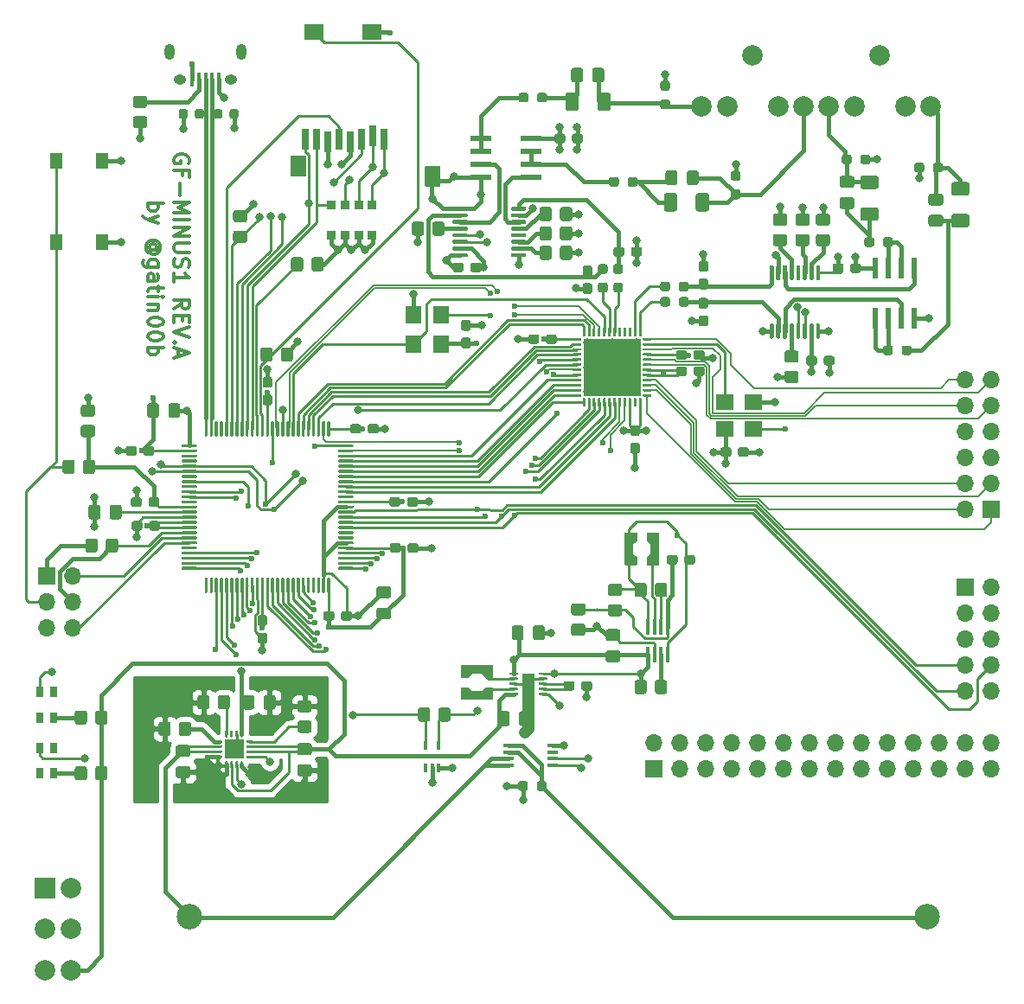
<source format=gtl>
%TF.GenerationSoftware,KiCad,Pcbnew,(5.1.10)-1*%
%TF.CreationDate,2021-10-14T15:05:33-04:00*%
%TF.ProjectId,gf-minus1,67662d6d-696e-4757-9331-2e6b69636164,rev?*%
%TF.SameCoordinates,Original*%
%TF.FileFunction,Copper,L1,Top*%
%TF.FilePolarity,Positive*%
%FSLAX46Y46*%
G04 Gerber Fmt 4.6, Leading zero omitted, Abs format (unit mm)*
G04 Created by KiCad (PCBNEW (5.1.10)-1) date 2021-10-14 15:05:33*
%MOMM*%
%LPD*%
G01*
G04 APERTURE LIST*
%TA.AperFunction,NonConductor*%
%ADD10C,0.300000*%
%TD*%
%TA.AperFunction,ComponentPad*%
%ADD11R,1.700000X1.700000*%
%TD*%
%TA.AperFunction,ComponentPad*%
%ADD12O,1.700000X1.700000*%
%TD*%
%TA.AperFunction,SMDPad,CuDef*%
%ADD13R,1.200000X2.000000*%
%TD*%
%TA.AperFunction,ComponentPad*%
%ADD14C,0.600000*%
%TD*%
%TA.AperFunction,SMDPad,CuDef*%
%ADD15R,0.400000X1.560000*%
%TD*%
%TA.AperFunction,SMDPad,CuDef*%
%ADD16R,1.900000X1.900000*%
%TD*%
%TA.AperFunction,ComponentPad*%
%ADD17C,0.700000*%
%TD*%
%TA.AperFunction,SMDPad,CuDef*%
%ADD18R,0.400000X0.900000*%
%TD*%
%TA.AperFunction,SMDPad,CuDef*%
%ADD19R,1.540000X1.800000*%
%TD*%
%TA.AperFunction,SMDPad,CuDef*%
%ADD20R,1.100000X0.400000*%
%TD*%
%TA.AperFunction,SMDPad,CuDef*%
%ADD21R,2.000000X0.600000*%
%TD*%
%TA.AperFunction,SMDPad,CuDef*%
%ADD22R,0.600000X2.000000*%
%TD*%
%TA.AperFunction,SMDPad,CuDef*%
%ADD23R,1.800000X1.540000*%
%TD*%
%TA.AperFunction,SMDPad,CuDef*%
%ADD24R,5.600000X5.600000*%
%TD*%
%TA.AperFunction,ComponentPad*%
%ADD25R,2.000000X2.000000*%
%TD*%
%TA.AperFunction,ComponentPad*%
%ADD26C,2.000000*%
%TD*%
%TA.AperFunction,SMDPad,CuDef*%
%ADD27R,1.300000X1.550000*%
%TD*%
%TA.AperFunction,SMDPad,CuDef*%
%ADD28R,0.900000X0.900000*%
%TD*%
%TA.AperFunction,SMDPad,CuDef*%
%ADD29C,0.100000*%
%TD*%
%TA.AperFunction,ComponentPad*%
%ADD30O,1.000000X1.550000*%
%TD*%
%TA.AperFunction,ComponentPad*%
%ADD31O,1.250000X0.950000*%
%TD*%
%TA.AperFunction,SMDPad,CuDef*%
%ADD32R,0.400000X1.350000*%
%TD*%
%TA.AperFunction,SMDPad,CuDef*%
%ADD33R,0.800000X2.000000*%
%TD*%
%TA.AperFunction,SMDPad,CuDef*%
%ADD34R,0.800000X1.000000*%
%TD*%
%TA.AperFunction,ComponentPad*%
%ADD35C,2.500000*%
%TD*%
%TA.AperFunction,ViaPad*%
%ADD36C,0.800000*%
%TD*%
%TA.AperFunction,ViaPad*%
%ADD37C,0.600000*%
%TD*%
%TA.AperFunction,Conductor*%
%ADD38C,0.400000*%
%TD*%
%TA.AperFunction,Conductor*%
%ADD39C,0.250000*%
%TD*%
%TA.AperFunction,Conductor*%
%ADD40C,1.200000*%
%TD*%
%TA.AperFunction,Conductor*%
%ADD41C,0.127000*%
%TD*%
%TA.AperFunction,Conductor*%
%ADD42C,0.254000*%
%TD*%
%TA.AperFunction,Conductor*%
%ADD43C,0.100000*%
%TD*%
G04 APERTURE END LIST*
D10*
X68554000Y-64010285D02*
X68625428Y-63867428D01*
X68625428Y-63653142D01*
X68554000Y-63438857D01*
X68411142Y-63295999D01*
X68268285Y-63224571D01*
X67982571Y-63153142D01*
X67768285Y-63153142D01*
X67482571Y-63224571D01*
X67339714Y-63295999D01*
X67196857Y-63438857D01*
X67125428Y-63653142D01*
X67125428Y-63795999D01*
X67196857Y-64010285D01*
X67268285Y-64081714D01*
X67768285Y-64081714D01*
X67768285Y-63795999D01*
X67911142Y-65224571D02*
X67911142Y-64724571D01*
X67125428Y-64724571D02*
X68625428Y-64724571D01*
X68625428Y-65438857D01*
X67696857Y-66010285D02*
X67696857Y-67153142D01*
X67125428Y-67867428D02*
X68625428Y-67867428D01*
X67554000Y-68367428D01*
X68625428Y-68867428D01*
X67125428Y-68867428D01*
X67125428Y-69581714D02*
X68625428Y-69581714D01*
X67125428Y-70296000D02*
X68625428Y-70296000D01*
X67125428Y-71153142D01*
X68625428Y-71153142D01*
X68625428Y-71867428D02*
X67411142Y-71867428D01*
X67268285Y-71938857D01*
X67196857Y-72010285D01*
X67125428Y-72153142D01*
X67125428Y-72438857D01*
X67196857Y-72581714D01*
X67268285Y-72653142D01*
X67411142Y-72724571D01*
X68625428Y-72724571D01*
X67196857Y-73367428D02*
X67125428Y-73581714D01*
X67125428Y-73938857D01*
X67196857Y-74081714D01*
X67268285Y-74153142D01*
X67411142Y-74224571D01*
X67554000Y-74224571D01*
X67696857Y-74153142D01*
X67768285Y-74081714D01*
X67839714Y-73938857D01*
X67911142Y-73653142D01*
X67982571Y-73510285D01*
X68054000Y-73438857D01*
X68196857Y-73367428D01*
X68339714Y-73367428D01*
X68482571Y-73438857D01*
X68554000Y-73510285D01*
X68625428Y-73653142D01*
X68625428Y-74010285D01*
X68554000Y-74224571D01*
X67125428Y-75653142D02*
X67125428Y-74796000D01*
X67125428Y-75224571D02*
X68625428Y-75224571D01*
X68411142Y-75081714D01*
X68268285Y-74938857D01*
X68196857Y-74796000D01*
X67125428Y-78296000D02*
X67839714Y-77796000D01*
X67125428Y-77438857D02*
X68625428Y-77438857D01*
X68625428Y-78010285D01*
X68554000Y-78153142D01*
X68482571Y-78224571D01*
X68339714Y-78296000D01*
X68125428Y-78296000D01*
X67982571Y-78224571D01*
X67911142Y-78153142D01*
X67839714Y-78010285D01*
X67839714Y-77438857D01*
X67911142Y-78938857D02*
X67911142Y-79438857D01*
X67125428Y-79653142D02*
X67125428Y-78938857D01*
X68625428Y-78938857D01*
X68625428Y-79653142D01*
X68625428Y-80081714D02*
X67125428Y-80581714D01*
X68625428Y-81081714D01*
X67268285Y-81581714D02*
X67196857Y-81653142D01*
X67125428Y-81581714D01*
X67196857Y-81510285D01*
X67268285Y-81581714D01*
X67125428Y-81581714D01*
X67554000Y-82224571D02*
X67554000Y-82938857D01*
X67125428Y-82081714D02*
X68625428Y-82581714D01*
X67125428Y-83081714D01*
X64575428Y-67974571D02*
X66075428Y-67974571D01*
X65504000Y-67974571D02*
X65575428Y-68117428D01*
X65575428Y-68403142D01*
X65504000Y-68546000D01*
X65432571Y-68617428D01*
X65289714Y-68688857D01*
X64861142Y-68688857D01*
X64718285Y-68617428D01*
X64646857Y-68546000D01*
X64575428Y-68403142D01*
X64575428Y-68117428D01*
X64646857Y-67974571D01*
X65575428Y-69188857D02*
X64575428Y-69546000D01*
X65575428Y-69903142D02*
X64575428Y-69546000D01*
X64218285Y-69403142D01*
X64146857Y-69331714D01*
X64075428Y-69188857D01*
X65289714Y-72546000D02*
X65361142Y-72474571D01*
X65432571Y-72331714D01*
X65432571Y-72188857D01*
X65361142Y-72046000D01*
X65289714Y-71974571D01*
X65146857Y-71903142D01*
X65004000Y-71903142D01*
X64861142Y-71974571D01*
X64789714Y-72046000D01*
X64718285Y-72188857D01*
X64718285Y-72331714D01*
X64789714Y-72474571D01*
X64861142Y-72546000D01*
X65432571Y-72546000D02*
X64861142Y-72546000D01*
X64789714Y-72617428D01*
X64789714Y-72688857D01*
X64861142Y-72831714D01*
X65004000Y-72903142D01*
X65361142Y-72903142D01*
X65575428Y-72760285D01*
X65718285Y-72546000D01*
X65789714Y-72260285D01*
X65718285Y-71974571D01*
X65575428Y-71760285D01*
X65361142Y-71617428D01*
X65075428Y-71546000D01*
X64789714Y-71617428D01*
X64575428Y-71760285D01*
X64432571Y-71974571D01*
X64361142Y-72260285D01*
X64432571Y-72546000D01*
X64575428Y-72760285D01*
X65575428Y-74188857D02*
X64361142Y-74188857D01*
X64218285Y-74117428D01*
X64146857Y-74046000D01*
X64075428Y-73903142D01*
X64075428Y-73688857D01*
X64146857Y-73546000D01*
X64646857Y-74188857D02*
X64575428Y-74046000D01*
X64575428Y-73760285D01*
X64646857Y-73617428D01*
X64718285Y-73546000D01*
X64861142Y-73474571D01*
X65289714Y-73474571D01*
X65432571Y-73546000D01*
X65504000Y-73617428D01*
X65575428Y-73760285D01*
X65575428Y-74046000D01*
X65504000Y-74188857D01*
X64575428Y-75546000D02*
X65361142Y-75546000D01*
X65504000Y-75474571D01*
X65575428Y-75331714D01*
X65575428Y-75046000D01*
X65504000Y-74903142D01*
X64646857Y-75546000D02*
X64575428Y-75403142D01*
X64575428Y-75046000D01*
X64646857Y-74903142D01*
X64789714Y-74831714D01*
X64932571Y-74831714D01*
X65075428Y-74903142D01*
X65146857Y-75046000D01*
X65146857Y-75403142D01*
X65218285Y-75546000D01*
X65575428Y-76046000D02*
X65575428Y-76617428D01*
X66075428Y-76260285D02*
X64789714Y-76260285D01*
X64646857Y-76331714D01*
X64575428Y-76474571D01*
X64575428Y-76617428D01*
X64575428Y-77117428D02*
X65575428Y-77117428D01*
X66075428Y-77117428D02*
X66004000Y-77046000D01*
X65932571Y-77117428D01*
X66004000Y-77188857D01*
X66075428Y-77117428D01*
X65932571Y-77117428D01*
X65575428Y-77831714D02*
X64575428Y-77831714D01*
X65432571Y-77831714D02*
X65504000Y-77903142D01*
X65575428Y-78046000D01*
X65575428Y-78260285D01*
X65504000Y-78403142D01*
X65361142Y-78474571D01*
X64575428Y-78474571D01*
X66075428Y-79474571D02*
X66075428Y-79617428D01*
X66004000Y-79760285D01*
X65932571Y-79831714D01*
X65789714Y-79903142D01*
X65504000Y-79974571D01*
X65146857Y-79974571D01*
X64861142Y-79903142D01*
X64718285Y-79831714D01*
X64646857Y-79760285D01*
X64575428Y-79617428D01*
X64575428Y-79474571D01*
X64646857Y-79331714D01*
X64718285Y-79260285D01*
X64861142Y-79188857D01*
X65146857Y-79117428D01*
X65504000Y-79117428D01*
X65789714Y-79188857D01*
X65932571Y-79260285D01*
X66004000Y-79331714D01*
X66075428Y-79474571D01*
X66075428Y-80903142D02*
X66075428Y-81046000D01*
X66004000Y-81188857D01*
X65932571Y-81260285D01*
X65789714Y-81331714D01*
X65504000Y-81403142D01*
X65146857Y-81403142D01*
X64861142Y-81331714D01*
X64718285Y-81260285D01*
X64646857Y-81188857D01*
X64575428Y-81046000D01*
X64575428Y-80903142D01*
X64646857Y-80760285D01*
X64718285Y-80688857D01*
X64861142Y-80617428D01*
X65146857Y-80546000D01*
X65504000Y-80546000D01*
X65789714Y-80617428D01*
X65932571Y-80688857D01*
X66004000Y-80760285D01*
X66075428Y-80903142D01*
X64575428Y-82046000D02*
X66075428Y-82046000D01*
X65504000Y-82046000D02*
X65575428Y-82188857D01*
X65575428Y-82474571D01*
X65504000Y-82617428D01*
X65432571Y-82688857D01*
X65289714Y-82760285D01*
X64861142Y-82760285D01*
X64718285Y-82688857D01*
X64646857Y-82617428D01*
X64575428Y-82474571D01*
X64575428Y-82188857D01*
X64646857Y-82046000D01*
%TA.AperFunction,SMDPad,CuDef*%
G36*
G01*
X104350000Y-61832500D02*
X104350000Y-61357500D01*
G75*
G02*
X104587500Y-61120000I237500J0D01*
G01*
X105187500Y-61120000D01*
G75*
G02*
X105425000Y-61357500I0J-237500D01*
G01*
X105425000Y-61832500D01*
G75*
G02*
X105187500Y-62070000I-237500J0D01*
G01*
X104587500Y-62070000D01*
G75*
G02*
X104350000Y-61832500I0J237500D01*
G01*
G37*
%TD.AperFunction*%
%TA.AperFunction,SMDPad,CuDef*%
G36*
G01*
X106075000Y-61832500D02*
X106075000Y-61357500D01*
G75*
G02*
X106312500Y-61120000I237500J0D01*
G01*
X106912500Y-61120000D01*
G75*
G02*
X107150000Y-61357500I0J-237500D01*
G01*
X107150000Y-61832500D01*
G75*
G02*
X106912500Y-62070000I-237500J0D01*
G01*
X106312500Y-62070000D01*
G75*
G02*
X106075000Y-61832500I0J237500D01*
G01*
G37*
%TD.AperFunction*%
D11*
X114060000Y-123350000D03*
D12*
X114060000Y-120810000D03*
X116600000Y-123350000D03*
X116600000Y-120810000D03*
X119140000Y-123350000D03*
X119140000Y-120810000D03*
X121680000Y-123350000D03*
X121680000Y-120810000D03*
X124220000Y-123350000D03*
X124220000Y-120810000D03*
X126760000Y-123350000D03*
X126760000Y-120810000D03*
X129300000Y-123350000D03*
X129300000Y-120810000D03*
X131840000Y-123350000D03*
X131840000Y-120810000D03*
X134380000Y-123350000D03*
X134380000Y-120810000D03*
X136920000Y-123350000D03*
X136920000Y-120810000D03*
X139460000Y-123350000D03*
X139460000Y-120810000D03*
X142000000Y-123350000D03*
X142000000Y-120810000D03*
X144540000Y-123350000D03*
X144540000Y-120810000D03*
X147080000Y-123350000D03*
X147080000Y-120810000D03*
D11*
X144560000Y-105558000D03*
D12*
X147100000Y-105558000D03*
X144560000Y-108098000D03*
X147100000Y-108098000D03*
X144560000Y-110638000D03*
X147100000Y-110638000D03*
X144560000Y-113178000D03*
X147100000Y-113178000D03*
X144560000Y-115718000D03*
X147100000Y-115718000D03*
%TA.AperFunction,SMDPad,CuDef*%
G36*
G01*
X99925000Y-114062500D02*
X99925000Y-113937500D01*
G75*
G02*
X99987500Y-113875000I62500J0D01*
G01*
X100737500Y-113875000D01*
G75*
G02*
X100800000Y-113937500I0J-62500D01*
G01*
X100800000Y-114062500D01*
G75*
G02*
X100737500Y-114125000I-62500J0D01*
G01*
X99987500Y-114125000D01*
G75*
G02*
X99925000Y-114062500I0J62500D01*
G01*
G37*
%TD.AperFunction*%
%TA.AperFunction,SMDPad,CuDef*%
G36*
G01*
X99925000Y-114562500D02*
X99925000Y-114437500D01*
G75*
G02*
X99987500Y-114375000I62500J0D01*
G01*
X100737500Y-114375000D01*
G75*
G02*
X100800000Y-114437500I0J-62500D01*
G01*
X100800000Y-114562500D01*
G75*
G02*
X100737500Y-114625000I-62500J0D01*
G01*
X99987500Y-114625000D01*
G75*
G02*
X99925000Y-114562500I0J62500D01*
G01*
G37*
%TD.AperFunction*%
%TA.AperFunction,SMDPad,CuDef*%
G36*
G01*
X99925000Y-115062500D02*
X99925000Y-114937500D01*
G75*
G02*
X99987500Y-114875000I62500J0D01*
G01*
X100737500Y-114875000D01*
G75*
G02*
X100800000Y-114937500I0J-62500D01*
G01*
X100800000Y-115062500D01*
G75*
G02*
X100737500Y-115125000I-62500J0D01*
G01*
X99987500Y-115125000D01*
G75*
G02*
X99925000Y-115062500I0J62500D01*
G01*
G37*
%TD.AperFunction*%
%TA.AperFunction,SMDPad,CuDef*%
G36*
G01*
X99925000Y-115562500D02*
X99925000Y-115437500D01*
G75*
G02*
X99987500Y-115375000I62500J0D01*
G01*
X100737500Y-115375000D01*
G75*
G02*
X100800000Y-115437500I0J-62500D01*
G01*
X100800000Y-115562500D01*
G75*
G02*
X100737500Y-115625000I-62500J0D01*
G01*
X99987500Y-115625000D01*
G75*
G02*
X99925000Y-115562500I0J62500D01*
G01*
G37*
%TD.AperFunction*%
%TA.AperFunction,SMDPad,CuDef*%
G36*
G01*
X99925000Y-116062500D02*
X99925000Y-115937500D01*
G75*
G02*
X99987500Y-115875000I62500J0D01*
G01*
X100737500Y-115875000D01*
G75*
G02*
X100800000Y-115937500I0J-62500D01*
G01*
X100800000Y-116062500D01*
G75*
G02*
X100737500Y-116125000I-62500J0D01*
G01*
X99987500Y-116125000D01*
G75*
G02*
X99925000Y-116062500I0J62500D01*
G01*
G37*
%TD.AperFunction*%
%TA.AperFunction,SMDPad,CuDef*%
G36*
G01*
X102800000Y-116062500D02*
X102800000Y-115937500D01*
G75*
G02*
X102862500Y-115875000I62500J0D01*
G01*
X103612500Y-115875000D01*
G75*
G02*
X103675000Y-115937500I0J-62500D01*
G01*
X103675000Y-116062500D01*
G75*
G02*
X103612500Y-116125000I-62500J0D01*
G01*
X102862500Y-116125000D01*
G75*
G02*
X102800000Y-116062500I0J62500D01*
G01*
G37*
%TD.AperFunction*%
%TA.AperFunction,SMDPad,CuDef*%
G36*
G01*
X102800000Y-115562500D02*
X102800000Y-115437500D01*
G75*
G02*
X102862500Y-115375000I62500J0D01*
G01*
X103612500Y-115375000D01*
G75*
G02*
X103675000Y-115437500I0J-62500D01*
G01*
X103675000Y-115562500D01*
G75*
G02*
X103612500Y-115625000I-62500J0D01*
G01*
X102862500Y-115625000D01*
G75*
G02*
X102800000Y-115562500I0J62500D01*
G01*
G37*
%TD.AperFunction*%
%TA.AperFunction,SMDPad,CuDef*%
G36*
G01*
X102800000Y-115062500D02*
X102800000Y-114937500D01*
G75*
G02*
X102862500Y-114875000I62500J0D01*
G01*
X103612500Y-114875000D01*
G75*
G02*
X103675000Y-114937500I0J-62500D01*
G01*
X103675000Y-115062500D01*
G75*
G02*
X103612500Y-115125000I-62500J0D01*
G01*
X102862500Y-115125000D01*
G75*
G02*
X102800000Y-115062500I0J62500D01*
G01*
G37*
%TD.AperFunction*%
%TA.AperFunction,SMDPad,CuDef*%
G36*
G01*
X102800000Y-114562500D02*
X102800000Y-114437500D01*
G75*
G02*
X102862500Y-114375000I62500J0D01*
G01*
X103612500Y-114375000D01*
G75*
G02*
X103675000Y-114437500I0J-62500D01*
G01*
X103675000Y-114562500D01*
G75*
G02*
X103612500Y-114625000I-62500J0D01*
G01*
X102862500Y-114625000D01*
G75*
G02*
X102800000Y-114562500I0J62500D01*
G01*
G37*
%TD.AperFunction*%
%TA.AperFunction,SMDPad,CuDef*%
G36*
G01*
X102800000Y-114062500D02*
X102800000Y-113937500D01*
G75*
G02*
X102862500Y-113875000I62500J0D01*
G01*
X103612500Y-113875000D01*
G75*
G02*
X103675000Y-113937500I0J-62500D01*
G01*
X103675000Y-114062500D01*
G75*
G02*
X103612500Y-114125000I-62500J0D01*
G01*
X102862500Y-114125000D01*
G75*
G02*
X102800000Y-114062500I0J62500D01*
G01*
G37*
%TD.AperFunction*%
D13*
X101800000Y-115000000D03*
D14*
X101800000Y-114300000D03*
X101800000Y-115700000D03*
D15*
X113490000Y-112100000D03*
X114140000Y-112100000D03*
X114800000Y-112100000D03*
X115450000Y-112100000D03*
X115450000Y-109400000D03*
X114800000Y-109400000D03*
X114140000Y-109400000D03*
X113490000Y-109400000D03*
%TA.AperFunction,SMDPad,CuDef*%
G36*
G01*
X71150000Y-120712500D02*
X71150000Y-120587500D01*
G75*
G02*
X71212500Y-120525000I62500J0D01*
G01*
X71762500Y-120525000D01*
G75*
G02*
X71825000Y-120587500I0J-62500D01*
G01*
X71825000Y-120712500D01*
G75*
G02*
X71762500Y-120775000I-62500J0D01*
G01*
X71212500Y-120775000D01*
G75*
G02*
X71150000Y-120712500I0J62500D01*
G01*
G37*
%TD.AperFunction*%
%TA.AperFunction,SMDPad,CuDef*%
G36*
G01*
X71150000Y-121212500D02*
X71150000Y-121087500D01*
G75*
G02*
X71212500Y-121025000I62500J0D01*
G01*
X71762500Y-121025000D01*
G75*
G02*
X71825000Y-121087500I0J-62500D01*
G01*
X71825000Y-121212500D01*
G75*
G02*
X71762500Y-121275000I-62500J0D01*
G01*
X71212500Y-121275000D01*
G75*
G02*
X71150000Y-121212500I0J62500D01*
G01*
G37*
%TD.AperFunction*%
%TA.AperFunction,SMDPad,CuDef*%
G36*
G01*
X71150000Y-121712500D02*
X71150000Y-121587500D01*
G75*
G02*
X71212500Y-121525000I62500J0D01*
G01*
X71762500Y-121525000D01*
G75*
G02*
X71825000Y-121587500I0J-62500D01*
G01*
X71825000Y-121712500D01*
G75*
G02*
X71762500Y-121775000I-62500J0D01*
G01*
X71212500Y-121775000D01*
G75*
G02*
X71150000Y-121712500I0J62500D01*
G01*
G37*
%TD.AperFunction*%
%TA.AperFunction,SMDPad,CuDef*%
G36*
G01*
X71150000Y-122212500D02*
X71150000Y-122087500D01*
G75*
G02*
X71212500Y-122025000I62500J0D01*
G01*
X71762500Y-122025000D01*
G75*
G02*
X71825000Y-122087500I0J-62500D01*
G01*
X71825000Y-122212500D01*
G75*
G02*
X71762500Y-122275000I-62500J0D01*
G01*
X71212500Y-122275000D01*
G75*
G02*
X71150000Y-122212500I0J62500D01*
G01*
G37*
%TD.AperFunction*%
%TA.AperFunction,SMDPad,CuDef*%
G36*
G01*
X72125000Y-123187500D02*
X72125000Y-122637500D01*
G75*
G02*
X72187500Y-122575000I62500J0D01*
G01*
X72312500Y-122575000D01*
G75*
G02*
X72375000Y-122637500I0J-62500D01*
G01*
X72375000Y-123187500D01*
G75*
G02*
X72312500Y-123250000I-62500J0D01*
G01*
X72187500Y-123250000D01*
G75*
G02*
X72125000Y-123187500I0J62500D01*
G01*
G37*
%TD.AperFunction*%
%TA.AperFunction,SMDPad,CuDef*%
G36*
G01*
X72625000Y-123187500D02*
X72625000Y-122637500D01*
G75*
G02*
X72687500Y-122575000I62500J0D01*
G01*
X72812500Y-122575000D01*
G75*
G02*
X72875000Y-122637500I0J-62500D01*
G01*
X72875000Y-123187500D01*
G75*
G02*
X72812500Y-123250000I-62500J0D01*
G01*
X72687500Y-123250000D01*
G75*
G02*
X72625000Y-123187500I0J62500D01*
G01*
G37*
%TD.AperFunction*%
%TA.AperFunction,SMDPad,CuDef*%
G36*
G01*
X73125000Y-123187500D02*
X73125000Y-122637500D01*
G75*
G02*
X73187500Y-122575000I62500J0D01*
G01*
X73312500Y-122575000D01*
G75*
G02*
X73375000Y-122637500I0J-62500D01*
G01*
X73375000Y-123187500D01*
G75*
G02*
X73312500Y-123250000I-62500J0D01*
G01*
X73187500Y-123250000D01*
G75*
G02*
X73125000Y-123187500I0J62500D01*
G01*
G37*
%TD.AperFunction*%
%TA.AperFunction,SMDPad,CuDef*%
G36*
G01*
X73625000Y-123187500D02*
X73625000Y-122637500D01*
G75*
G02*
X73687500Y-122575000I62500J0D01*
G01*
X73812500Y-122575000D01*
G75*
G02*
X73875000Y-122637500I0J-62500D01*
G01*
X73875000Y-123187500D01*
G75*
G02*
X73812500Y-123250000I-62500J0D01*
G01*
X73687500Y-123250000D01*
G75*
G02*
X73625000Y-123187500I0J62500D01*
G01*
G37*
%TD.AperFunction*%
%TA.AperFunction,SMDPad,CuDef*%
G36*
G01*
X74175000Y-122212500D02*
X74175000Y-122087500D01*
G75*
G02*
X74237500Y-122025000I62500J0D01*
G01*
X74787500Y-122025000D01*
G75*
G02*
X74850000Y-122087500I0J-62500D01*
G01*
X74850000Y-122212500D01*
G75*
G02*
X74787500Y-122275000I-62500J0D01*
G01*
X74237500Y-122275000D01*
G75*
G02*
X74175000Y-122212500I0J62500D01*
G01*
G37*
%TD.AperFunction*%
%TA.AperFunction,SMDPad,CuDef*%
G36*
G01*
X74175000Y-121712500D02*
X74175000Y-121587500D01*
G75*
G02*
X74237500Y-121525000I62500J0D01*
G01*
X74787500Y-121525000D01*
G75*
G02*
X74850000Y-121587500I0J-62500D01*
G01*
X74850000Y-121712500D01*
G75*
G02*
X74787500Y-121775000I-62500J0D01*
G01*
X74237500Y-121775000D01*
G75*
G02*
X74175000Y-121712500I0J62500D01*
G01*
G37*
%TD.AperFunction*%
%TA.AperFunction,SMDPad,CuDef*%
G36*
G01*
X74175000Y-121212500D02*
X74175000Y-121087500D01*
G75*
G02*
X74237500Y-121025000I62500J0D01*
G01*
X74787500Y-121025000D01*
G75*
G02*
X74850000Y-121087500I0J-62500D01*
G01*
X74850000Y-121212500D01*
G75*
G02*
X74787500Y-121275000I-62500J0D01*
G01*
X74237500Y-121275000D01*
G75*
G02*
X74175000Y-121212500I0J62500D01*
G01*
G37*
%TD.AperFunction*%
%TA.AperFunction,SMDPad,CuDef*%
G36*
G01*
X74175000Y-120712500D02*
X74175000Y-120587500D01*
G75*
G02*
X74237500Y-120525000I62500J0D01*
G01*
X74787500Y-120525000D01*
G75*
G02*
X74850000Y-120587500I0J-62500D01*
G01*
X74850000Y-120712500D01*
G75*
G02*
X74787500Y-120775000I-62500J0D01*
G01*
X74237500Y-120775000D01*
G75*
G02*
X74175000Y-120712500I0J62500D01*
G01*
G37*
%TD.AperFunction*%
%TA.AperFunction,SMDPad,CuDef*%
G36*
G01*
X73625000Y-120162500D02*
X73625000Y-119612500D01*
G75*
G02*
X73687500Y-119550000I62500J0D01*
G01*
X73812500Y-119550000D01*
G75*
G02*
X73875000Y-119612500I0J-62500D01*
G01*
X73875000Y-120162500D01*
G75*
G02*
X73812500Y-120225000I-62500J0D01*
G01*
X73687500Y-120225000D01*
G75*
G02*
X73625000Y-120162500I0J62500D01*
G01*
G37*
%TD.AperFunction*%
%TA.AperFunction,SMDPad,CuDef*%
G36*
G01*
X73125000Y-120162500D02*
X73125000Y-119612500D01*
G75*
G02*
X73187500Y-119550000I62500J0D01*
G01*
X73312500Y-119550000D01*
G75*
G02*
X73375000Y-119612500I0J-62500D01*
G01*
X73375000Y-120162500D01*
G75*
G02*
X73312500Y-120225000I-62500J0D01*
G01*
X73187500Y-120225000D01*
G75*
G02*
X73125000Y-120162500I0J62500D01*
G01*
G37*
%TD.AperFunction*%
%TA.AperFunction,SMDPad,CuDef*%
G36*
G01*
X72625000Y-120162500D02*
X72625000Y-119612500D01*
G75*
G02*
X72687500Y-119550000I62500J0D01*
G01*
X72812500Y-119550000D01*
G75*
G02*
X72875000Y-119612500I0J-62500D01*
G01*
X72875000Y-120162500D01*
G75*
G02*
X72812500Y-120225000I-62500J0D01*
G01*
X72687500Y-120225000D01*
G75*
G02*
X72625000Y-120162500I0J62500D01*
G01*
G37*
%TD.AperFunction*%
%TA.AperFunction,SMDPad,CuDef*%
G36*
G01*
X72125000Y-120162500D02*
X72125000Y-119612500D01*
G75*
G02*
X72187500Y-119550000I62500J0D01*
G01*
X72312500Y-119550000D01*
G75*
G02*
X72375000Y-119612500I0J-62500D01*
G01*
X72375000Y-120162500D01*
G75*
G02*
X72312500Y-120225000I-62500J0D01*
G01*
X72187500Y-120225000D01*
G75*
G02*
X72125000Y-120162500I0J62500D01*
G01*
G37*
%TD.AperFunction*%
D16*
X73000000Y-121400000D03*
D17*
X72400000Y-120800000D03*
X73600000Y-120800000D03*
X72400000Y-122000000D03*
X73600000Y-122000000D03*
D18*
X91750000Y-121000000D03*
X93050000Y-121000000D03*
X93050000Y-123200000D03*
X91750000Y-123200000D03*
X92400000Y-123200000D03*
D19*
X93240000Y-78900000D03*
X90560000Y-78900000D03*
X90560000Y-81700000D03*
X93240000Y-81700000D03*
D20*
X104150000Y-122975000D03*
X104150000Y-122325000D03*
X104150000Y-121675000D03*
X104150000Y-121025000D03*
X99850000Y-121025000D03*
X99850000Y-121675000D03*
X99850000Y-122325000D03*
X99850000Y-122975000D03*
D21*
X97200000Y-64135000D03*
X102100000Y-61595000D03*
X102100000Y-62865000D03*
X102100000Y-64135000D03*
X102100000Y-65405000D03*
X97200000Y-65405000D03*
X97200000Y-62865000D03*
X97200000Y-61595000D03*
D22*
X138285000Y-79200000D03*
X135745000Y-74300000D03*
X137015000Y-74300000D03*
X138285000Y-74300000D03*
X139555000Y-74300000D03*
X139555000Y-79200000D03*
X137015000Y-79200000D03*
X135745000Y-79200000D03*
%TA.AperFunction,SMDPad,CuDef*%
G36*
G01*
X130075000Y-74000000D02*
X130275000Y-74000000D01*
G75*
G02*
X130375000Y-74100000I0J-100000D01*
G01*
X130375000Y-75375000D01*
G75*
G02*
X130275000Y-75475000I-100000J0D01*
G01*
X130075000Y-75475000D01*
G75*
G02*
X129975000Y-75375000I0J100000D01*
G01*
X129975000Y-74100000D01*
G75*
G02*
X130075000Y-74000000I100000J0D01*
G01*
G37*
%TD.AperFunction*%
%TA.AperFunction,SMDPad,CuDef*%
G36*
G01*
X129425000Y-74000000D02*
X129625000Y-74000000D01*
G75*
G02*
X129725000Y-74100000I0J-100000D01*
G01*
X129725000Y-75375000D01*
G75*
G02*
X129625000Y-75475000I-100000J0D01*
G01*
X129425000Y-75475000D01*
G75*
G02*
X129325000Y-75375000I0J100000D01*
G01*
X129325000Y-74100000D01*
G75*
G02*
X129425000Y-74000000I100000J0D01*
G01*
G37*
%TD.AperFunction*%
%TA.AperFunction,SMDPad,CuDef*%
G36*
G01*
X128775000Y-74000000D02*
X128975000Y-74000000D01*
G75*
G02*
X129075000Y-74100000I0J-100000D01*
G01*
X129075000Y-75375000D01*
G75*
G02*
X128975000Y-75475000I-100000J0D01*
G01*
X128775000Y-75475000D01*
G75*
G02*
X128675000Y-75375000I0J100000D01*
G01*
X128675000Y-74100000D01*
G75*
G02*
X128775000Y-74000000I100000J0D01*
G01*
G37*
%TD.AperFunction*%
%TA.AperFunction,SMDPad,CuDef*%
G36*
G01*
X128125000Y-74000000D02*
X128325000Y-74000000D01*
G75*
G02*
X128425000Y-74100000I0J-100000D01*
G01*
X128425000Y-75375000D01*
G75*
G02*
X128325000Y-75475000I-100000J0D01*
G01*
X128125000Y-75475000D01*
G75*
G02*
X128025000Y-75375000I0J100000D01*
G01*
X128025000Y-74100000D01*
G75*
G02*
X128125000Y-74000000I100000J0D01*
G01*
G37*
%TD.AperFunction*%
%TA.AperFunction,SMDPad,CuDef*%
G36*
G01*
X127475000Y-74000000D02*
X127675000Y-74000000D01*
G75*
G02*
X127775000Y-74100000I0J-100000D01*
G01*
X127775000Y-75375000D01*
G75*
G02*
X127675000Y-75475000I-100000J0D01*
G01*
X127475000Y-75475000D01*
G75*
G02*
X127375000Y-75375000I0J100000D01*
G01*
X127375000Y-74100000D01*
G75*
G02*
X127475000Y-74000000I100000J0D01*
G01*
G37*
%TD.AperFunction*%
%TA.AperFunction,SMDPad,CuDef*%
G36*
G01*
X126825000Y-74000000D02*
X127025000Y-74000000D01*
G75*
G02*
X127125000Y-74100000I0J-100000D01*
G01*
X127125000Y-75375000D01*
G75*
G02*
X127025000Y-75475000I-100000J0D01*
G01*
X126825000Y-75475000D01*
G75*
G02*
X126725000Y-75375000I0J100000D01*
G01*
X126725000Y-74100000D01*
G75*
G02*
X126825000Y-74000000I100000J0D01*
G01*
G37*
%TD.AperFunction*%
%TA.AperFunction,SMDPad,CuDef*%
G36*
G01*
X126175000Y-74000000D02*
X126375000Y-74000000D01*
G75*
G02*
X126475000Y-74100000I0J-100000D01*
G01*
X126475000Y-75375000D01*
G75*
G02*
X126375000Y-75475000I-100000J0D01*
G01*
X126175000Y-75475000D01*
G75*
G02*
X126075000Y-75375000I0J100000D01*
G01*
X126075000Y-74100000D01*
G75*
G02*
X126175000Y-74000000I100000J0D01*
G01*
G37*
%TD.AperFunction*%
%TA.AperFunction,SMDPad,CuDef*%
G36*
G01*
X125525000Y-74000000D02*
X125725000Y-74000000D01*
G75*
G02*
X125825000Y-74100000I0J-100000D01*
G01*
X125825000Y-75375000D01*
G75*
G02*
X125725000Y-75475000I-100000J0D01*
G01*
X125525000Y-75475000D01*
G75*
G02*
X125425000Y-75375000I0J100000D01*
G01*
X125425000Y-74100000D01*
G75*
G02*
X125525000Y-74000000I100000J0D01*
G01*
G37*
%TD.AperFunction*%
%TA.AperFunction,SMDPad,CuDef*%
G36*
G01*
X125525000Y-79725000D02*
X125725000Y-79725000D01*
G75*
G02*
X125825000Y-79825000I0J-100000D01*
G01*
X125825000Y-81100000D01*
G75*
G02*
X125725000Y-81200000I-100000J0D01*
G01*
X125525000Y-81200000D01*
G75*
G02*
X125425000Y-81100000I0J100000D01*
G01*
X125425000Y-79825000D01*
G75*
G02*
X125525000Y-79725000I100000J0D01*
G01*
G37*
%TD.AperFunction*%
%TA.AperFunction,SMDPad,CuDef*%
G36*
G01*
X126175000Y-79725000D02*
X126375000Y-79725000D01*
G75*
G02*
X126475000Y-79825000I0J-100000D01*
G01*
X126475000Y-81100000D01*
G75*
G02*
X126375000Y-81200000I-100000J0D01*
G01*
X126175000Y-81200000D01*
G75*
G02*
X126075000Y-81100000I0J100000D01*
G01*
X126075000Y-79825000D01*
G75*
G02*
X126175000Y-79725000I100000J0D01*
G01*
G37*
%TD.AperFunction*%
%TA.AperFunction,SMDPad,CuDef*%
G36*
G01*
X126825000Y-79725000D02*
X127025000Y-79725000D01*
G75*
G02*
X127125000Y-79825000I0J-100000D01*
G01*
X127125000Y-81100000D01*
G75*
G02*
X127025000Y-81200000I-100000J0D01*
G01*
X126825000Y-81200000D01*
G75*
G02*
X126725000Y-81100000I0J100000D01*
G01*
X126725000Y-79825000D01*
G75*
G02*
X126825000Y-79725000I100000J0D01*
G01*
G37*
%TD.AperFunction*%
%TA.AperFunction,SMDPad,CuDef*%
G36*
G01*
X127475000Y-79725000D02*
X127675000Y-79725000D01*
G75*
G02*
X127775000Y-79825000I0J-100000D01*
G01*
X127775000Y-81100000D01*
G75*
G02*
X127675000Y-81200000I-100000J0D01*
G01*
X127475000Y-81200000D01*
G75*
G02*
X127375000Y-81100000I0J100000D01*
G01*
X127375000Y-79825000D01*
G75*
G02*
X127475000Y-79725000I100000J0D01*
G01*
G37*
%TD.AperFunction*%
%TA.AperFunction,SMDPad,CuDef*%
G36*
G01*
X128125000Y-79725000D02*
X128325000Y-79725000D01*
G75*
G02*
X128425000Y-79825000I0J-100000D01*
G01*
X128425000Y-81100000D01*
G75*
G02*
X128325000Y-81200000I-100000J0D01*
G01*
X128125000Y-81200000D01*
G75*
G02*
X128025000Y-81100000I0J100000D01*
G01*
X128025000Y-79825000D01*
G75*
G02*
X128125000Y-79725000I100000J0D01*
G01*
G37*
%TD.AperFunction*%
%TA.AperFunction,SMDPad,CuDef*%
G36*
G01*
X128775000Y-79725000D02*
X128975000Y-79725000D01*
G75*
G02*
X129075000Y-79825000I0J-100000D01*
G01*
X129075000Y-81100000D01*
G75*
G02*
X128975000Y-81200000I-100000J0D01*
G01*
X128775000Y-81200000D01*
G75*
G02*
X128675000Y-81100000I0J100000D01*
G01*
X128675000Y-79825000D01*
G75*
G02*
X128775000Y-79725000I100000J0D01*
G01*
G37*
%TD.AperFunction*%
%TA.AperFunction,SMDPad,CuDef*%
G36*
G01*
X129425000Y-79725000D02*
X129625000Y-79725000D01*
G75*
G02*
X129725000Y-79825000I0J-100000D01*
G01*
X129725000Y-81100000D01*
G75*
G02*
X129625000Y-81200000I-100000J0D01*
G01*
X129425000Y-81200000D01*
G75*
G02*
X129325000Y-81100000I0J100000D01*
G01*
X129325000Y-79825000D01*
G75*
G02*
X129425000Y-79725000I100000J0D01*
G01*
G37*
%TD.AperFunction*%
%TA.AperFunction,SMDPad,CuDef*%
G36*
G01*
X130075000Y-79725000D02*
X130275000Y-79725000D01*
G75*
G02*
X130375000Y-79825000I0J-100000D01*
G01*
X130375000Y-81100000D01*
G75*
G02*
X130275000Y-81200000I-100000J0D01*
G01*
X130075000Y-81200000D01*
G75*
G02*
X129975000Y-81100000I0J100000D01*
G01*
X129975000Y-79825000D01*
G75*
G02*
X130075000Y-79725000I100000J0D01*
G01*
G37*
%TD.AperFunction*%
%TA.AperFunction,SMDPad,CuDef*%
G36*
G01*
X95875000Y-72925000D02*
X95875000Y-73125000D01*
G75*
G02*
X95775000Y-73225000I-100000J0D01*
G01*
X94500000Y-73225000D01*
G75*
G02*
X94400000Y-73125000I0J100000D01*
G01*
X94400000Y-72925000D01*
G75*
G02*
X94500000Y-72825000I100000J0D01*
G01*
X95775000Y-72825000D01*
G75*
G02*
X95875000Y-72925000I0J-100000D01*
G01*
G37*
%TD.AperFunction*%
%TA.AperFunction,SMDPad,CuDef*%
G36*
G01*
X95875000Y-72275000D02*
X95875000Y-72475000D01*
G75*
G02*
X95775000Y-72575000I-100000J0D01*
G01*
X94500000Y-72575000D01*
G75*
G02*
X94400000Y-72475000I0J100000D01*
G01*
X94400000Y-72275000D01*
G75*
G02*
X94500000Y-72175000I100000J0D01*
G01*
X95775000Y-72175000D01*
G75*
G02*
X95875000Y-72275000I0J-100000D01*
G01*
G37*
%TD.AperFunction*%
%TA.AperFunction,SMDPad,CuDef*%
G36*
G01*
X95875000Y-71625000D02*
X95875000Y-71825000D01*
G75*
G02*
X95775000Y-71925000I-100000J0D01*
G01*
X94500000Y-71925000D01*
G75*
G02*
X94400000Y-71825000I0J100000D01*
G01*
X94400000Y-71625000D01*
G75*
G02*
X94500000Y-71525000I100000J0D01*
G01*
X95775000Y-71525000D01*
G75*
G02*
X95875000Y-71625000I0J-100000D01*
G01*
G37*
%TD.AperFunction*%
%TA.AperFunction,SMDPad,CuDef*%
G36*
G01*
X95875000Y-70975000D02*
X95875000Y-71175000D01*
G75*
G02*
X95775000Y-71275000I-100000J0D01*
G01*
X94500000Y-71275000D01*
G75*
G02*
X94400000Y-71175000I0J100000D01*
G01*
X94400000Y-70975000D01*
G75*
G02*
X94500000Y-70875000I100000J0D01*
G01*
X95775000Y-70875000D01*
G75*
G02*
X95875000Y-70975000I0J-100000D01*
G01*
G37*
%TD.AperFunction*%
%TA.AperFunction,SMDPad,CuDef*%
G36*
G01*
X95875000Y-70325000D02*
X95875000Y-70525000D01*
G75*
G02*
X95775000Y-70625000I-100000J0D01*
G01*
X94500000Y-70625000D01*
G75*
G02*
X94400000Y-70525000I0J100000D01*
G01*
X94400000Y-70325000D01*
G75*
G02*
X94500000Y-70225000I100000J0D01*
G01*
X95775000Y-70225000D01*
G75*
G02*
X95875000Y-70325000I0J-100000D01*
G01*
G37*
%TD.AperFunction*%
%TA.AperFunction,SMDPad,CuDef*%
G36*
G01*
X95875000Y-69675000D02*
X95875000Y-69875000D01*
G75*
G02*
X95775000Y-69975000I-100000J0D01*
G01*
X94500000Y-69975000D01*
G75*
G02*
X94400000Y-69875000I0J100000D01*
G01*
X94400000Y-69675000D01*
G75*
G02*
X94500000Y-69575000I100000J0D01*
G01*
X95775000Y-69575000D01*
G75*
G02*
X95875000Y-69675000I0J-100000D01*
G01*
G37*
%TD.AperFunction*%
%TA.AperFunction,SMDPad,CuDef*%
G36*
G01*
X95875000Y-69025000D02*
X95875000Y-69225000D01*
G75*
G02*
X95775000Y-69325000I-100000J0D01*
G01*
X94500000Y-69325000D01*
G75*
G02*
X94400000Y-69225000I0J100000D01*
G01*
X94400000Y-69025000D01*
G75*
G02*
X94500000Y-68925000I100000J0D01*
G01*
X95775000Y-68925000D01*
G75*
G02*
X95875000Y-69025000I0J-100000D01*
G01*
G37*
%TD.AperFunction*%
%TA.AperFunction,SMDPad,CuDef*%
G36*
G01*
X95875000Y-68375000D02*
X95875000Y-68575000D01*
G75*
G02*
X95775000Y-68675000I-100000J0D01*
G01*
X94500000Y-68675000D01*
G75*
G02*
X94400000Y-68575000I0J100000D01*
G01*
X94400000Y-68375000D01*
G75*
G02*
X94500000Y-68275000I100000J0D01*
G01*
X95775000Y-68275000D01*
G75*
G02*
X95875000Y-68375000I0J-100000D01*
G01*
G37*
%TD.AperFunction*%
%TA.AperFunction,SMDPad,CuDef*%
G36*
G01*
X101600000Y-68375000D02*
X101600000Y-68575000D01*
G75*
G02*
X101500000Y-68675000I-100000J0D01*
G01*
X100225000Y-68675000D01*
G75*
G02*
X100125000Y-68575000I0J100000D01*
G01*
X100125000Y-68375000D01*
G75*
G02*
X100225000Y-68275000I100000J0D01*
G01*
X101500000Y-68275000D01*
G75*
G02*
X101600000Y-68375000I0J-100000D01*
G01*
G37*
%TD.AperFunction*%
%TA.AperFunction,SMDPad,CuDef*%
G36*
G01*
X101600000Y-69025000D02*
X101600000Y-69225000D01*
G75*
G02*
X101500000Y-69325000I-100000J0D01*
G01*
X100225000Y-69325000D01*
G75*
G02*
X100125000Y-69225000I0J100000D01*
G01*
X100125000Y-69025000D01*
G75*
G02*
X100225000Y-68925000I100000J0D01*
G01*
X101500000Y-68925000D01*
G75*
G02*
X101600000Y-69025000I0J-100000D01*
G01*
G37*
%TD.AperFunction*%
%TA.AperFunction,SMDPad,CuDef*%
G36*
G01*
X101600000Y-69675000D02*
X101600000Y-69875000D01*
G75*
G02*
X101500000Y-69975000I-100000J0D01*
G01*
X100225000Y-69975000D01*
G75*
G02*
X100125000Y-69875000I0J100000D01*
G01*
X100125000Y-69675000D01*
G75*
G02*
X100225000Y-69575000I100000J0D01*
G01*
X101500000Y-69575000D01*
G75*
G02*
X101600000Y-69675000I0J-100000D01*
G01*
G37*
%TD.AperFunction*%
%TA.AperFunction,SMDPad,CuDef*%
G36*
G01*
X101600000Y-70325000D02*
X101600000Y-70525000D01*
G75*
G02*
X101500000Y-70625000I-100000J0D01*
G01*
X100225000Y-70625000D01*
G75*
G02*
X100125000Y-70525000I0J100000D01*
G01*
X100125000Y-70325000D01*
G75*
G02*
X100225000Y-70225000I100000J0D01*
G01*
X101500000Y-70225000D01*
G75*
G02*
X101600000Y-70325000I0J-100000D01*
G01*
G37*
%TD.AperFunction*%
%TA.AperFunction,SMDPad,CuDef*%
G36*
G01*
X101600000Y-70975000D02*
X101600000Y-71175000D01*
G75*
G02*
X101500000Y-71275000I-100000J0D01*
G01*
X100225000Y-71275000D01*
G75*
G02*
X100125000Y-71175000I0J100000D01*
G01*
X100125000Y-70975000D01*
G75*
G02*
X100225000Y-70875000I100000J0D01*
G01*
X101500000Y-70875000D01*
G75*
G02*
X101600000Y-70975000I0J-100000D01*
G01*
G37*
%TD.AperFunction*%
%TA.AperFunction,SMDPad,CuDef*%
G36*
G01*
X101600000Y-71625000D02*
X101600000Y-71825000D01*
G75*
G02*
X101500000Y-71925000I-100000J0D01*
G01*
X100225000Y-71925000D01*
G75*
G02*
X100125000Y-71825000I0J100000D01*
G01*
X100125000Y-71625000D01*
G75*
G02*
X100225000Y-71525000I100000J0D01*
G01*
X101500000Y-71525000D01*
G75*
G02*
X101600000Y-71625000I0J-100000D01*
G01*
G37*
%TD.AperFunction*%
%TA.AperFunction,SMDPad,CuDef*%
G36*
G01*
X101600000Y-72275000D02*
X101600000Y-72475000D01*
G75*
G02*
X101500000Y-72575000I-100000J0D01*
G01*
X100225000Y-72575000D01*
G75*
G02*
X100125000Y-72475000I0J100000D01*
G01*
X100125000Y-72275000D01*
G75*
G02*
X100225000Y-72175000I100000J0D01*
G01*
X101500000Y-72175000D01*
G75*
G02*
X101600000Y-72275000I0J-100000D01*
G01*
G37*
%TD.AperFunction*%
%TA.AperFunction,SMDPad,CuDef*%
G36*
G01*
X101600000Y-72925000D02*
X101600000Y-73125000D01*
G75*
G02*
X101500000Y-73225000I-100000J0D01*
G01*
X100225000Y-73225000D01*
G75*
G02*
X100125000Y-73125000I0J100000D01*
G01*
X100125000Y-72925000D01*
G75*
G02*
X100225000Y-72825000I100000J0D01*
G01*
X101500000Y-72825000D01*
G75*
G02*
X101600000Y-72925000I0J-100000D01*
G01*
G37*
%TD.AperFunction*%
D23*
X123800000Y-90080000D03*
X123800000Y-87400000D03*
X121000000Y-87400000D03*
X121000000Y-90080000D03*
D24*
X110000000Y-84000000D03*
%TA.AperFunction,SMDPad,CuDef*%
G36*
G01*
X107125000Y-80937500D02*
X107125000Y-80187500D01*
G75*
G02*
X107187500Y-80125000I62500J0D01*
G01*
X107312500Y-80125000D01*
G75*
G02*
X107375000Y-80187500I0J-62500D01*
G01*
X107375000Y-80937500D01*
G75*
G02*
X107312500Y-81000000I-62500J0D01*
G01*
X107187500Y-81000000D01*
G75*
G02*
X107125000Y-80937500I0J62500D01*
G01*
G37*
%TD.AperFunction*%
%TA.AperFunction,SMDPad,CuDef*%
G36*
G01*
X107625000Y-80937500D02*
X107625000Y-80187500D01*
G75*
G02*
X107687500Y-80125000I62500J0D01*
G01*
X107812500Y-80125000D01*
G75*
G02*
X107875000Y-80187500I0J-62500D01*
G01*
X107875000Y-80937500D01*
G75*
G02*
X107812500Y-81000000I-62500J0D01*
G01*
X107687500Y-81000000D01*
G75*
G02*
X107625000Y-80937500I0J62500D01*
G01*
G37*
%TD.AperFunction*%
%TA.AperFunction,SMDPad,CuDef*%
G36*
G01*
X108125000Y-80937500D02*
X108125000Y-80187500D01*
G75*
G02*
X108187500Y-80125000I62500J0D01*
G01*
X108312500Y-80125000D01*
G75*
G02*
X108375000Y-80187500I0J-62500D01*
G01*
X108375000Y-80937500D01*
G75*
G02*
X108312500Y-81000000I-62500J0D01*
G01*
X108187500Y-81000000D01*
G75*
G02*
X108125000Y-80937500I0J62500D01*
G01*
G37*
%TD.AperFunction*%
%TA.AperFunction,SMDPad,CuDef*%
G36*
G01*
X108625000Y-80937500D02*
X108625000Y-80187500D01*
G75*
G02*
X108687500Y-80125000I62500J0D01*
G01*
X108812500Y-80125000D01*
G75*
G02*
X108875000Y-80187500I0J-62500D01*
G01*
X108875000Y-80937500D01*
G75*
G02*
X108812500Y-81000000I-62500J0D01*
G01*
X108687500Y-81000000D01*
G75*
G02*
X108625000Y-80937500I0J62500D01*
G01*
G37*
%TD.AperFunction*%
%TA.AperFunction,SMDPad,CuDef*%
G36*
G01*
X109125000Y-80937500D02*
X109125000Y-80187500D01*
G75*
G02*
X109187500Y-80125000I62500J0D01*
G01*
X109312500Y-80125000D01*
G75*
G02*
X109375000Y-80187500I0J-62500D01*
G01*
X109375000Y-80937500D01*
G75*
G02*
X109312500Y-81000000I-62500J0D01*
G01*
X109187500Y-81000000D01*
G75*
G02*
X109125000Y-80937500I0J62500D01*
G01*
G37*
%TD.AperFunction*%
%TA.AperFunction,SMDPad,CuDef*%
G36*
G01*
X109625000Y-80937500D02*
X109625000Y-80187500D01*
G75*
G02*
X109687500Y-80125000I62500J0D01*
G01*
X109812500Y-80125000D01*
G75*
G02*
X109875000Y-80187500I0J-62500D01*
G01*
X109875000Y-80937500D01*
G75*
G02*
X109812500Y-81000000I-62500J0D01*
G01*
X109687500Y-81000000D01*
G75*
G02*
X109625000Y-80937500I0J62500D01*
G01*
G37*
%TD.AperFunction*%
%TA.AperFunction,SMDPad,CuDef*%
G36*
G01*
X110125000Y-80937500D02*
X110125000Y-80187500D01*
G75*
G02*
X110187500Y-80125000I62500J0D01*
G01*
X110312500Y-80125000D01*
G75*
G02*
X110375000Y-80187500I0J-62500D01*
G01*
X110375000Y-80937500D01*
G75*
G02*
X110312500Y-81000000I-62500J0D01*
G01*
X110187500Y-81000000D01*
G75*
G02*
X110125000Y-80937500I0J62500D01*
G01*
G37*
%TD.AperFunction*%
%TA.AperFunction,SMDPad,CuDef*%
G36*
G01*
X110625000Y-80937500D02*
X110625000Y-80187500D01*
G75*
G02*
X110687500Y-80125000I62500J0D01*
G01*
X110812500Y-80125000D01*
G75*
G02*
X110875000Y-80187500I0J-62500D01*
G01*
X110875000Y-80937500D01*
G75*
G02*
X110812500Y-81000000I-62500J0D01*
G01*
X110687500Y-81000000D01*
G75*
G02*
X110625000Y-80937500I0J62500D01*
G01*
G37*
%TD.AperFunction*%
%TA.AperFunction,SMDPad,CuDef*%
G36*
G01*
X111125000Y-80937500D02*
X111125000Y-80187500D01*
G75*
G02*
X111187500Y-80125000I62500J0D01*
G01*
X111312500Y-80125000D01*
G75*
G02*
X111375000Y-80187500I0J-62500D01*
G01*
X111375000Y-80937500D01*
G75*
G02*
X111312500Y-81000000I-62500J0D01*
G01*
X111187500Y-81000000D01*
G75*
G02*
X111125000Y-80937500I0J62500D01*
G01*
G37*
%TD.AperFunction*%
%TA.AperFunction,SMDPad,CuDef*%
G36*
G01*
X111625000Y-80937500D02*
X111625000Y-80187500D01*
G75*
G02*
X111687500Y-80125000I62500J0D01*
G01*
X111812500Y-80125000D01*
G75*
G02*
X111875000Y-80187500I0J-62500D01*
G01*
X111875000Y-80937500D01*
G75*
G02*
X111812500Y-81000000I-62500J0D01*
G01*
X111687500Y-81000000D01*
G75*
G02*
X111625000Y-80937500I0J62500D01*
G01*
G37*
%TD.AperFunction*%
%TA.AperFunction,SMDPad,CuDef*%
G36*
G01*
X112125000Y-80937500D02*
X112125000Y-80187500D01*
G75*
G02*
X112187500Y-80125000I62500J0D01*
G01*
X112312500Y-80125000D01*
G75*
G02*
X112375000Y-80187500I0J-62500D01*
G01*
X112375000Y-80937500D01*
G75*
G02*
X112312500Y-81000000I-62500J0D01*
G01*
X112187500Y-81000000D01*
G75*
G02*
X112125000Y-80937500I0J62500D01*
G01*
G37*
%TD.AperFunction*%
%TA.AperFunction,SMDPad,CuDef*%
G36*
G01*
X112625000Y-80937500D02*
X112625000Y-80187500D01*
G75*
G02*
X112687500Y-80125000I62500J0D01*
G01*
X112812500Y-80125000D01*
G75*
G02*
X112875000Y-80187500I0J-62500D01*
G01*
X112875000Y-80937500D01*
G75*
G02*
X112812500Y-81000000I-62500J0D01*
G01*
X112687500Y-81000000D01*
G75*
G02*
X112625000Y-80937500I0J62500D01*
G01*
G37*
%TD.AperFunction*%
%TA.AperFunction,SMDPad,CuDef*%
G36*
G01*
X113000000Y-81312500D02*
X113000000Y-81187500D01*
G75*
G02*
X113062500Y-81125000I62500J0D01*
G01*
X113812500Y-81125000D01*
G75*
G02*
X113875000Y-81187500I0J-62500D01*
G01*
X113875000Y-81312500D01*
G75*
G02*
X113812500Y-81375000I-62500J0D01*
G01*
X113062500Y-81375000D01*
G75*
G02*
X113000000Y-81312500I0J62500D01*
G01*
G37*
%TD.AperFunction*%
%TA.AperFunction,SMDPad,CuDef*%
G36*
G01*
X113000000Y-81812500D02*
X113000000Y-81687500D01*
G75*
G02*
X113062500Y-81625000I62500J0D01*
G01*
X113812500Y-81625000D01*
G75*
G02*
X113875000Y-81687500I0J-62500D01*
G01*
X113875000Y-81812500D01*
G75*
G02*
X113812500Y-81875000I-62500J0D01*
G01*
X113062500Y-81875000D01*
G75*
G02*
X113000000Y-81812500I0J62500D01*
G01*
G37*
%TD.AperFunction*%
%TA.AperFunction,SMDPad,CuDef*%
G36*
G01*
X113000000Y-82312500D02*
X113000000Y-82187500D01*
G75*
G02*
X113062500Y-82125000I62500J0D01*
G01*
X113812500Y-82125000D01*
G75*
G02*
X113875000Y-82187500I0J-62500D01*
G01*
X113875000Y-82312500D01*
G75*
G02*
X113812500Y-82375000I-62500J0D01*
G01*
X113062500Y-82375000D01*
G75*
G02*
X113000000Y-82312500I0J62500D01*
G01*
G37*
%TD.AperFunction*%
%TA.AperFunction,SMDPad,CuDef*%
G36*
G01*
X113000000Y-82812500D02*
X113000000Y-82687500D01*
G75*
G02*
X113062500Y-82625000I62500J0D01*
G01*
X113812500Y-82625000D01*
G75*
G02*
X113875000Y-82687500I0J-62500D01*
G01*
X113875000Y-82812500D01*
G75*
G02*
X113812500Y-82875000I-62500J0D01*
G01*
X113062500Y-82875000D01*
G75*
G02*
X113000000Y-82812500I0J62500D01*
G01*
G37*
%TD.AperFunction*%
%TA.AperFunction,SMDPad,CuDef*%
G36*
G01*
X113000000Y-83312500D02*
X113000000Y-83187500D01*
G75*
G02*
X113062500Y-83125000I62500J0D01*
G01*
X113812500Y-83125000D01*
G75*
G02*
X113875000Y-83187500I0J-62500D01*
G01*
X113875000Y-83312500D01*
G75*
G02*
X113812500Y-83375000I-62500J0D01*
G01*
X113062500Y-83375000D01*
G75*
G02*
X113000000Y-83312500I0J62500D01*
G01*
G37*
%TD.AperFunction*%
%TA.AperFunction,SMDPad,CuDef*%
G36*
G01*
X113000000Y-83812500D02*
X113000000Y-83687500D01*
G75*
G02*
X113062500Y-83625000I62500J0D01*
G01*
X113812500Y-83625000D01*
G75*
G02*
X113875000Y-83687500I0J-62500D01*
G01*
X113875000Y-83812500D01*
G75*
G02*
X113812500Y-83875000I-62500J0D01*
G01*
X113062500Y-83875000D01*
G75*
G02*
X113000000Y-83812500I0J62500D01*
G01*
G37*
%TD.AperFunction*%
%TA.AperFunction,SMDPad,CuDef*%
G36*
G01*
X113000000Y-84312500D02*
X113000000Y-84187500D01*
G75*
G02*
X113062500Y-84125000I62500J0D01*
G01*
X113812500Y-84125000D01*
G75*
G02*
X113875000Y-84187500I0J-62500D01*
G01*
X113875000Y-84312500D01*
G75*
G02*
X113812500Y-84375000I-62500J0D01*
G01*
X113062500Y-84375000D01*
G75*
G02*
X113000000Y-84312500I0J62500D01*
G01*
G37*
%TD.AperFunction*%
%TA.AperFunction,SMDPad,CuDef*%
G36*
G01*
X113000000Y-84812500D02*
X113000000Y-84687500D01*
G75*
G02*
X113062500Y-84625000I62500J0D01*
G01*
X113812500Y-84625000D01*
G75*
G02*
X113875000Y-84687500I0J-62500D01*
G01*
X113875000Y-84812500D01*
G75*
G02*
X113812500Y-84875000I-62500J0D01*
G01*
X113062500Y-84875000D01*
G75*
G02*
X113000000Y-84812500I0J62500D01*
G01*
G37*
%TD.AperFunction*%
%TA.AperFunction,SMDPad,CuDef*%
G36*
G01*
X113000000Y-85312500D02*
X113000000Y-85187500D01*
G75*
G02*
X113062500Y-85125000I62500J0D01*
G01*
X113812500Y-85125000D01*
G75*
G02*
X113875000Y-85187500I0J-62500D01*
G01*
X113875000Y-85312500D01*
G75*
G02*
X113812500Y-85375000I-62500J0D01*
G01*
X113062500Y-85375000D01*
G75*
G02*
X113000000Y-85312500I0J62500D01*
G01*
G37*
%TD.AperFunction*%
%TA.AperFunction,SMDPad,CuDef*%
G36*
G01*
X113000000Y-85812500D02*
X113000000Y-85687500D01*
G75*
G02*
X113062500Y-85625000I62500J0D01*
G01*
X113812500Y-85625000D01*
G75*
G02*
X113875000Y-85687500I0J-62500D01*
G01*
X113875000Y-85812500D01*
G75*
G02*
X113812500Y-85875000I-62500J0D01*
G01*
X113062500Y-85875000D01*
G75*
G02*
X113000000Y-85812500I0J62500D01*
G01*
G37*
%TD.AperFunction*%
%TA.AperFunction,SMDPad,CuDef*%
G36*
G01*
X113000000Y-86312500D02*
X113000000Y-86187500D01*
G75*
G02*
X113062500Y-86125000I62500J0D01*
G01*
X113812500Y-86125000D01*
G75*
G02*
X113875000Y-86187500I0J-62500D01*
G01*
X113875000Y-86312500D01*
G75*
G02*
X113812500Y-86375000I-62500J0D01*
G01*
X113062500Y-86375000D01*
G75*
G02*
X113000000Y-86312500I0J62500D01*
G01*
G37*
%TD.AperFunction*%
%TA.AperFunction,SMDPad,CuDef*%
G36*
G01*
X113000000Y-86812500D02*
X113000000Y-86687500D01*
G75*
G02*
X113062500Y-86625000I62500J0D01*
G01*
X113812500Y-86625000D01*
G75*
G02*
X113875000Y-86687500I0J-62500D01*
G01*
X113875000Y-86812500D01*
G75*
G02*
X113812500Y-86875000I-62500J0D01*
G01*
X113062500Y-86875000D01*
G75*
G02*
X113000000Y-86812500I0J62500D01*
G01*
G37*
%TD.AperFunction*%
%TA.AperFunction,SMDPad,CuDef*%
G36*
G01*
X112625000Y-87812500D02*
X112625000Y-87062500D01*
G75*
G02*
X112687500Y-87000000I62500J0D01*
G01*
X112812500Y-87000000D01*
G75*
G02*
X112875000Y-87062500I0J-62500D01*
G01*
X112875000Y-87812500D01*
G75*
G02*
X112812500Y-87875000I-62500J0D01*
G01*
X112687500Y-87875000D01*
G75*
G02*
X112625000Y-87812500I0J62500D01*
G01*
G37*
%TD.AperFunction*%
%TA.AperFunction,SMDPad,CuDef*%
G36*
G01*
X112125000Y-87812500D02*
X112125000Y-87062500D01*
G75*
G02*
X112187500Y-87000000I62500J0D01*
G01*
X112312500Y-87000000D01*
G75*
G02*
X112375000Y-87062500I0J-62500D01*
G01*
X112375000Y-87812500D01*
G75*
G02*
X112312500Y-87875000I-62500J0D01*
G01*
X112187500Y-87875000D01*
G75*
G02*
X112125000Y-87812500I0J62500D01*
G01*
G37*
%TD.AperFunction*%
%TA.AperFunction,SMDPad,CuDef*%
G36*
G01*
X111625000Y-87812500D02*
X111625000Y-87062500D01*
G75*
G02*
X111687500Y-87000000I62500J0D01*
G01*
X111812500Y-87000000D01*
G75*
G02*
X111875000Y-87062500I0J-62500D01*
G01*
X111875000Y-87812500D01*
G75*
G02*
X111812500Y-87875000I-62500J0D01*
G01*
X111687500Y-87875000D01*
G75*
G02*
X111625000Y-87812500I0J62500D01*
G01*
G37*
%TD.AperFunction*%
%TA.AperFunction,SMDPad,CuDef*%
G36*
G01*
X111125000Y-87812500D02*
X111125000Y-87062500D01*
G75*
G02*
X111187500Y-87000000I62500J0D01*
G01*
X111312500Y-87000000D01*
G75*
G02*
X111375000Y-87062500I0J-62500D01*
G01*
X111375000Y-87812500D01*
G75*
G02*
X111312500Y-87875000I-62500J0D01*
G01*
X111187500Y-87875000D01*
G75*
G02*
X111125000Y-87812500I0J62500D01*
G01*
G37*
%TD.AperFunction*%
%TA.AperFunction,SMDPad,CuDef*%
G36*
G01*
X110625000Y-87812500D02*
X110625000Y-87062500D01*
G75*
G02*
X110687500Y-87000000I62500J0D01*
G01*
X110812500Y-87000000D01*
G75*
G02*
X110875000Y-87062500I0J-62500D01*
G01*
X110875000Y-87812500D01*
G75*
G02*
X110812500Y-87875000I-62500J0D01*
G01*
X110687500Y-87875000D01*
G75*
G02*
X110625000Y-87812500I0J62500D01*
G01*
G37*
%TD.AperFunction*%
%TA.AperFunction,SMDPad,CuDef*%
G36*
G01*
X110125000Y-87812500D02*
X110125000Y-87062500D01*
G75*
G02*
X110187500Y-87000000I62500J0D01*
G01*
X110312500Y-87000000D01*
G75*
G02*
X110375000Y-87062500I0J-62500D01*
G01*
X110375000Y-87812500D01*
G75*
G02*
X110312500Y-87875000I-62500J0D01*
G01*
X110187500Y-87875000D01*
G75*
G02*
X110125000Y-87812500I0J62500D01*
G01*
G37*
%TD.AperFunction*%
%TA.AperFunction,SMDPad,CuDef*%
G36*
G01*
X109625000Y-87812500D02*
X109625000Y-87062500D01*
G75*
G02*
X109687500Y-87000000I62500J0D01*
G01*
X109812500Y-87000000D01*
G75*
G02*
X109875000Y-87062500I0J-62500D01*
G01*
X109875000Y-87812500D01*
G75*
G02*
X109812500Y-87875000I-62500J0D01*
G01*
X109687500Y-87875000D01*
G75*
G02*
X109625000Y-87812500I0J62500D01*
G01*
G37*
%TD.AperFunction*%
%TA.AperFunction,SMDPad,CuDef*%
G36*
G01*
X109125000Y-87812500D02*
X109125000Y-87062500D01*
G75*
G02*
X109187500Y-87000000I62500J0D01*
G01*
X109312500Y-87000000D01*
G75*
G02*
X109375000Y-87062500I0J-62500D01*
G01*
X109375000Y-87812500D01*
G75*
G02*
X109312500Y-87875000I-62500J0D01*
G01*
X109187500Y-87875000D01*
G75*
G02*
X109125000Y-87812500I0J62500D01*
G01*
G37*
%TD.AperFunction*%
%TA.AperFunction,SMDPad,CuDef*%
G36*
G01*
X108625000Y-87812500D02*
X108625000Y-87062500D01*
G75*
G02*
X108687500Y-87000000I62500J0D01*
G01*
X108812500Y-87000000D01*
G75*
G02*
X108875000Y-87062500I0J-62500D01*
G01*
X108875000Y-87812500D01*
G75*
G02*
X108812500Y-87875000I-62500J0D01*
G01*
X108687500Y-87875000D01*
G75*
G02*
X108625000Y-87812500I0J62500D01*
G01*
G37*
%TD.AperFunction*%
%TA.AperFunction,SMDPad,CuDef*%
G36*
G01*
X108125000Y-87812500D02*
X108125000Y-87062500D01*
G75*
G02*
X108187500Y-87000000I62500J0D01*
G01*
X108312500Y-87000000D01*
G75*
G02*
X108375000Y-87062500I0J-62500D01*
G01*
X108375000Y-87812500D01*
G75*
G02*
X108312500Y-87875000I-62500J0D01*
G01*
X108187500Y-87875000D01*
G75*
G02*
X108125000Y-87812500I0J62500D01*
G01*
G37*
%TD.AperFunction*%
%TA.AperFunction,SMDPad,CuDef*%
G36*
G01*
X107625000Y-87812500D02*
X107625000Y-87062500D01*
G75*
G02*
X107687500Y-87000000I62500J0D01*
G01*
X107812500Y-87000000D01*
G75*
G02*
X107875000Y-87062500I0J-62500D01*
G01*
X107875000Y-87812500D01*
G75*
G02*
X107812500Y-87875000I-62500J0D01*
G01*
X107687500Y-87875000D01*
G75*
G02*
X107625000Y-87812500I0J62500D01*
G01*
G37*
%TD.AperFunction*%
%TA.AperFunction,SMDPad,CuDef*%
G36*
G01*
X107125000Y-87812500D02*
X107125000Y-87062500D01*
G75*
G02*
X107187500Y-87000000I62500J0D01*
G01*
X107312500Y-87000000D01*
G75*
G02*
X107375000Y-87062500I0J-62500D01*
G01*
X107375000Y-87812500D01*
G75*
G02*
X107312500Y-87875000I-62500J0D01*
G01*
X107187500Y-87875000D01*
G75*
G02*
X107125000Y-87812500I0J62500D01*
G01*
G37*
%TD.AperFunction*%
%TA.AperFunction,SMDPad,CuDef*%
G36*
G01*
X106125000Y-86812500D02*
X106125000Y-86687500D01*
G75*
G02*
X106187500Y-86625000I62500J0D01*
G01*
X106937500Y-86625000D01*
G75*
G02*
X107000000Y-86687500I0J-62500D01*
G01*
X107000000Y-86812500D01*
G75*
G02*
X106937500Y-86875000I-62500J0D01*
G01*
X106187500Y-86875000D01*
G75*
G02*
X106125000Y-86812500I0J62500D01*
G01*
G37*
%TD.AperFunction*%
%TA.AperFunction,SMDPad,CuDef*%
G36*
G01*
X106125000Y-86312500D02*
X106125000Y-86187500D01*
G75*
G02*
X106187500Y-86125000I62500J0D01*
G01*
X106937500Y-86125000D01*
G75*
G02*
X107000000Y-86187500I0J-62500D01*
G01*
X107000000Y-86312500D01*
G75*
G02*
X106937500Y-86375000I-62500J0D01*
G01*
X106187500Y-86375000D01*
G75*
G02*
X106125000Y-86312500I0J62500D01*
G01*
G37*
%TD.AperFunction*%
%TA.AperFunction,SMDPad,CuDef*%
G36*
G01*
X106125000Y-85812500D02*
X106125000Y-85687500D01*
G75*
G02*
X106187500Y-85625000I62500J0D01*
G01*
X106937500Y-85625000D01*
G75*
G02*
X107000000Y-85687500I0J-62500D01*
G01*
X107000000Y-85812500D01*
G75*
G02*
X106937500Y-85875000I-62500J0D01*
G01*
X106187500Y-85875000D01*
G75*
G02*
X106125000Y-85812500I0J62500D01*
G01*
G37*
%TD.AperFunction*%
%TA.AperFunction,SMDPad,CuDef*%
G36*
G01*
X106125000Y-85312500D02*
X106125000Y-85187500D01*
G75*
G02*
X106187500Y-85125000I62500J0D01*
G01*
X106937500Y-85125000D01*
G75*
G02*
X107000000Y-85187500I0J-62500D01*
G01*
X107000000Y-85312500D01*
G75*
G02*
X106937500Y-85375000I-62500J0D01*
G01*
X106187500Y-85375000D01*
G75*
G02*
X106125000Y-85312500I0J62500D01*
G01*
G37*
%TD.AperFunction*%
%TA.AperFunction,SMDPad,CuDef*%
G36*
G01*
X106125000Y-84812500D02*
X106125000Y-84687500D01*
G75*
G02*
X106187500Y-84625000I62500J0D01*
G01*
X106937500Y-84625000D01*
G75*
G02*
X107000000Y-84687500I0J-62500D01*
G01*
X107000000Y-84812500D01*
G75*
G02*
X106937500Y-84875000I-62500J0D01*
G01*
X106187500Y-84875000D01*
G75*
G02*
X106125000Y-84812500I0J62500D01*
G01*
G37*
%TD.AperFunction*%
%TA.AperFunction,SMDPad,CuDef*%
G36*
G01*
X106125000Y-84312500D02*
X106125000Y-84187500D01*
G75*
G02*
X106187500Y-84125000I62500J0D01*
G01*
X106937500Y-84125000D01*
G75*
G02*
X107000000Y-84187500I0J-62500D01*
G01*
X107000000Y-84312500D01*
G75*
G02*
X106937500Y-84375000I-62500J0D01*
G01*
X106187500Y-84375000D01*
G75*
G02*
X106125000Y-84312500I0J62500D01*
G01*
G37*
%TD.AperFunction*%
%TA.AperFunction,SMDPad,CuDef*%
G36*
G01*
X106125000Y-83812500D02*
X106125000Y-83687500D01*
G75*
G02*
X106187500Y-83625000I62500J0D01*
G01*
X106937500Y-83625000D01*
G75*
G02*
X107000000Y-83687500I0J-62500D01*
G01*
X107000000Y-83812500D01*
G75*
G02*
X106937500Y-83875000I-62500J0D01*
G01*
X106187500Y-83875000D01*
G75*
G02*
X106125000Y-83812500I0J62500D01*
G01*
G37*
%TD.AperFunction*%
%TA.AperFunction,SMDPad,CuDef*%
G36*
G01*
X106125000Y-83312500D02*
X106125000Y-83187500D01*
G75*
G02*
X106187500Y-83125000I62500J0D01*
G01*
X106937500Y-83125000D01*
G75*
G02*
X107000000Y-83187500I0J-62500D01*
G01*
X107000000Y-83312500D01*
G75*
G02*
X106937500Y-83375000I-62500J0D01*
G01*
X106187500Y-83375000D01*
G75*
G02*
X106125000Y-83312500I0J62500D01*
G01*
G37*
%TD.AperFunction*%
%TA.AperFunction,SMDPad,CuDef*%
G36*
G01*
X106125000Y-82812500D02*
X106125000Y-82687500D01*
G75*
G02*
X106187500Y-82625000I62500J0D01*
G01*
X106937500Y-82625000D01*
G75*
G02*
X107000000Y-82687500I0J-62500D01*
G01*
X107000000Y-82812500D01*
G75*
G02*
X106937500Y-82875000I-62500J0D01*
G01*
X106187500Y-82875000D01*
G75*
G02*
X106125000Y-82812500I0J62500D01*
G01*
G37*
%TD.AperFunction*%
%TA.AperFunction,SMDPad,CuDef*%
G36*
G01*
X106125000Y-82312500D02*
X106125000Y-82187500D01*
G75*
G02*
X106187500Y-82125000I62500J0D01*
G01*
X106937500Y-82125000D01*
G75*
G02*
X107000000Y-82187500I0J-62500D01*
G01*
X107000000Y-82312500D01*
G75*
G02*
X106937500Y-82375000I-62500J0D01*
G01*
X106187500Y-82375000D01*
G75*
G02*
X106125000Y-82312500I0J62500D01*
G01*
G37*
%TD.AperFunction*%
%TA.AperFunction,SMDPad,CuDef*%
G36*
G01*
X106125000Y-81812500D02*
X106125000Y-81687500D01*
G75*
G02*
X106187500Y-81625000I62500J0D01*
G01*
X106937500Y-81625000D01*
G75*
G02*
X107000000Y-81687500I0J-62500D01*
G01*
X107000000Y-81812500D01*
G75*
G02*
X106937500Y-81875000I-62500J0D01*
G01*
X106187500Y-81875000D01*
G75*
G02*
X106125000Y-81812500I0J62500D01*
G01*
G37*
%TD.AperFunction*%
%TA.AperFunction,SMDPad,CuDef*%
G36*
G01*
X106125000Y-81312500D02*
X106125000Y-81187500D01*
G75*
G02*
X106187500Y-81125000I62500J0D01*
G01*
X106937500Y-81125000D01*
G75*
G02*
X107000000Y-81187500I0J-62500D01*
G01*
X107000000Y-81312500D01*
G75*
G02*
X106937500Y-81375000I-62500J0D01*
G01*
X106187500Y-81375000D01*
G75*
G02*
X106125000Y-81312500I0J62500D01*
G01*
G37*
%TD.AperFunction*%
%TA.AperFunction,SMDPad,CuDef*%
G36*
G01*
X69275000Y-103837500D02*
X67950000Y-103837500D01*
G75*
G02*
X67875000Y-103762500I0J75000D01*
G01*
X67875000Y-103612500D01*
G75*
G02*
X67950000Y-103537500I75000J0D01*
G01*
X69275000Y-103537500D01*
G75*
G02*
X69350000Y-103612500I0J-75000D01*
G01*
X69350000Y-103762500D01*
G75*
G02*
X69275000Y-103837500I-75000J0D01*
G01*
G37*
%TD.AperFunction*%
%TA.AperFunction,SMDPad,CuDef*%
G36*
G01*
X69275000Y-103337500D02*
X67950000Y-103337500D01*
G75*
G02*
X67875000Y-103262500I0J75000D01*
G01*
X67875000Y-103112500D01*
G75*
G02*
X67950000Y-103037500I75000J0D01*
G01*
X69275000Y-103037500D01*
G75*
G02*
X69350000Y-103112500I0J-75000D01*
G01*
X69350000Y-103262500D01*
G75*
G02*
X69275000Y-103337500I-75000J0D01*
G01*
G37*
%TD.AperFunction*%
%TA.AperFunction,SMDPad,CuDef*%
G36*
G01*
X69275000Y-102837500D02*
X67950000Y-102837500D01*
G75*
G02*
X67875000Y-102762500I0J75000D01*
G01*
X67875000Y-102612500D01*
G75*
G02*
X67950000Y-102537500I75000J0D01*
G01*
X69275000Y-102537500D01*
G75*
G02*
X69350000Y-102612500I0J-75000D01*
G01*
X69350000Y-102762500D01*
G75*
G02*
X69275000Y-102837500I-75000J0D01*
G01*
G37*
%TD.AperFunction*%
%TA.AperFunction,SMDPad,CuDef*%
G36*
G01*
X69275000Y-102337500D02*
X67950000Y-102337500D01*
G75*
G02*
X67875000Y-102262500I0J75000D01*
G01*
X67875000Y-102112500D01*
G75*
G02*
X67950000Y-102037500I75000J0D01*
G01*
X69275000Y-102037500D01*
G75*
G02*
X69350000Y-102112500I0J-75000D01*
G01*
X69350000Y-102262500D01*
G75*
G02*
X69275000Y-102337500I-75000J0D01*
G01*
G37*
%TD.AperFunction*%
%TA.AperFunction,SMDPad,CuDef*%
G36*
G01*
X69275000Y-101837500D02*
X67950000Y-101837500D01*
G75*
G02*
X67875000Y-101762500I0J75000D01*
G01*
X67875000Y-101612500D01*
G75*
G02*
X67950000Y-101537500I75000J0D01*
G01*
X69275000Y-101537500D01*
G75*
G02*
X69350000Y-101612500I0J-75000D01*
G01*
X69350000Y-101762500D01*
G75*
G02*
X69275000Y-101837500I-75000J0D01*
G01*
G37*
%TD.AperFunction*%
%TA.AperFunction,SMDPad,CuDef*%
G36*
G01*
X69275000Y-101337500D02*
X67950000Y-101337500D01*
G75*
G02*
X67875000Y-101262500I0J75000D01*
G01*
X67875000Y-101112500D01*
G75*
G02*
X67950000Y-101037500I75000J0D01*
G01*
X69275000Y-101037500D01*
G75*
G02*
X69350000Y-101112500I0J-75000D01*
G01*
X69350000Y-101262500D01*
G75*
G02*
X69275000Y-101337500I-75000J0D01*
G01*
G37*
%TD.AperFunction*%
%TA.AperFunction,SMDPad,CuDef*%
G36*
G01*
X69275000Y-100837500D02*
X67950000Y-100837500D01*
G75*
G02*
X67875000Y-100762500I0J75000D01*
G01*
X67875000Y-100612500D01*
G75*
G02*
X67950000Y-100537500I75000J0D01*
G01*
X69275000Y-100537500D01*
G75*
G02*
X69350000Y-100612500I0J-75000D01*
G01*
X69350000Y-100762500D01*
G75*
G02*
X69275000Y-100837500I-75000J0D01*
G01*
G37*
%TD.AperFunction*%
%TA.AperFunction,SMDPad,CuDef*%
G36*
G01*
X69275000Y-100337500D02*
X67950000Y-100337500D01*
G75*
G02*
X67875000Y-100262500I0J75000D01*
G01*
X67875000Y-100112500D01*
G75*
G02*
X67950000Y-100037500I75000J0D01*
G01*
X69275000Y-100037500D01*
G75*
G02*
X69350000Y-100112500I0J-75000D01*
G01*
X69350000Y-100262500D01*
G75*
G02*
X69275000Y-100337500I-75000J0D01*
G01*
G37*
%TD.AperFunction*%
%TA.AperFunction,SMDPad,CuDef*%
G36*
G01*
X69275000Y-99837500D02*
X67950000Y-99837500D01*
G75*
G02*
X67875000Y-99762500I0J75000D01*
G01*
X67875000Y-99612500D01*
G75*
G02*
X67950000Y-99537500I75000J0D01*
G01*
X69275000Y-99537500D01*
G75*
G02*
X69350000Y-99612500I0J-75000D01*
G01*
X69350000Y-99762500D01*
G75*
G02*
X69275000Y-99837500I-75000J0D01*
G01*
G37*
%TD.AperFunction*%
%TA.AperFunction,SMDPad,CuDef*%
G36*
G01*
X69275000Y-99337500D02*
X67950000Y-99337500D01*
G75*
G02*
X67875000Y-99262500I0J75000D01*
G01*
X67875000Y-99112500D01*
G75*
G02*
X67950000Y-99037500I75000J0D01*
G01*
X69275000Y-99037500D01*
G75*
G02*
X69350000Y-99112500I0J-75000D01*
G01*
X69350000Y-99262500D01*
G75*
G02*
X69275000Y-99337500I-75000J0D01*
G01*
G37*
%TD.AperFunction*%
%TA.AperFunction,SMDPad,CuDef*%
G36*
G01*
X69275000Y-98837500D02*
X67950000Y-98837500D01*
G75*
G02*
X67875000Y-98762500I0J75000D01*
G01*
X67875000Y-98612500D01*
G75*
G02*
X67950000Y-98537500I75000J0D01*
G01*
X69275000Y-98537500D01*
G75*
G02*
X69350000Y-98612500I0J-75000D01*
G01*
X69350000Y-98762500D01*
G75*
G02*
X69275000Y-98837500I-75000J0D01*
G01*
G37*
%TD.AperFunction*%
%TA.AperFunction,SMDPad,CuDef*%
G36*
G01*
X69275000Y-98337500D02*
X67950000Y-98337500D01*
G75*
G02*
X67875000Y-98262500I0J75000D01*
G01*
X67875000Y-98112500D01*
G75*
G02*
X67950000Y-98037500I75000J0D01*
G01*
X69275000Y-98037500D01*
G75*
G02*
X69350000Y-98112500I0J-75000D01*
G01*
X69350000Y-98262500D01*
G75*
G02*
X69275000Y-98337500I-75000J0D01*
G01*
G37*
%TD.AperFunction*%
%TA.AperFunction,SMDPad,CuDef*%
G36*
G01*
X69275000Y-97837500D02*
X67950000Y-97837500D01*
G75*
G02*
X67875000Y-97762500I0J75000D01*
G01*
X67875000Y-97612500D01*
G75*
G02*
X67950000Y-97537500I75000J0D01*
G01*
X69275000Y-97537500D01*
G75*
G02*
X69350000Y-97612500I0J-75000D01*
G01*
X69350000Y-97762500D01*
G75*
G02*
X69275000Y-97837500I-75000J0D01*
G01*
G37*
%TD.AperFunction*%
%TA.AperFunction,SMDPad,CuDef*%
G36*
G01*
X69275000Y-97337500D02*
X67950000Y-97337500D01*
G75*
G02*
X67875000Y-97262500I0J75000D01*
G01*
X67875000Y-97112500D01*
G75*
G02*
X67950000Y-97037500I75000J0D01*
G01*
X69275000Y-97037500D01*
G75*
G02*
X69350000Y-97112500I0J-75000D01*
G01*
X69350000Y-97262500D01*
G75*
G02*
X69275000Y-97337500I-75000J0D01*
G01*
G37*
%TD.AperFunction*%
%TA.AperFunction,SMDPad,CuDef*%
G36*
G01*
X69275000Y-96837500D02*
X67950000Y-96837500D01*
G75*
G02*
X67875000Y-96762500I0J75000D01*
G01*
X67875000Y-96612500D01*
G75*
G02*
X67950000Y-96537500I75000J0D01*
G01*
X69275000Y-96537500D01*
G75*
G02*
X69350000Y-96612500I0J-75000D01*
G01*
X69350000Y-96762500D01*
G75*
G02*
X69275000Y-96837500I-75000J0D01*
G01*
G37*
%TD.AperFunction*%
%TA.AperFunction,SMDPad,CuDef*%
G36*
G01*
X69275000Y-96337500D02*
X67950000Y-96337500D01*
G75*
G02*
X67875000Y-96262500I0J75000D01*
G01*
X67875000Y-96112500D01*
G75*
G02*
X67950000Y-96037500I75000J0D01*
G01*
X69275000Y-96037500D01*
G75*
G02*
X69350000Y-96112500I0J-75000D01*
G01*
X69350000Y-96262500D01*
G75*
G02*
X69275000Y-96337500I-75000J0D01*
G01*
G37*
%TD.AperFunction*%
%TA.AperFunction,SMDPad,CuDef*%
G36*
G01*
X69275000Y-95837500D02*
X67950000Y-95837500D01*
G75*
G02*
X67875000Y-95762500I0J75000D01*
G01*
X67875000Y-95612500D01*
G75*
G02*
X67950000Y-95537500I75000J0D01*
G01*
X69275000Y-95537500D01*
G75*
G02*
X69350000Y-95612500I0J-75000D01*
G01*
X69350000Y-95762500D01*
G75*
G02*
X69275000Y-95837500I-75000J0D01*
G01*
G37*
%TD.AperFunction*%
%TA.AperFunction,SMDPad,CuDef*%
G36*
G01*
X69275000Y-95337500D02*
X67950000Y-95337500D01*
G75*
G02*
X67875000Y-95262500I0J75000D01*
G01*
X67875000Y-95112500D01*
G75*
G02*
X67950000Y-95037500I75000J0D01*
G01*
X69275000Y-95037500D01*
G75*
G02*
X69350000Y-95112500I0J-75000D01*
G01*
X69350000Y-95262500D01*
G75*
G02*
X69275000Y-95337500I-75000J0D01*
G01*
G37*
%TD.AperFunction*%
%TA.AperFunction,SMDPad,CuDef*%
G36*
G01*
X69275000Y-94837500D02*
X67950000Y-94837500D01*
G75*
G02*
X67875000Y-94762500I0J75000D01*
G01*
X67875000Y-94612500D01*
G75*
G02*
X67950000Y-94537500I75000J0D01*
G01*
X69275000Y-94537500D01*
G75*
G02*
X69350000Y-94612500I0J-75000D01*
G01*
X69350000Y-94762500D01*
G75*
G02*
X69275000Y-94837500I-75000J0D01*
G01*
G37*
%TD.AperFunction*%
%TA.AperFunction,SMDPad,CuDef*%
G36*
G01*
X69275000Y-94337500D02*
X67950000Y-94337500D01*
G75*
G02*
X67875000Y-94262500I0J75000D01*
G01*
X67875000Y-94112500D01*
G75*
G02*
X67950000Y-94037500I75000J0D01*
G01*
X69275000Y-94037500D01*
G75*
G02*
X69350000Y-94112500I0J-75000D01*
G01*
X69350000Y-94262500D01*
G75*
G02*
X69275000Y-94337500I-75000J0D01*
G01*
G37*
%TD.AperFunction*%
%TA.AperFunction,SMDPad,CuDef*%
G36*
G01*
X69275000Y-93837500D02*
X67950000Y-93837500D01*
G75*
G02*
X67875000Y-93762500I0J75000D01*
G01*
X67875000Y-93612500D01*
G75*
G02*
X67950000Y-93537500I75000J0D01*
G01*
X69275000Y-93537500D01*
G75*
G02*
X69350000Y-93612500I0J-75000D01*
G01*
X69350000Y-93762500D01*
G75*
G02*
X69275000Y-93837500I-75000J0D01*
G01*
G37*
%TD.AperFunction*%
%TA.AperFunction,SMDPad,CuDef*%
G36*
G01*
X69275000Y-93337500D02*
X67950000Y-93337500D01*
G75*
G02*
X67875000Y-93262500I0J75000D01*
G01*
X67875000Y-93112500D01*
G75*
G02*
X67950000Y-93037500I75000J0D01*
G01*
X69275000Y-93037500D01*
G75*
G02*
X69350000Y-93112500I0J-75000D01*
G01*
X69350000Y-93262500D01*
G75*
G02*
X69275000Y-93337500I-75000J0D01*
G01*
G37*
%TD.AperFunction*%
%TA.AperFunction,SMDPad,CuDef*%
G36*
G01*
X69275000Y-92837500D02*
X67950000Y-92837500D01*
G75*
G02*
X67875000Y-92762500I0J75000D01*
G01*
X67875000Y-92612500D01*
G75*
G02*
X67950000Y-92537500I75000J0D01*
G01*
X69275000Y-92537500D01*
G75*
G02*
X69350000Y-92612500I0J-75000D01*
G01*
X69350000Y-92762500D01*
G75*
G02*
X69275000Y-92837500I-75000J0D01*
G01*
G37*
%TD.AperFunction*%
%TA.AperFunction,SMDPad,CuDef*%
G36*
G01*
X69275000Y-92337500D02*
X67950000Y-92337500D01*
G75*
G02*
X67875000Y-92262500I0J75000D01*
G01*
X67875000Y-92112500D01*
G75*
G02*
X67950000Y-92037500I75000J0D01*
G01*
X69275000Y-92037500D01*
G75*
G02*
X69350000Y-92112500I0J-75000D01*
G01*
X69350000Y-92262500D01*
G75*
G02*
X69275000Y-92337500I-75000J0D01*
G01*
G37*
%TD.AperFunction*%
%TA.AperFunction,SMDPad,CuDef*%
G36*
G01*
X69275000Y-91837500D02*
X67950000Y-91837500D01*
G75*
G02*
X67875000Y-91762500I0J75000D01*
G01*
X67875000Y-91612500D01*
G75*
G02*
X67950000Y-91537500I75000J0D01*
G01*
X69275000Y-91537500D01*
G75*
G02*
X69350000Y-91612500I0J-75000D01*
G01*
X69350000Y-91762500D01*
G75*
G02*
X69275000Y-91837500I-75000J0D01*
G01*
G37*
%TD.AperFunction*%
%TA.AperFunction,SMDPad,CuDef*%
G36*
G01*
X70350000Y-90762500D02*
X70200000Y-90762500D01*
G75*
G02*
X70125000Y-90687500I0J75000D01*
G01*
X70125000Y-89362500D01*
G75*
G02*
X70200000Y-89287500I75000J0D01*
G01*
X70350000Y-89287500D01*
G75*
G02*
X70425000Y-89362500I0J-75000D01*
G01*
X70425000Y-90687500D01*
G75*
G02*
X70350000Y-90762500I-75000J0D01*
G01*
G37*
%TD.AperFunction*%
%TA.AperFunction,SMDPad,CuDef*%
G36*
G01*
X70850000Y-90762500D02*
X70700000Y-90762500D01*
G75*
G02*
X70625000Y-90687500I0J75000D01*
G01*
X70625000Y-89362500D01*
G75*
G02*
X70700000Y-89287500I75000J0D01*
G01*
X70850000Y-89287500D01*
G75*
G02*
X70925000Y-89362500I0J-75000D01*
G01*
X70925000Y-90687500D01*
G75*
G02*
X70850000Y-90762500I-75000J0D01*
G01*
G37*
%TD.AperFunction*%
%TA.AperFunction,SMDPad,CuDef*%
G36*
G01*
X71350000Y-90762500D02*
X71200000Y-90762500D01*
G75*
G02*
X71125000Y-90687500I0J75000D01*
G01*
X71125000Y-89362500D01*
G75*
G02*
X71200000Y-89287500I75000J0D01*
G01*
X71350000Y-89287500D01*
G75*
G02*
X71425000Y-89362500I0J-75000D01*
G01*
X71425000Y-90687500D01*
G75*
G02*
X71350000Y-90762500I-75000J0D01*
G01*
G37*
%TD.AperFunction*%
%TA.AperFunction,SMDPad,CuDef*%
G36*
G01*
X71850000Y-90762500D02*
X71700000Y-90762500D01*
G75*
G02*
X71625000Y-90687500I0J75000D01*
G01*
X71625000Y-89362500D01*
G75*
G02*
X71700000Y-89287500I75000J0D01*
G01*
X71850000Y-89287500D01*
G75*
G02*
X71925000Y-89362500I0J-75000D01*
G01*
X71925000Y-90687500D01*
G75*
G02*
X71850000Y-90762500I-75000J0D01*
G01*
G37*
%TD.AperFunction*%
%TA.AperFunction,SMDPad,CuDef*%
G36*
G01*
X72350000Y-90762500D02*
X72200000Y-90762500D01*
G75*
G02*
X72125000Y-90687500I0J75000D01*
G01*
X72125000Y-89362500D01*
G75*
G02*
X72200000Y-89287500I75000J0D01*
G01*
X72350000Y-89287500D01*
G75*
G02*
X72425000Y-89362500I0J-75000D01*
G01*
X72425000Y-90687500D01*
G75*
G02*
X72350000Y-90762500I-75000J0D01*
G01*
G37*
%TD.AperFunction*%
%TA.AperFunction,SMDPad,CuDef*%
G36*
G01*
X72850000Y-90762500D02*
X72700000Y-90762500D01*
G75*
G02*
X72625000Y-90687500I0J75000D01*
G01*
X72625000Y-89362500D01*
G75*
G02*
X72700000Y-89287500I75000J0D01*
G01*
X72850000Y-89287500D01*
G75*
G02*
X72925000Y-89362500I0J-75000D01*
G01*
X72925000Y-90687500D01*
G75*
G02*
X72850000Y-90762500I-75000J0D01*
G01*
G37*
%TD.AperFunction*%
%TA.AperFunction,SMDPad,CuDef*%
G36*
G01*
X73350000Y-90762500D02*
X73200000Y-90762500D01*
G75*
G02*
X73125000Y-90687500I0J75000D01*
G01*
X73125000Y-89362500D01*
G75*
G02*
X73200000Y-89287500I75000J0D01*
G01*
X73350000Y-89287500D01*
G75*
G02*
X73425000Y-89362500I0J-75000D01*
G01*
X73425000Y-90687500D01*
G75*
G02*
X73350000Y-90762500I-75000J0D01*
G01*
G37*
%TD.AperFunction*%
%TA.AperFunction,SMDPad,CuDef*%
G36*
G01*
X73850000Y-90762500D02*
X73700000Y-90762500D01*
G75*
G02*
X73625000Y-90687500I0J75000D01*
G01*
X73625000Y-89362500D01*
G75*
G02*
X73700000Y-89287500I75000J0D01*
G01*
X73850000Y-89287500D01*
G75*
G02*
X73925000Y-89362500I0J-75000D01*
G01*
X73925000Y-90687500D01*
G75*
G02*
X73850000Y-90762500I-75000J0D01*
G01*
G37*
%TD.AperFunction*%
%TA.AperFunction,SMDPad,CuDef*%
G36*
G01*
X74350000Y-90762500D02*
X74200000Y-90762500D01*
G75*
G02*
X74125000Y-90687500I0J75000D01*
G01*
X74125000Y-89362500D01*
G75*
G02*
X74200000Y-89287500I75000J0D01*
G01*
X74350000Y-89287500D01*
G75*
G02*
X74425000Y-89362500I0J-75000D01*
G01*
X74425000Y-90687500D01*
G75*
G02*
X74350000Y-90762500I-75000J0D01*
G01*
G37*
%TD.AperFunction*%
%TA.AperFunction,SMDPad,CuDef*%
G36*
G01*
X74850000Y-90762500D02*
X74700000Y-90762500D01*
G75*
G02*
X74625000Y-90687500I0J75000D01*
G01*
X74625000Y-89362500D01*
G75*
G02*
X74700000Y-89287500I75000J0D01*
G01*
X74850000Y-89287500D01*
G75*
G02*
X74925000Y-89362500I0J-75000D01*
G01*
X74925000Y-90687500D01*
G75*
G02*
X74850000Y-90762500I-75000J0D01*
G01*
G37*
%TD.AperFunction*%
%TA.AperFunction,SMDPad,CuDef*%
G36*
G01*
X75350000Y-90762500D02*
X75200000Y-90762500D01*
G75*
G02*
X75125000Y-90687500I0J75000D01*
G01*
X75125000Y-89362500D01*
G75*
G02*
X75200000Y-89287500I75000J0D01*
G01*
X75350000Y-89287500D01*
G75*
G02*
X75425000Y-89362500I0J-75000D01*
G01*
X75425000Y-90687500D01*
G75*
G02*
X75350000Y-90762500I-75000J0D01*
G01*
G37*
%TD.AperFunction*%
%TA.AperFunction,SMDPad,CuDef*%
G36*
G01*
X75850000Y-90762500D02*
X75700000Y-90762500D01*
G75*
G02*
X75625000Y-90687500I0J75000D01*
G01*
X75625000Y-89362500D01*
G75*
G02*
X75700000Y-89287500I75000J0D01*
G01*
X75850000Y-89287500D01*
G75*
G02*
X75925000Y-89362500I0J-75000D01*
G01*
X75925000Y-90687500D01*
G75*
G02*
X75850000Y-90762500I-75000J0D01*
G01*
G37*
%TD.AperFunction*%
%TA.AperFunction,SMDPad,CuDef*%
G36*
G01*
X76350000Y-90762500D02*
X76200000Y-90762500D01*
G75*
G02*
X76125000Y-90687500I0J75000D01*
G01*
X76125000Y-89362500D01*
G75*
G02*
X76200000Y-89287500I75000J0D01*
G01*
X76350000Y-89287500D01*
G75*
G02*
X76425000Y-89362500I0J-75000D01*
G01*
X76425000Y-90687500D01*
G75*
G02*
X76350000Y-90762500I-75000J0D01*
G01*
G37*
%TD.AperFunction*%
%TA.AperFunction,SMDPad,CuDef*%
G36*
G01*
X76850000Y-90762500D02*
X76700000Y-90762500D01*
G75*
G02*
X76625000Y-90687500I0J75000D01*
G01*
X76625000Y-89362500D01*
G75*
G02*
X76700000Y-89287500I75000J0D01*
G01*
X76850000Y-89287500D01*
G75*
G02*
X76925000Y-89362500I0J-75000D01*
G01*
X76925000Y-90687500D01*
G75*
G02*
X76850000Y-90762500I-75000J0D01*
G01*
G37*
%TD.AperFunction*%
%TA.AperFunction,SMDPad,CuDef*%
G36*
G01*
X77350000Y-90762500D02*
X77200000Y-90762500D01*
G75*
G02*
X77125000Y-90687500I0J75000D01*
G01*
X77125000Y-89362500D01*
G75*
G02*
X77200000Y-89287500I75000J0D01*
G01*
X77350000Y-89287500D01*
G75*
G02*
X77425000Y-89362500I0J-75000D01*
G01*
X77425000Y-90687500D01*
G75*
G02*
X77350000Y-90762500I-75000J0D01*
G01*
G37*
%TD.AperFunction*%
%TA.AperFunction,SMDPad,CuDef*%
G36*
G01*
X77850000Y-90762500D02*
X77700000Y-90762500D01*
G75*
G02*
X77625000Y-90687500I0J75000D01*
G01*
X77625000Y-89362500D01*
G75*
G02*
X77700000Y-89287500I75000J0D01*
G01*
X77850000Y-89287500D01*
G75*
G02*
X77925000Y-89362500I0J-75000D01*
G01*
X77925000Y-90687500D01*
G75*
G02*
X77850000Y-90762500I-75000J0D01*
G01*
G37*
%TD.AperFunction*%
%TA.AperFunction,SMDPad,CuDef*%
G36*
G01*
X78350000Y-90762500D02*
X78200000Y-90762500D01*
G75*
G02*
X78125000Y-90687500I0J75000D01*
G01*
X78125000Y-89362500D01*
G75*
G02*
X78200000Y-89287500I75000J0D01*
G01*
X78350000Y-89287500D01*
G75*
G02*
X78425000Y-89362500I0J-75000D01*
G01*
X78425000Y-90687500D01*
G75*
G02*
X78350000Y-90762500I-75000J0D01*
G01*
G37*
%TD.AperFunction*%
%TA.AperFunction,SMDPad,CuDef*%
G36*
G01*
X78850000Y-90762500D02*
X78700000Y-90762500D01*
G75*
G02*
X78625000Y-90687500I0J75000D01*
G01*
X78625000Y-89362500D01*
G75*
G02*
X78700000Y-89287500I75000J0D01*
G01*
X78850000Y-89287500D01*
G75*
G02*
X78925000Y-89362500I0J-75000D01*
G01*
X78925000Y-90687500D01*
G75*
G02*
X78850000Y-90762500I-75000J0D01*
G01*
G37*
%TD.AperFunction*%
%TA.AperFunction,SMDPad,CuDef*%
G36*
G01*
X79350000Y-90762500D02*
X79200000Y-90762500D01*
G75*
G02*
X79125000Y-90687500I0J75000D01*
G01*
X79125000Y-89362500D01*
G75*
G02*
X79200000Y-89287500I75000J0D01*
G01*
X79350000Y-89287500D01*
G75*
G02*
X79425000Y-89362500I0J-75000D01*
G01*
X79425000Y-90687500D01*
G75*
G02*
X79350000Y-90762500I-75000J0D01*
G01*
G37*
%TD.AperFunction*%
%TA.AperFunction,SMDPad,CuDef*%
G36*
G01*
X79850000Y-90762500D02*
X79700000Y-90762500D01*
G75*
G02*
X79625000Y-90687500I0J75000D01*
G01*
X79625000Y-89362500D01*
G75*
G02*
X79700000Y-89287500I75000J0D01*
G01*
X79850000Y-89287500D01*
G75*
G02*
X79925000Y-89362500I0J-75000D01*
G01*
X79925000Y-90687500D01*
G75*
G02*
X79850000Y-90762500I-75000J0D01*
G01*
G37*
%TD.AperFunction*%
%TA.AperFunction,SMDPad,CuDef*%
G36*
G01*
X80350000Y-90762500D02*
X80200000Y-90762500D01*
G75*
G02*
X80125000Y-90687500I0J75000D01*
G01*
X80125000Y-89362500D01*
G75*
G02*
X80200000Y-89287500I75000J0D01*
G01*
X80350000Y-89287500D01*
G75*
G02*
X80425000Y-89362500I0J-75000D01*
G01*
X80425000Y-90687500D01*
G75*
G02*
X80350000Y-90762500I-75000J0D01*
G01*
G37*
%TD.AperFunction*%
%TA.AperFunction,SMDPad,CuDef*%
G36*
G01*
X80850000Y-90762500D02*
X80700000Y-90762500D01*
G75*
G02*
X80625000Y-90687500I0J75000D01*
G01*
X80625000Y-89362500D01*
G75*
G02*
X80700000Y-89287500I75000J0D01*
G01*
X80850000Y-89287500D01*
G75*
G02*
X80925000Y-89362500I0J-75000D01*
G01*
X80925000Y-90687500D01*
G75*
G02*
X80850000Y-90762500I-75000J0D01*
G01*
G37*
%TD.AperFunction*%
%TA.AperFunction,SMDPad,CuDef*%
G36*
G01*
X81350000Y-90762500D02*
X81200000Y-90762500D01*
G75*
G02*
X81125000Y-90687500I0J75000D01*
G01*
X81125000Y-89362500D01*
G75*
G02*
X81200000Y-89287500I75000J0D01*
G01*
X81350000Y-89287500D01*
G75*
G02*
X81425000Y-89362500I0J-75000D01*
G01*
X81425000Y-90687500D01*
G75*
G02*
X81350000Y-90762500I-75000J0D01*
G01*
G37*
%TD.AperFunction*%
%TA.AperFunction,SMDPad,CuDef*%
G36*
G01*
X81850000Y-90762500D02*
X81700000Y-90762500D01*
G75*
G02*
X81625000Y-90687500I0J75000D01*
G01*
X81625000Y-89362500D01*
G75*
G02*
X81700000Y-89287500I75000J0D01*
G01*
X81850000Y-89287500D01*
G75*
G02*
X81925000Y-89362500I0J-75000D01*
G01*
X81925000Y-90687500D01*
G75*
G02*
X81850000Y-90762500I-75000J0D01*
G01*
G37*
%TD.AperFunction*%
%TA.AperFunction,SMDPad,CuDef*%
G36*
G01*
X82350000Y-90762500D02*
X82200000Y-90762500D01*
G75*
G02*
X82125000Y-90687500I0J75000D01*
G01*
X82125000Y-89362500D01*
G75*
G02*
X82200000Y-89287500I75000J0D01*
G01*
X82350000Y-89287500D01*
G75*
G02*
X82425000Y-89362500I0J-75000D01*
G01*
X82425000Y-90687500D01*
G75*
G02*
X82350000Y-90762500I-75000J0D01*
G01*
G37*
%TD.AperFunction*%
%TA.AperFunction,SMDPad,CuDef*%
G36*
G01*
X84600000Y-91837500D02*
X83275000Y-91837500D01*
G75*
G02*
X83200000Y-91762500I0J75000D01*
G01*
X83200000Y-91612500D01*
G75*
G02*
X83275000Y-91537500I75000J0D01*
G01*
X84600000Y-91537500D01*
G75*
G02*
X84675000Y-91612500I0J-75000D01*
G01*
X84675000Y-91762500D01*
G75*
G02*
X84600000Y-91837500I-75000J0D01*
G01*
G37*
%TD.AperFunction*%
%TA.AperFunction,SMDPad,CuDef*%
G36*
G01*
X84600000Y-92337500D02*
X83275000Y-92337500D01*
G75*
G02*
X83200000Y-92262500I0J75000D01*
G01*
X83200000Y-92112500D01*
G75*
G02*
X83275000Y-92037500I75000J0D01*
G01*
X84600000Y-92037500D01*
G75*
G02*
X84675000Y-92112500I0J-75000D01*
G01*
X84675000Y-92262500D01*
G75*
G02*
X84600000Y-92337500I-75000J0D01*
G01*
G37*
%TD.AperFunction*%
%TA.AperFunction,SMDPad,CuDef*%
G36*
G01*
X84600000Y-92837500D02*
X83275000Y-92837500D01*
G75*
G02*
X83200000Y-92762500I0J75000D01*
G01*
X83200000Y-92612500D01*
G75*
G02*
X83275000Y-92537500I75000J0D01*
G01*
X84600000Y-92537500D01*
G75*
G02*
X84675000Y-92612500I0J-75000D01*
G01*
X84675000Y-92762500D01*
G75*
G02*
X84600000Y-92837500I-75000J0D01*
G01*
G37*
%TD.AperFunction*%
%TA.AperFunction,SMDPad,CuDef*%
G36*
G01*
X84600000Y-93337500D02*
X83275000Y-93337500D01*
G75*
G02*
X83200000Y-93262500I0J75000D01*
G01*
X83200000Y-93112500D01*
G75*
G02*
X83275000Y-93037500I75000J0D01*
G01*
X84600000Y-93037500D01*
G75*
G02*
X84675000Y-93112500I0J-75000D01*
G01*
X84675000Y-93262500D01*
G75*
G02*
X84600000Y-93337500I-75000J0D01*
G01*
G37*
%TD.AperFunction*%
%TA.AperFunction,SMDPad,CuDef*%
G36*
G01*
X84600000Y-93837500D02*
X83275000Y-93837500D01*
G75*
G02*
X83200000Y-93762500I0J75000D01*
G01*
X83200000Y-93612500D01*
G75*
G02*
X83275000Y-93537500I75000J0D01*
G01*
X84600000Y-93537500D01*
G75*
G02*
X84675000Y-93612500I0J-75000D01*
G01*
X84675000Y-93762500D01*
G75*
G02*
X84600000Y-93837500I-75000J0D01*
G01*
G37*
%TD.AperFunction*%
%TA.AperFunction,SMDPad,CuDef*%
G36*
G01*
X84600000Y-94337500D02*
X83275000Y-94337500D01*
G75*
G02*
X83200000Y-94262500I0J75000D01*
G01*
X83200000Y-94112500D01*
G75*
G02*
X83275000Y-94037500I75000J0D01*
G01*
X84600000Y-94037500D01*
G75*
G02*
X84675000Y-94112500I0J-75000D01*
G01*
X84675000Y-94262500D01*
G75*
G02*
X84600000Y-94337500I-75000J0D01*
G01*
G37*
%TD.AperFunction*%
%TA.AperFunction,SMDPad,CuDef*%
G36*
G01*
X84600000Y-94837500D02*
X83275000Y-94837500D01*
G75*
G02*
X83200000Y-94762500I0J75000D01*
G01*
X83200000Y-94612500D01*
G75*
G02*
X83275000Y-94537500I75000J0D01*
G01*
X84600000Y-94537500D01*
G75*
G02*
X84675000Y-94612500I0J-75000D01*
G01*
X84675000Y-94762500D01*
G75*
G02*
X84600000Y-94837500I-75000J0D01*
G01*
G37*
%TD.AperFunction*%
%TA.AperFunction,SMDPad,CuDef*%
G36*
G01*
X84600000Y-95337500D02*
X83275000Y-95337500D01*
G75*
G02*
X83200000Y-95262500I0J75000D01*
G01*
X83200000Y-95112500D01*
G75*
G02*
X83275000Y-95037500I75000J0D01*
G01*
X84600000Y-95037500D01*
G75*
G02*
X84675000Y-95112500I0J-75000D01*
G01*
X84675000Y-95262500D01*
G75*
G02*
X84600000Y-95337500I-75000J0D01*
G01*
G37*
%TD.AperFunction*%
%TA.AperFunction,SMDPad,CuDef*%
G36*
G01*
X84600000Y-95837500D02*
X83275000Y-95837500D01*
G75*
G02*
X83200000Y-95762500I0J75000D01*
G01*
X83200000Y-95612500D01*
G75*
G02*
X83275000Y-95537500I75000J0D01*
G01*
X84600000Y-95537500D01*
G75*
G02*
X84675000Y-95612500I0J-75000D01*
G01*
X84675000Y-95762500D01*
G75*
G02*
X84600000Y-95837500I-75000J0D01*
G01*
G37*
%TD.AperFunction*%
%TA.AperFunction,SMDPad,CuDef*%
G36*
G01*
X84600000Y-96337500D02*
X83275000Y-96337500D01*
G75*
G02*
X83200000Y-96262500I0J75000D01*
G01*
X83200000Y-96112500D01*
G75*
G02*
X83275000Y-96037500I75000J0D01*
G01*
X84600000Y-96037500D01*
G75*
G02*
X84675000Y-96112500I0J-75000D01*
G01*
X84675000Y-96262500D01*
G75*
G02*
X84600000Y-96337500I-75000J0D01*
G01*
G37*
%TD.AperFunction*%
%TA.AperFunction,SMDPad,CuDef*%
G36*
G01*
X84600000Y-96837500D02*
X83275000Y-96837500D01*
G75*
G02*
X83200000Y-96762500I0J75000D01*
G01*
X83200000Y-96612500D01*
G75*
G02*
X83275000Y-96537500I75000J0D01*
G01*
X84600000Y-96537500D01*
G75*
G02*
X84675000Y-96612500I0J-75000D01*
G01*
X84675000Y-96762500D01*
G75*
G02*
X84600000Y-96837500I-75000J0D01*
G01*
G37*
%TD.AperFunction*%
%TA.AperFunction,SMDPad,CuDef*%
G36*
G01*
X84600000Y-97337500D02*
X83275000Y-97337500D01*
G75*
G02*
X83200000Y-97262500I0J75000D01*
G01*
X83200000Y-97112500D01*
G75*
G02*
X83275000Y-97037500I75000J0D01*
G01*
X84600000Y-97037500D01*
G75*
G02*
X84675000Y-97112500I0J-75000D01*
G01*
X84675000Y-97262500D01*
G75*
G02*
X84600000Y-97337500I-75000J0D01*
G01*
G37*
%TD.AperFunction*%
%TA.AperFunction,SMDPad,CuDef*%
G36*
G01*
X84600000Y-97837500D02*
X83275000Y-97837500D01*
G75*
G02*
X83200000Y-97762500I0J75000D01*
G01*
X83200000Y-97612500D01*
G75*
G02*
X83275000Y-97537500I75000J0D01*
G01*
X84600000Y-97537500D01*
G75*
G02*
X84675000Y-97612500I0J-75000D01*
G01*
X84675000Y-97762500D01*
G75*
G02*
X84600000Y-97837500I-75000J0D01*
G01*
G37*
%TD.AperFunction*%
%TA.AperFunction,SMDPad,CuDef*%
G36*
G01*
X84600000Y-98337500D02*
X83275000Y-98337500D01*
G75*
G02*
X83200000Y-98262500I0J75000D01*
G01*
X83200000Y-98112500D01*
G75*
G02*
X83275000Y-98037500I75000J0D01*
G01*
X84600000Y-98037500D01*
G75*
G02*
X84675000Y-98112500I0J-75000D01*
G01*
X84675000Y-98262500D01*
G75*
G02*
X84600000Y-98337500I-75000J0D01*
G01*
G37*
%TD.AperFunction*%
%TA.AperFunction,SMDPad,CuDef*%
G36*
G01*
X84600000Y-98837500D02*
X83275000Y-98837500D01*
G75*
G02*
X83200000Y-98762500I0J75000D01*
G01*
X83200000Y-98612500D01*
G75*
G02*
X83275000Y-98537500I75000J0D01*
G01*
X84600000Y-98537500D01*
G75*
G02*
X84675000Y-98612500I0J-75000D01*
G01*
X84675000Y-98762500D01*
G75*
G02*
X84600000Y-98837500I-75000J0D01*
G01*
G37*
%TD.AperFunction*%
%TA.AperFunction,SMDPad,CuDef*%
G36*
G01*
X84600000Y-99337500D02*
X83275000Y-99337500D01*
G75*
G02*
X83200000Y-99262500I0J75000D01*
G01*
X83200000Y-99112500D01*
G75*
G02*
X83275000Y-99037500I75000J0D01*
G01*
X84600000Y-99037500D01*
G75*
G02*
X84675000Y-99112500I0J-75000D01*
G01*
X84675000Y-99262500D01*
G75*
G02*
X84600000Y-99337500I-75000J0D01*
G01*
G37*
%TD.AperFunction*%
%TA.AperFunction,SMDPad,CuDef*%
G36*
G01*
X84600000Y-99837500D02*
X83275000Y-99837500D01*
G75*
G02*
X83200000Y-99762500I0J75000D01*
G01*
X83200000Y-99612500D01*
G75*
G02*
X83275000Y-99537500I75000J0D01*
G01*
X84600000Y-99537500D01*
G75*
G02*
X84675000Y-99612500I0J-75000D01*
G01*
X84675000Y-99762500D01*
G75*
G02*
X84600000Y-99837500I-75000J0D01*
G01*
G37*
%TD.AperFunction*%
%TA.AperFunction,SMDPad,CuDef*%
G36*
G01*
X84600000Y-100337500D02*
X83275000Y-100337500D01*
G75*
G02*
X83200000Y-100262500I0J75000D01*
G01*
X83200000Y-100112500D01*
G75*
G02*
X83275000Y-100037500I75000J0D01*
G01*
X84600000Y-100037500D01*
G75*
G02*
X84675000Y-100112500I0J-75000D01*
G01*
X84675000Y-100262500D01*
G75*
G02*
X84600000Y-100337500I-75000J0D01*
G01*
G37*
%TD.AperFunction*%
%TA.AperFunction,SMDPad,CuDef*%
G36*
G01*
X84600000Y-100837500D02*
X83275000Y-100837500D01*
G75*
G02*
X83200000Y-100762500I0J75000D01*
G01*
X83200000Y-100612500D01*
G75*
G02*
X83275000Y-100537500I75000J0D01*
G01*
X84600000Y-100537500D01*
G75*
G02*
X84675000Y-100612500I0J-75000D01*
G01*
X84675000Y-100762500D01*
G75*
G02*
X84600000Y-100837500I-75000J0D01*
G01*
G37*
%TD.AperFunction*%
%TA.AperFunction,SMDPad,CuDef*%
G36*
G01*
X84600000Y-101337500D02*
X83275000Y-101337500D01*
G75*
G02*
X83200000Y-101262500I0J75000D01*
G01*
X83200000Y-101112500D01*
G75*
G02*
X83275000Y-101037500I75000J0D01*
G01*
X84600000Y-101037500D01*
G75*
G02*
X84675000Y-101112500I0J-75000D01*
G01*
X84675000Y-101262500D01*
G75*
G02*
X84600000Y-101337500I-75000J0D01*
G01*
G37*
%TD.AperFunction*%
%TA.AperFunction,SMDPad,CuDef*%
G36*
G01*
X84600000Y-101837500D02*
X83275000Y-101837500D01*
G75*
G02*
X83200000Y-101762500I0J75000D01*
G01*
X83200000Y-101612500D01*
G75*
G02*
X83275000Y-101537500I75000J0D01*
G01*
X84600000Y-101537500D01*
G75*
G02*
X84675000Y-101612500I0J-75000D01*
G01*
X84675000Y-101762500D01*
G75*
G02*
X84600000Y-101837500I-75000J0D01*
G01*
G37*
%TD.AperFunction*%
%TA.AperFunction,SMDPad,CuDef*%
G36*
G01*
X84600000Y-102337500D02*
X83275000Y-102337500D01*
G75*
G02*
X83200000Y-102262500I0J75000D01*
G01*
X83200000Y-102112500D01*
G75*
G02*
X83275000Y-102037500I75000J0D01*
G01*
X84600000Y-102037500D01*
G75*
G02*
X84675000Y-102112500I0J-75000D01*
G01*
X84675000Y-102262500D01*
G75*
G02*
X84600000Y-102337500I-75000J0D01*
G01*
G37*
%TD.AperFunction*%
%TA.AperFunction,SMDPad,CuDef*%
G36*
G01*
X84600000Y-102837500D02*
X83275000Y-102837500D01*
G75*
G02*
X83200000Y-102762500I0J75000D01*
G01*
X83200000Y-102612500D01*
G75*
G02*
X83275000Y-102537500I75000J0D01*
G01*
X84600000Y-102537500D01*
G75*
G02*
X84675000Y-102612500I0J-75000D01*
G01*
X84675000Y-102762500D01*
G75*
G02*
X84600000Y-102837500I-75000J0D01*
G01*
G37*
%TD.AperFunction*%
%TA.AperFunction,SMDPad,CuDef*%
G36*
G01*
X84600000Y-103337500D02*
X83275000Y-103337500D01*
G75*
G02*
X83200000Y-103262500I0J75000D01*
G01*
X83200000Y-103112500D01*
G75*
G02*
X83275000Y-103037500I75000J0D01*
G01*
X84600000Y-103037500D01*
G75*
G02*
X84675000Y-103112500I0J-75000D01*
G01*
X84675000Y-103262500D01*
G75*
G02*
X84600000Y-103337500I-75000J0D01*
G01*
G37*
%TD.AperFunction*%
%TA.AperFunction,SMDPad,CuDef*%
G36*
G01*
X84600000Y-103837500D02*
X83275000Y-103837500D01*
G75*
G02*
X83200000Y-103762500I0J75000D01*
G01*
X83200000Y-103612500D01*
G75*
G02*
X83275000Y-103537500I75000J0D01*
G01*
X84600000Y-103537500D01*
G75*
G02*
X84675000Y-103612500I0J-75000D01*
G01*
X84675000Y-103762500D01*
G75*
G02*
X84600000Y-103837500I-75000J0D01*
G01*
G37*
%TD.AperFunction*%
%TA.AperFunction,SMDPad,CuDef*%
G36*
G01*
X82350000Y-106087500D02*
X82200000Y-106087500D01*
G75*
G02*
X82125000Y-106012500I0J75000D01*
G01*
X82125000Y-104687500D01*
G75*
G02*
X82200000Y-104612500I75000J0D01*
G01*
X82350000Y-104612500D01*
G75*
G02*
X82425000Y-104687500I0J-75000D01*
G01*
X82425000Y-106012500D01*
G75*
G02*
X82350000Y-106087500I-75000J0D01*
G01*
G37*
%TD.AperFunction*%
%TA.AperFunction,SMDPad,CuDef*%
G36*
G01*
X81850000Y-106087500D02*
X81700000Y-106087500D01*
G75*
G02*
X81625000Y-106012500I0J75000D01*
G01*
X81625000Y-104687500D01*
G75*
G02*
X81700000Y-104612500I75000J0D01*
G01*
X81850000Y-104612500D01*
G75*
G02*
X81925000Y-104687500I0J-75000D01*
G01*
X81925000Y-106012500D01*
G75*
G02*
X81850000Y-106087500I-75000J0D01*
G01*
G37*
%TD.AperFunction*%
%TA.AperFunction,SMDPad,CuDef*%
G36*
G01*
X81350000Y-106087500D02*
X81200000Y-106087500D01*
G75*
G02*
X81125000Y-106012500I0J75000D01*
G01*
X81125000Y-104687500D01*
G75*
G02*
X81200000Y-104612500I75000J0D01*
G01*
X81350000Y-104612500D01*
G75*
G02*
X81425000Y-104687500I0J-75000D01*
G01*
X81425000Y-106012500D01*
G75*
G02*
X81350000Y-106087500I-75000J0D01*
G01*
G37*
%TD.AperFunction*%
%TA.AperFunction,SMDPad,CuDef*%
G36*
G01*
X80850000Y-106087500D02*
X80700000Y-106087500D01*
G75*
G02*
X80625000Y-106012500I0J75000D01*
G01*
X80625000Y-104687500D01*
G75*
G02*
X80700000Y-104612500I75000J0D01*
G01*
X80850000Y-104612500D01*
G75*
G02*
X80925000Y-104687500I0J-75000D01*
G01*
X80925000Y-106012500D01*
G75*
G02*
X80850000Y-106087500I-75000J0D01*
G01*
G37*
%TD.AperFunction*%
%TA.AperFunction,SMDPad,CuDef*%
G36*
G01*
X80350000Y-106087500D02*
X80200000Y-106087500D01*
G75*
G02*
X80125000Y-106012500I0J75000D01*
G01*
X80125000Y-104687500D01*
G75*
G02*
X80200000Y-104612500I75000J0D01*
G01*
X80350000Y-104612500D01*
G75*
G02*
X80425000Y-104687500I0J-75000D01*
G01*
X80425000Y-106012500D01*
G75*
G02*
X80350000Y-106087500I-75000J0D01*
G01*
G37*
%TD.AperFunction*%
%TA.AperFunction,SMDPad,CuDef*%
G36*
G01*
X79850000Y-106087500D02*
X79700000Y-106087500D01*
G75*
G02*
X79625000Y-106012500I0J75000D01*
G01*
X79625000Y-104687500D01*
G75*
G02*
X79700000Y-104612500I75000J0D01*
G01*
X79850000Y-104612500D01*
G75*
G02*
X79925000Y-104687500I0J-75000D01*
G01*
X79925000Y-106012500D01*
G75*
G02*
X79850000Y-106087500I-75000J0D01*
G01*
G37*
%TD.AperFunction*%
%TA.AperFunction,SMDPad,CuDef*%
G36*
G01*
X79350000Y-106087500D02*
X79200000Y-106087500D01*
G75*
G02*
X79125000Y-106012500I0J75000D01*
G01*
X79125000Y-104687500D01*
G75*
G02*
X79200000Y-104612500I75000J0D01*
G01*
X79350000Y-104612500D01*
G75*
G02*
X79425000Y-104687500I0J-75000D01*
G01*
X79425000Y-106012500D01*
G75*
G02*
X79350000Y-106087500I-75000J0D01*
G01*
G37*
%TD.AperFunction*%
%TA.AperFunction,SMDPad,CuDef*%
G36*
G01*
X78850000Y-106087500D02*
X78700000Y-106087500D01*
G75*
G02*
X78625000Y-106012500I0J75000D01*
G01*
X78625000Y-104687500D01*
G75*
G02*
X78700000Y-104612500I75000J0D01*
G01*
X78850000Y-104612500D01*
G75*
G02*
X78925000Y-104687500I0J-75000D01*
G01*
X78925000Y-106012500D01*
G75*
G02*
X78850000Y-106087500I-75000J0D01*
G01*
G37*
%TD.AperFunction*%
%TA.AperFunction,SMDPad,CuDef*%
G36*
G01*
X78350000Y-106087500D02*
X78200000Y-106087500D01*
G75*
G02*
X78125000Y-106012500I0J75000D01*
G01*
X78125000Y-104687500D01*
G75*
G02*
X78200000Y-104612500I75000J0D01*
G01*
X78350000Y-104612500D01*
G75*
G02*
X78425000Y-104687500I0J-75000D01*
G01*
X78425000Y-106012500D01*
G75*
G02*
X78350000Y-106087500I-75000J0D01*
G01*
G37*
%TD.AperFunction*%
%TA.AperFunction,SMDPad,CuDef*%
G36*
G01*
X77850000Y-106087500D02*
X77700000Y-106087500D01*
G75*
G02*
X77625000Y-106012500I0J75000D01*
G01*
X77625000Y-104687500D01*
G75*
G02*
X77700000Y-104612500I75000J0D01*
G01*
X77850000Y-104612500D01*
G75*
G02*
X77925000Y-104687500I0J-75000D01*
G01*
X77925000Y-106012500D01*
G75*
G02*
X77850000Y-106087500I-75000J0D01*
G01*
G37*
%TD.AperFunction*%
%TA.AperFunction,SMDPad,CuDef*%
G36*
G01*
X77350000Y-106087500D02*
X77200000Y-106087500D01*
G75*
G02*
X77125000Y-106012500I0J75000D01*
G01*
X77125000Y-104687500D01*
G75*
G02*
X77200000Y-104612500I75000J0D01*
G01*
X77350000Y-104612500D01*
G75*
G02*
X77425000Y-104687500I0J-75000D01*
G01*
X77425000Y-106012500D01*
G75*
G02*
X77350000Y-106087500I-75000J0D01*
G01*
G37*
%TD.AperFunction*%
%TA.AperFunction,SMDPad,CuDef*%
G36*
G01*
X76850000Y-106087500D02*
X76700000Y-106087500D01*
G75*
G02*
X76625000Y-106012500I0J75000D01*
G01*
X76625000Y-104687500D01*
G75*
G02*
X76700000Y-104612500I75000J0D01*
G01*
X76850000Y-104612500D01*
G75*
G02*
X76925000Y-104687500I0J-75000D01*
G01*
X76925000Y-106012500D01*
G75*
G02*
X76850000Y-106087500I-75000J0D01*
G01*
G37*
%TD.AperFunction*%
%TA.AperFunction,SMDPad,CuDef*%
G36*
G01*
X76350000Y-106087500D02*
X76200000Y-106087500D01*
G75*
G02*
X76125000Y-106012500I0J75000D01*
G01*
X76125000Y-104687500D01*
G75*
G02*
X76200000Y-104612500I75000J0D01*
G01*
X76350000Y-104612500D01*
G75*
G02*
X76425000Y-104687500I0J-75000D01*
G01*
X76425000Y-106012500D01*
G75*
G02*
X76350000Y-106087500I-75000J0D01*
G01*
G37*
%TD.AperFunction*%
%TA.AperFunction,SMDPad,CuDef*%
G36*
G01*
X75850000Y-106087500D02*
X75700000Y-106087500D01*
G75*
G02*
X75625000Y-106012500I0J75000D01*
G01*
X75625000Y-104687500D01*
G75*
G02*
X75700000Y-104612500I75000J0D01*
G01*
X75850000Y-104612500D01*
G75*
G02*
X75925000Y-104687500I0J-75000D01*
G01*
X75925000Y-106012500D01*
G75*
G02*
X75850000Y-106087500I-75000J0D01*
G01*
G37*
%TD.AperFunction*%
%TA.AperFunction,SMDPad,CuDef*%
G36*
G01*
X75350000Y-106087500D02*
X75200000Y-106087500D01*
G75*
G02*
X75125000Y-106012500I0J75000D01*
G01*
X75125000Y-104687500D01*
G75*
G02*
X75200000Y-104612500I75000J0D01*
G01*
X75350000Y-104612500D01*
G75*
G02*
X75425000Y-104687500I0J-75000D01*
G01*
X75425000Y-106012500D01*
G75*
G02*
X75350000Y-106087500I-75000J0D01*
G01*
G37*
%TD.AperFunction*%
%TA.AperFunction,SMDPad,CuDef*%
G36*
G01*
X74850000Y-106087500D02*
X74700000Y-106087500D01*
G75*
G02*
X74625000Y-106012500I0J75000D01*
G01*
X74625000Y-104687500D01*
G75*
G02*
X74700000Y-104612500I75000J0D01*
G01*
X74850000Y-104612500D01*
G75*
G02*
X74925000Y-104687500I0J-75000D01*
G01*
X74925000Y-106012500D01*
G75*
G02*
X74850000Y-106087500I-75000J0D01*
G01*
G37*
%TD.AperFunction*%
%TA.AperFunction,SMDPad,CuDef*%
G36*
G01*
X74350000Y-106087500D02*
X74200000Y-106087500D01*
G75*
G02*
X74125000Y-106012500I0J75000D01*
G01*
X74125000Y-104687500D01*
G75*
G02*
X74200000Y-104612500I75000J0D01*
G01*
X74350000Y-104612500D01*
G75*
G02*
X74425000Y-104687500I0J-75000D01*
G01*
X74425000Y-106012500D01*
G75*
G02*
X74350000Y-106087500I-75000J0D01*
G01*
G37*
%TD.AperFunction*%
%TA.AperFunction,SMDPad,CuDef*%
G36*
G01*
X73850000Y-106087500D02*
X73700000Y-106087500D01*
G75*
G02*
X73625000Y-106012500I0J75000D01*
G01*
X73625000Y-104687500D01*
G75*
G02*
X73700000Y-104612500I75000J0D01*
G01*
X73850000Y-104612500D01*
G75*
G02*
X73925000Y-104687500I0J-75000D01*
G01*
X73925000Y-106012500D01*
G75*
G02*
X73850000Y-106087500I-75000J0D01*
G01*
G37*
%TD.AperFunction*%
%TA.AperFunction,SMDPad,CuDef*%
G36*
G01*
X73350000Y-106087500D02*
X73200000Y-106087500D01*
G75*
G02*
X73125000Y-106012500I0J75000D01*
G01*
X73125000Y-104687500D01*
G75*
G02*
X73200000Y-104612500I75000J0D01*
G01*
X73350000Y-104612500D01*
G75*
G02*
X73425000Y-104687500I0J-75000D01*
G01*
X73425000Y-106012500D01*
G75*
G02*
X73350000Y-106087500I-75000J0D01*
G01*
G37*
%TD.AperFunction*%
%TA.AperFunction,SMDPad,CuDef*%
G36*
G01*
X72850000Y-106087500D02*
X72700000Y-106087500D01*
G75*
G02*
X72625000Y-106012500I0J75000D01*
G01*
X72625000Y-104687500D01*
G75*
G02*
X72700000Y-104612500I75000J0D01*
G01*
X72850000Y-104612500D01*
G75*
G02*
X72925000Y-104687500I0J-75000D01*
G01*
X72925000Y-106012500D01*
G75*
G02*
X72850000Y-106087500I-75000J0D01*
G01*
G37*
%TD.AperFunction*%
%TA.AperFunction,SMDPad,CuDef*%
G36*
G01*
X72350000Y-106087500D02*
X72200000Y-106087500D01*
G75*
G02*
X72125000Y-106012500I0J75000D01*
G01*
X72125000Y-104687500D01*
G75*
G02*
X72200000Y-104612500I75000J0D01*
G01*
X72350000Y-104612500D01*
G75*
G02*
X72425000Y-104687500I0J-75000D01*
G01*
X72425000Y-106012500D01*
G75*
G02*
X72350000Y-106087500I-75000J0D01*
G01*
G37*
%TD.AperFunction*%
%TA.AperFunction,SMDPad,CuDef*%
G36*
G01*
X71850000Y-106087500D02*
X71700000Y-106087500D01*
G75*
G02*
X71625000Y-106012500I0J75000D01*
G01*
X71625000Y-104687500D01*
G75*
G02*
X71700000Y-104612500I75000J0D01*
G01*
X71850000Y-104612500D01*
G75*
G02*
X71925000Y-104687500I0J-75000D01*
G01*
X71925000Y-106012500D01*
G75*
G02*
X71850000Y-106087500I-75000J0D01*
G01*
G37*
%TD.AperFunction*%
%TA.AperFunction,SMDPad,CuDef*%
G36*
G01*
X71350000Y-106087500D02*
X71200000Y-106087500D01*
G75*
G02*
X71125000Y-106012500I0J75000D01*
G01*
X71125000Y-104687500D01*
G75*
G02*
X71200000Y-104612500I75000J0D01*
G01*
X71350000Y-104612500D01*
G75*
G02*
X71425000Y-104687500I0J-75000D01*
G01*
X71425000Y-106012500D01*
G75*
G02*
X71350000Y-106087500I-75000J0D01*
G01*
G37*
%TD.AperFunction*%
%TA.AperFunction,SMDPad,CuDef*%
G36*
G01*
X70850000Y-106087500D02*
X70700000Y-106087500D01*
G75*
G02*
X70625000Y-106012500I0J75000D01*
G01*
X70625000Y-104687500D01*
G75*
G02*
X70700000Y-104612500I75000J0D01*
G01*
X70850000Y-104612500D01*
G75*
G02*
X70925000Y-104687500I0J-75000D01*
G01*
X70925000Y-106012500D01*
G75*
G02*
X70850000Y-106087500I-75000J0D01*
G01*
G37*
%TD.AperFunction*%
%TA.AperFunction,SMDPad,CuDef*%
G36*
G01*
X70350000Y-106087500D02*
X70200000Y-106087500D01*
G75*
G02*
X70125000Y-106012500I0J75000D01*
G01*
X70125000Y-104687500D01*
G75*
G02*
X70200000Y-104612500I75000J0D01*
G01*
X70350000Y-104612500D01*
G75*
G02*
X70425000Y-104687500I0J-75000D01*
G01*
X70425000Y-106012500D01*
G75*
G02*
X70350000Y-106087500I-75000J0D01*
G01*
G37*
%TD.AperFunction*%
D25*
X54500000Y-135000000D03*
D26*
X54500000Y-139000000D03*
X54500000Y-143000000D03*
X57000000Y-135000000D03*
X57000000Y-139000000D03*
X57000000Y-143000000D03*
D27*
X55600000Y-63825000D03*
X60100000Y-63825000D03*
X60100000Y-71775000D03*
X55600000Y-71775000D03*
%TA.AperFunction,SMDPad,CuDef*%
G36*
G01*
X115400000Y-105349999D02*
X115400000Y-106250001D01*
G75*
G02*
X115150001Y-106500000I-249999J0D01*
G01*
X114449999Y-106500000D01*
G75*
G02*
X114200000Y-106250001I0J249999D01*
G01*
X114200000Y-105349999D01*
G75*
G02*
X114449999Y-105100000I249999J0D01*
G01*
X115150001Y-105100000D01*
G75*
G02*
X115400000Y-105349999I0J-249999D01*
G01*
G37*
%TD.AperFunction*%
%TA.AperFunction,SMDPad,CuDef*%
G36*
G01*
X113400000Y-105349999D02*
X113400000Y-106250001D01*
G75*
G02*
X113150001Y-106500000I-249999J0D01*
G01*
X112449999Y-106500000D01*
G75*
G02*
X112200000Y-106250001I0J249999D01*
G01*
X112200000Y-105349999D01*
G75*
G02*
X112449999Y-105100000I249999J0D01*
G01*
X113150001Y-105100000D01*
G75*
G02*
X113400000Y-105349999I0J-249999D01*
G01*
G37*
%TD.AperFunction*%
%TA.AperFunction,SMDPad,CuDef*%
G36*
G01*
X107150001Y-110300000D02*
X106249999Y-110300000D01*
G75*
G02*
X106000000Y-110050001I0J249999D01*
G01*
X106000000Y-109349999D01*
G75*
G02*
X106249999Y-109100000I249999J0D01*
G01*
X107150001Y-109100000D01*
G75*
G02*
X107400000Y-109349999I0J-249999D01*
G01*
X107400000Y-110050001D01*
G75*
G02*
X107150001Y-110300000I-249999J0D01*
G01*
G37*
%TD.AperFunction*%
%TA.AperFunction,SMDPad,CuDef*%
G36*
G01*
X107150001Y-108300000D02*
X106249999Y-108300000D01*
G75*
G02*
X106000000Y-108050001I0J249999D01*
G01*
X106000000Y-107349999D01*
G75*
G02*
X106249999Y-107100000I249999J0D01*
G01*
X107150001Y-107100000D01*
G75*
G02*
X107400000Y-107349999I0J-249999D01*
G01*
X107400000Y-108050001D01*
G75*
G02*
X107150001Y-108300000I-249999J0D01*
G01*
G37*
%TD.AperFunction*%
%TA.AperFunction,SMDPad,CuDef*%
G36*
G01*
X103600000Y-124762500D02*
X103600000Y-125237500D01*
G75*
G02*
X103362500Y-125475000I-237500J0D01*
G01*
X102862500Y-125475000D01*
G75*
G02*
X102625000Y-125237500I0J237500D01*
G01*
X102625000Y-124762500D01*
G75*
G02*
X102862500Y-124525000I237500J0D01*
G01*
X103362500Y-124525000D01*
G75*
G02*
X103600000Y-124762500I0J-237500D01*
G01*
G37*
%TD.AperFunction*%
%TA.AperFunction,SMDPad,CuDef*%
G36*
G01*
X101775000Y-124762500D02*
X101775000Y-125237500D01*
G75*
G02*
X101537500Y-125475000I-237500J0D01*
G01*
X101037500Y-125475000D01*
G75*
G02*
X100800000Y-125237500I0J237500D01*
G01*
X100800000Y-124762500D01*
G75*
G02*
X101037500Y-124525000I237500J0D01*
G01*
X101537500Y-124525000D01*
G75*
G02*
X101775000Y-124762500I0J-237500D01*
G01*
G37*
%TD.AperFunction*%
%TA.AperFunction,SMDPad,CuDef*%
G36*
G01*
X109849999Y-105200000D02*
X110750001Y-105200000D01*
G75*
G02*
X111000000Y-105449999I0J-249999D01*
G01*
X111000000Y-106150001D01*
G75*
G02*
X110750001Y-106400000I-249999J0D01*
G01*
X109849999Y-106400000D01*
G75*
G02*
X109600000Y-106150001I0J249999D01*
G01*
X109600000Y-105449999D01*
G75*
G02*
X109849999Y-105200000I249999J0D01*
G01*
G37*
%TD.AperFunction*%
%TA.AperFunction,SMDPad,CuDef*%
G36*
G01*
X109849999Y-107200000D02*
X110750001Y-107200000D01*
G75*
G02*
X111000000Y-107449999I0J-249999D01*
G01*
X111000000Y-108150001D01*
G75*
G02*
X110750001Y-108400000I-249999J0D01*
G01*
X109849999Y-108400000D01*
G75*
G02*
X109600000Y-108150001I0J249999D01*
G01*
X109600000Y-107449999D01*
G75*
G02*
X109849999Y-107200000I249999J0D01*
G01*
G37*
%TD.AperFunction*%
%TA.AperFunction,SMDPad,CuDef*%
G36*
G01*
X115400000Y-114849999D02*
X115400000Y-115750001D01*
G75*
G02*
X115150001Y-116000000I-249999J0D01*
G01*
X114449999Y-116000000D01*
G75*
G02*
X114200000Y-115750001I0J249999D01*
G01*
X114200000Y-114849999D01*
G75*
G02*
X114449999Y-114600000I249999J0D01*
G01*
X115150001Y-114600000D01*
G75*
G02*
X115400000Y-114849999I0J-249999D01*
G01*
G37*
%TD.AperFunction*%
%TA.AperFunction,SMDPad,CuDef*%
G36*
G01*
X113400000Y-114849999D02*
X113400000Y-115750001D01*
G75*
G02*
X113150001Y-116000000I-249999J0D01*
G01*
X112449999Y-116000000D01*
G75*
G02*
X112200000Y-115750001I0J249999D01*
G01*
X112200000Y-114849999D01*
G75*
G02*
X112449999Y-114600000I249999J0D01*
G01*
X113150001Y-114600000D01*
G75*
G02*
X113400000Y-114849999I0J-249999D01*
G01*
G37*
%TD.AperFunction*%
%TA.AperFunction,SMDPad,CuDef*%
G36*
G01*
X68800000Y-118949999D02*
X68800000Y-119850001D01*
G75*
G02*
X68550001Y-120100000I-249999J0D01*
G01*
X67849999Y-120100000D01*
G75*
G02*
X67600000Y-119850001I0J249999D01*
G01*
X67600000Y-118949999D01*
G75*
G02*
X67849999Y-118700000I249999J0D01*
G01*
X68550001Y-118700000D01*
G75*
G02*
X68800000Y-118949999I0J-249999D01*
G01*
G37*
%TD.AperFunction*%
%TA.AperFunction,SMDPad,CuDef*%
G36*
G01*
X66800000Y-118949999D02*
X66800000Y-119850001D01*
G75*
G02*
X66550001Y-120100000I-249999J0D01*
G01*
X65849999Y-120100000D01*
G75*
G02*
X65600000Y-119850001I0J249999D01*
G01*
X65600000Y-118949999D01*
G75*
G02*
X65849999Y-118700000I249999J0D01*
G01*
X66550001Y-118700000D01*
G75*
G02*
X66800000Y-118949999I0J-249999D01*
G01*
G37*
%TD.AperFunction*%
%TA.AperFunction,SMDPad,CuDef*%
G36*
G01*
X69400000Y-117250001D02*
X69400000Y-116349999D01*
G75*
G02*
X69649999Y-116100000I249999J0D01*
G01*
X70350001Y-116100000D01*
G75*
G02*
X70600000Y-116349999I0J-249999D01*
G01*
X70600000Y-117250001D01*
G75*
G02*
X70350001Y-117500000I-249999J0D01*
G01*
X69649999Y-117500000D01*
G75*
G02*
X69400000Y-117250001I0J249999D01*
G01*
G37*
%TD.AperFunction*%
%TA.AperFunction,SMDPad,CuDef*%
G36*
G01*
X71400000Y-117250001D02*
X71400000Y-116349999D01*
G75*
G02*
X71649999Y-116100000I249999J0D01*
G01*
X72350001Y-116100000D01*
G75*
G02*
X72600000Y-116349999I0J-249999D01*
G01*
X72600000Y-117250001D01*
G75*
G02*
X72350001Y-117500000I-249999J0D01*
G01*
X71649999Y-117500000D01*
G75*
G02*
X71400000Y-117250001I0J249999D01*
G01*
G37*
%TD.AperFunction*%
%TA.AperFunction,SMDPad,CuDef*%
G36*
G01*
X79449999Y-116600000D02*
X80350001Y-116600000D01*
G75*
G02*
X80600000Y-116849999I0J-249999D01*
G01*
X80600000Y-117550001D01*
G75*
G02*
X80350001Y-117800000I-249999J0D01*
G01*
X79449999Y-117800000D01*
G75*
G02*
X79200000Y-117550001I0J249999D01*
G01*
X79200000Y-116849999D01*
G75*
G02*
X79449999Y-116600000I249999J0D01*
G01*
G37*
%TD.AperFunction*%
%TA.AperFunction,SMDPad,CuDef*%
G36*
G01*
X79449999Y-118600000D02*
X80350001Y-118600000D01*
G75*
G02*
X80600000Y-118849999I0J-249999D01*
G01*
X80600000Y-119550001D01*
G75*
G02*
X80350001Y-119800000I-249999J0D01*
G01*
X79449999Y-119800000D01*
G75*
G02*
X79200000Y-119550001I0J249999D01*
G01*
X79200000Y-118849999D01*
G75*
G02*
X79449999Y-118600000I249999J0D01*
G01*
G37*
%TD.AperFunction*%
%TA.AperFunction,SMDPad,CuDef*%
G36*
G01*
X60600000Y-123299999D02*
X60600000Y-124200001D01*
G75*
G02*
X60350001Y-124450000I-249999J0D01*
G01*
X59649999Y-124450000D01*
G75*
G02*
X59400000Y-124200001I0J249999D01*
G01*
X59400000Y-123299999D01*
G75*
G02*
X59649999Y-123050000I249999J0D01*
G01*
X60350001Y-123050000D01*
G75*
G02*
X60600000Y-123299999I0J-249999D01*
G01*
G37*
%TD.AperFunction*%
%TA.AperFunction,SMDPad,CuDef*%
G36*
G01*
X58600000Y-123299999D02*
X58600000Y-124200001D01*
G75*
G02*
X58350001Y-124450000I-249999J0D01*
G01*
X57649999Y-124450000D01*
G75*
G02*
X57400000Y-124200001I0J249999D01*
G01*
X57400000Y-123299999D01*
G75*
G02*
X57649999Y-123050000I249999J0D01*
G01*
X58350001Y-123050000D01*
G75*
G02*
X58600000Y-123299999I0J-249999D01*
G01*
G37*
%TD.AperFunction*%
%TA.AperFunction,SMDPad,CuDef*%
G36*
G01*
X60600000Y-117849999D02*
X60600000Y-118750001D01*
G75*
G02*
X60350001Y-119000000I-249999J0D01*
G01*
X59649999Y-119000000D01*
G75*
G02*
X59400000Y-118750001I0J249999D01*
G01*
X59400000Y-117849999D01*
G75*
G02*
X59649999Y-117600000I249999J0D01*
G01*
X60350001Y-117600000D01*
G75*
G02*
X60600000Y-117849999I0J-249999D01*
G01*
G37*
%TD.AperFunction*%
%TA.AperFunction,SMDPad,CuDef*%
G36*
G01*
X58600000Y-117849999D02*
X58600000Y-118750001D01*
G75*
G02*
X58350001Y-119000000I-249999J0D01*
G01*
X57649999Y-119000000D01*
G75*
G02*
X57400000Y-118750001I0J249999D01*
G01*
X57400000Y-117849999D01*
G75*
G02*
X57649999Y-117600000I249999J0D01*
G01*
X58350001Y-117600000D01*
G75*
G02*
X58600000Y-117849999I0J-249999D01*
G01*
G37*
%TD.AperFunction*%
%TA.AperFunction,SMDPad,CuDef*%
G36*
G01*
X94200000Y-117549999D02*
X94200000Y-118450001D01*
G75*
G02*
X93950001Y-118700000I-249999J0D01*
G01*
X93249999Y-118700000D01*
G75*
G02*
X93000000Y-118450001I0J249999D01*
G01*
X93000000Y-117549999D01*
G75*
G02*
X93249999Y-117300000I249999J0D01*
G01*
X93950001Y-117300000D01*
G75*
G02*
X94200000Y-117549999I0J-249999D01*
G01*
G37*
%TD.AperFunction*%
%TA.AperFunction,SMDPad,CuDef*%
G36*
G01*
X92200000Y-117549999D02*
X92200000Y-118450001D01*
G75*
G02*
X91950001Y-118700000I-249999J0D01*
G01*
X91249999Y-118700000D01*
G75*
G02*
X91000000Y-118450001I0J249999D01*
G01*
X91000000Y-117549999D01*
G75*
G02*
X91249999Y-117300000I249999J0D01*
G01*
X91950001Y-117300000D01*
G75*
G02*
X92200000Y-117549999I0J-249999D01*
G01*
G37*
%TD.AperFunction*%
%TA.AperFunction,SMDPad,CuDef*%
G36*
G01*
X122337500Y-67562500D02*
X121862500Y-67562500D01*
G75*
G02*
X121625000Y-67325000I0J237500D01*
G01*
X121625000Y-66825000D01*
G75*
G02*
X121862500Y-66587500I237500J0D01*
G01*
X122337500Y-66587500D01*
G75*
G02*
X122575000Y-66825000I0J-237500D01*
G01*
X122575000Y-67325000D01*
G75*
G02*
X122337500Y-67562500I-237500J0D01*
G01*
G37*
%TD.AperFunction*%
%TA.AperFunction,SMDPad,CuDef*%
G36*
G01*
X122337500Y-65737500D02*
X121862500Y-65737500D01*
G75*
G02*
X121625000Y-65500000I0J237500D01*
G01*
X121625000Y-65000000D01*
G75*
G02*
X121862500Y-64762500I237500J0D01*
G01*
X122337500Y-64762500D01*
G75*
G02*
X122575000Y-65000000I0J-237500D01*
G01*
X122575000Y-65500000D01*
G75*
G02*
X122337500Y-65737500I-237500J0D01*
G01*
G37*
%TD.AperFunction*%
%TA.AperFunction,SMDPad,CuDef*%
G36*
G01*
X115437500Y-58750000D02*
X114962500Y-58750000D01*
G75*
G02*
X114725000Y-58512500I0J237500D01*
G01*
X114725000Y-58012500D01*
G75*
G02*
X114962500Y-57775000I237500J0D01*
G01*
X115437500Y-57775000D01*
G75*
G02*
X115675000Y-58012500I0J-237500D01*
G01*
X115675000Y-58512500D01*
G75*
G02*
X115437500Y-58750000I-237500J0D01*
G01*
G37*
%TD.AperFunction*%
%TA.AperFunction,SMDPad,CuDef*%
G36*
G01*
X115437500Y-56925000D02*
X114962500Y-56925000D01*
G75*
G02*
X114725000Y-56687500I0J237500D01*
G01*
X114725000Y-56187500D01*
G75*
G02*
X114962500Y-55950000I237500J0D01*
G01*
X115437500Y-55950000D01*
G75*
G02*
X115675000Y-56187500I0J-237500D01*
G01*
X115675000Y-56687500D01*
G75*
G02*
X115437500Y-56925000I-237500J0D01*
G01*
G37*
%TD.AperFunction*%
%TA.AperFunction,SMDPad,CuDef*%
G36*
G01*
X109700000Y-66087500D02*
X109700000Y-65612500D01*
G75*
G02*
X109937500Y-65375000I237500J0D01*
G01*
X110437500Y-65375000D01*
G75*
G02*
X110675000Y-65612500I0J-237500D01*
G01*
X110675000Y-66087500D01*
G75*
G02*
X110437500Y-66325000I-237500J0D01*
G01*
X109937500Y-66325000D01*
G75*
G02*
X109700000Y-66087500I0J237500D01*
G01*
G37*
%TD.AperFunction*%
%TA.AperFunction,SMDPad,CuDef*%
G36*
G01*
X111525000Y-66087500D02*
X111525000Y-65612500D01*
G75*
G02*
X111762500Y-65375000I237500J0D01*
G01*
X112262500Y-65375000D01*
G75*
G02*
X112500000Y-65612500I0J-237500D01*
G01*
X112500000Y-66087500D01*
G75*
G02*
X112262500Y-66325000I-237500J0D01*
G01*
X111762500Y-66325000D01*
G75*
G02*
X111525000Y-66087500I0J237500D01*
G01*
G37*
%TD.AperFunction*%
%TA.AperFunction,SMDPad,CuDef*%
G36*
G01*
X100850000Y-57837500D02*
X100850000Y-57362500D01*
G75*
G02*
X101087500Y-57125000I237500J0D01*
G01*
X101587500Y-57125000D01*
G75*
G02*
X101825000Y-57362500I0J-237500D01*
G01*
X101825000Y-57837500D01*
G75*
G02*
X101587500Y-58075000I-237500J0D01*
G01*
X101087500Y-58075000D01*
G75*
G02*
X100850000Y-57837500I0J237500D01*
G01*
G37*
%TD.AperFunction*%
%TA.AperFunction,SMDPad,CuDef*%
G36*
G01*
X102675000Y-57837500D02*
X102675000Y-57362500D01*
G75*
G02*
X102912500Y-57125000I237500J0D01*
G01*
X103412500Y-57125000D01*
G75*
G02*
X103650000Y-57362500I0J-237500D01*
G01*
X103650000Y-57837500D01*
G75*
G02*
X103412500Y-58075000I-237500J0D01*
G01*
X102912500Y-58075000D01*
G75*
G02*
X102675000Y-57837500I0J237500D01*
G01*
G37*
%TD.AperFunction*%
%TA.AperFunction,SMDPad,CuDef*%
G36*
G01*
X132487500Y-63887500D02*
X132487500Y-63412500D01*
G75*
G02*
X132725000Y-63175000I237500J0D01*
G01*
X133225000Y-63175000D01*
G75*
G02*
X133462500Y-63412500I0J-237500D01*
G01*
X133462500Y-63887500D01*
G75*
G02*
X133225000Y-64125000I-237500J0D01*
G01*
X132725000Y-64125000D01*
G75*
G02*
X132487500Y-63887500I0J237500D01*
G01*
G37*
%TD.AperFunction*%
%TA.AperFunction,SMDPad,CuDef*%
G36*
G01*
X134312500Y-63887500D02*
X134312500Y-63412500D01*
G75*
G02*
X134550000Y-63175000I237500J0D01*
G01*
X135050000Y-63175000D01*
G75*
G02*
X135287500Y-63412500I0J-237500D01*
G01*
X135287500Y-63887500D01*
G75*
G02*
X135050000Y-64125000I-237500J0D01*
G01*
X134550000Y-64125000D01*
G75*
G02*
X134312500Y-63887500I0J237500D01*
G01*
G37*
%TD.AperFunction*%
%TA.AperFunction,SMDPad,CuDef*%
G36*
G01*
X142387500Y-64212500D02*
X142387500Y-64687500D01*
G75*
G02*
X142150000Y-64925000I-237500J0D01*
G01*
X141650000Y-64925000D01*
G75*
G02*
X141412500Y-64687500I0J237500D01*
G01*
X141412500Y-64212500D01*
G75*
G02*
X141650000Y-63975000I237500J0D01*
G01*
X142150000Y-63975000D01*
G75*
G02*
X142387500Y-64212500I0J-237500D01*
G01*
G37*
%TD.AperFunction*%
%TA.AperFunction,SMDPad,CuDef*%
G36*
G01*
X140562500Y-64212500D02*
X140562500Y-64687500D01*
G75*
G02*
X140325000Y-64925000I-237500J0D01*
G01*
X139825000Y-64925000D01*
G75*
G02*
X139587500Y-64687500I0J237500D01*
G01*
X139587500Y-64212500D01*
G75*
G02*
X139825000Y-63975000I237500J0D01*
G01*
X140325000Y-63975000D01*
G75*
G02*
X140562500Y-64212500I0J-237500D01*
G01*
G37*
%TD.AperFunction*%
%TA.AperFunction,SMDPad,CuDef*%
G36*
G01*
X137502500Y-71512500D02*
X137502500Y-71987500D01*
G75*
G02*
X137265000Y-72225000I-237500J0D01*
G01*
X136765000Y-72225000D01*
G75*
G02*
X136527500Y-71987500I0J237500D01*
G01*
X136527500Y-71512500D01*
G75*
G02*
X136765000Y-71275000I237500J0D01*
G01*
X137265000Y-71275000D01*
G75*
G02*
X137502500Y-71512500I0J-237500D01*
G01*
G37*
%TD.AperFunction*%
%TA.AperFunction,SMDPad,CuDef*%
G36*
G01*
X135677500Y-71512500D02*
X135677500Y-71987500D01*
G75*
G02*
X135440000Y-72225000I-237500J0D01*
G01*
X134940000Y-72225000D01*
G75*
G02*
X134702500Y-71987500I0J237500D01*
G01*
X134702500Y-71512500D01*
G75*
G02*
X134940000Y-71275000I237500J0D01*
G01*
X135440000Y-71275000D01*
G75*
G02*
X135677500Y-71512500I0J-237500D01*
G01*
G37*
%TD.AperFunction*%
%TA.AperFunction,SMDPad,CuDef*%
G36*
G01*
X136527500Y-82587500D02*
X136527500Y-82112500D01*
G75*
G02*
X136765000Y-81875000I237500J0D01*
G01*
X137265000Y-81875000D01*
G75*
G02*
X137502500Y-82112500I0J-237500D01*
G01*
X137502500Y-82587500D01*
G75*
G02*
X137265000Y-82825000I-237500J0D01*
G01*
X136765000Y-82825000D01*
G75*
G02*
X136527500Y-82587500I0J237500D01*
G01*
G37*
%TD.AperFunction*%
%TA.AperFunction,SMDPad,CuDef*%
G36*
G01*
X138352500Y-82587500D02*
X138352500Y-82112500D01*
G75*
G02*
X138590000Y-81875000I237500J0D01*
G01*
X139090000Y-81875000D01*
G75*
G02*
X139327500Y-82112500I0J-237500D01*
G01*
X139327500Y-82587500D01*
G75*
G02*
X139090000Y-82825000I-237500J0D01*
G01*
X138590000Y-82825000D01*
G75*
G02*
X138352500Y-82587500I0J237500D01*
G01*
G37*
%TD.AperFunction*%
%TA.AperFunction,SMDPad,CuDef*%
G36*
G01*
X131100001Y-72150000D02*
X130199999Y-72150000D01*
G75*
G02*
X129950000Y-71900001I0J249999D01*
G01*
X129950000Y-71199999D01*
G75*
G02*
X130199999Y-70950000I249999J0D01*
G01*
X131100001Y-70950000D01*
G75*
G02*
X131350000Y-71199999I0J-249999D01*
G01*
X131350000Y-71900001D01*
G75*
G02*
X131100001Y-72150000I-249999J0D01*
G01*
G37*
%TD.AperFunction*%
%TA.AperFunction,SMDPad,CuDef*%
G36*
G01*
X131100001Y-70150000D02*
X130199999Y-70150000D01*
G75*
G02*
X129950000Y-69900001I0J249999D01*
G01*
X129950000Y-69199999D01*
G75*
G02*
X130199999Y-68950000I249999J0D01*
G01*
X131100001Y-68950000D01*
G75*
G02*
X131350000Y-69199999I0J-249999D01*
G01*
X131350000Y-69900001D01*
G75*
G02*
X131100001Y-70150000I-249999J0D01*
G01*
G37*
%TD.AperFunction*%
%TA.AperFunction,SMDPad,CuDef*%
G36*
G01*
X129100001Y-72150000D02*
X128199999Y-72150000D01*
G75*
G02*
X127950000Y-71900001I0J249999D01*
G01*
X127950000Y-71199999D01*
G75*
G02*
X128199999Y-70950000I249999J0D01*
G01*
X129100001Y-70950000D01*
G75*
G02*
X129350000Y-71199999I0J-249999D01*
G01*
X129350000Y-71900001D01*
G75*
G02*
X129100001Y-72150000I-249999J0D01*
G01*
G37*
%TD.AperFunction*%
%TA.AperFunction,SMDPad,CuDef*%
G36*
G01*
X129100001Y-70150000D02*
X128199999Y-70150000D01*
G75*
G02*
X127950000Y-69900001I0J249999D01*
G01*
X127950000Y-69199999D01*
G75*
G02*
X128199999Y-68950000I249999J0D01*
G01*
X129100001Y-68950000D01*
G75*
G02*
X129350000Y-69199999I0J-249999D01*
G01*
X129350000Y-69900001D01*
G75*
G02*
X129100001Y-70150000I-249999J0D01*
G01*
G37*
%TD.AperFunction*%
%TA.AperFunction,SMDPad,CuDef*%
G36*
G01*
X127124999Y-82350000D02*
X128025001Y-82350000D01*
G75*
G02*
X128275000Y-82599999I0J-249999D01*
G01*
X128275000Y-83300001D01*
G75*
G02*
X128025001Y-83550000I-249999J0D01*
G01*
X127124999Y-83550000D01*
G75*
G02*
X126875000Y-83300001I0J249999D01*
G01*
X126875000Y-82599999D01*
G75*
G02*
X127124999Y-82350000I249999J0D01*
G01*
G37*
%TD.AperFunction*%
%TA.AperFunction,SMDPad,CuDef*%
G36*
G01*
X127124999Y-84350000D02*
X128025001Y-84350000D01*
G75*
G02*
X128275000Y-84599999I0J-249999D01*
G01*
X128275000Y-85300001D01*
G75*
G02*
X128025001Y-85550000I-249999J0D01*
G01*
X127124999Y-85550000D01*
G75*
G02*
X126875000Y-85300001I0J249999D01*
G01*
X126875000Y-84599999D01*
G75*
G02*
X127124999Y-84350000I249999J0D01*
G01*
G37*
%TD.AperFunction*%
%TA.AperFunction,SMDPad,CuDef*%
G36*
G01*
X126900001Y-72150000D02*
X125999999Y-72150000D01*
G75*
G02*
X125750000Y-71900001I0J249999D01*
G01*
X125750000Y-71199999D01*
G75*
G02*
X125999999Y-70950000I249999J0D01*
G01*
X126900001Y-70950000D01*
G75*
G02*
X127150000Y-71199999I0J-249999D01*
G01*
X127150000Y-71900001D01*
G75*
G02*
X126900001Y-72150000I-249999J0D01*
G01*
G37*
%TD.AperFunction*%
%TA.AperFunction,SMDPad,CuDef*%
G36*
G01*
X126900001Y-70150000D02*
X125999999Y-70150000D01*
G75*
G02*
X125750000Y-69900001I0J249999D01*
G01*
X125750000Y-69199999D01*
G75*
G02*
X125999999Y-68950000I249999J0D01*
G01*
X126900001Y-68950000D01*
G75*
G02*
X127150000Y-69199999I0J-249999D01*
G01*
X127150000Y-69900001D01*
G75*
G02*
X126900001Y-70150000I-249999J0D01*
G01*
G37*
%TD.AperFunction*%
%TA.AperFunction,SMDPad,CuDef*%
G36*
G01*
X110837500Y-76687500D02*
X110362500Y-76687500D01*
G75*
G02*
X110125000Y-76450000I0J237500D01*
G01*
X110125000Y-75950000D01*
G75*
G02*
X110362500Y-75712500I237500J0D01*
G01*
X110837500Y-75712500D01*
G75*
G02*
X111075000Y-75950000I0J-237500D01*
G01*
X111075000Y-76450000D01*
G75*
G02*
X110837500Y-76687500I-237500J0D01*
G01*
G37*
%TD.AperFunction*%
%TA.AperFunction,SMDPad,CuDef*%
G36*
G01*
X110837500Y-74862500D02*
X110362500Y-74862500D01*
G75*
G02*
X110125000Y-74625000I0J237500D01*
G01*
X110125000Y-74125000D01*
G75*
G02*
X110362500Y-73887500I237500J0D01*
G01*
X110837500Y-73887500D01*
G75*
G02*
X111075000Y-74125000I0J-237500D01*
G01*
X111075000Y-74625000D01*
G75*
G02*
X110837500Y-74862500I-237500J0D01*
G01*
G37*
%TD.AperFunction*%
%TA.AperFunction,SMDPad,CuDef*%
G36*
G01*
X114712500Y-77837500D02*
X114712500Y-77362500D01*
G75*
G02*
X114950000Y-77125000I237500J0D01*
G01*
X115450000Y-77125000D01*
G75*
G02*
X115687500Y-77362500I0J-237500D01*
G01*
X115687500Y-77837500D01*
G75*
G02*
X115450000Y-78075000I-237500J0D01*
G01*
X114950000Y-78075000D01*
G75*
G02*
X114712500Y-77837500I0J237500D01*
G01*
G37*
%TD.AperFunction*%
%TA.AperFunction,SMDPad,CuDef*%
G36*
G01*
X116537500Y-77837500D02*
X116537500Y-77362500D01*
G75*
G02*
X116775000Y-77125000I237500J0D01*
G01*
X117275000Y-77125000D01*
G75*
G02*
X117512500Y-77362500I0J-237500D01*
G01*
X117512500Y-77837500D01*
G75*
G02*
X117275000Y-78075000I-237500J0D01*
G01*
X116775000Y-78075000D01*
G75*
G02*
X116537500Y-77837500I0J237500D01*
G01*
G37*
%TD.AperFunction*%
%TA.AperFunction,SMDPad,CuDef*%
G36*
G01*
X109337500Y-76687500D02*
X108862500Y-76687500D01*
G75*
G02*
X108625000Y-76450000I0J237500D01*
G01*
X108625000Y-75950000D01*
G75*
G02*
X108862500Y-75712500I237500J0D01*
G01*
X109337500Y-75712500D01*
G75*
G02*
X109575000Y-75950000I0J-237500D01*
G01*
X109575000Y-76450000D01*
G75*
G02*
X109337500Y-76687500I-237500J0D01*
G01*
G37*
%TD.AperFunction*%
%TA.AperFunction,SMDPad,CuDef*%
G36*
G01*
X109337500Y-74862500D02*
X108862500Y-74862500D01*
G75*
G02*
X108625000Y-74625000I0J237500D01*
G01*
X108625000Y-74125000D01*
G75*
G02*
X108862500Y-73887500I237500J0D01*
G01*
X109337500Y-73887500D01*
G75*
G02*
X109575000Y-74125000I0J-237500D01*
G01*
X109575000Y-74625000D01*
G75*
G02*
X109337500Y-74862500I-237500J0D01*
G01*
G37*
%TD.AperFunction*%
%TA.AperFunction,SMDPad,CuDef*%
G36*
G01*
X114712500Y-76337500D02*
X114712500Y-75862500D01*
G75*
G02*
X114950000Y-75625000I237500J0D01*
G01*
X115450000Y-75625000D01*
G75*
G02*
X115687500Y-75862500I0J-237500D01*
G01*
X115687500Y-76337500D01*
G75*
G02*
X115450000Y-76575000I-237500J0D01*
G01*
X114950000Y-76575000D01*
G75*
G02*
X114712500Y-76337500I0J237500D01*
G01*
G37*
%TD.AperFunction*%
%TA.AperFunction,SMDPad,CuDef*%
G36*
G01*
X116537500Y-76337500D02*
X116537500Y-75862500D01*
G75*
G02*
X116775000Y-75625000I237500J0D01*
G01*
X117275000Y-75625000D01*
G75*
G02*
X117512500Y-75862500I0J-237500D01*
G01*
X117512500Y-76337500D01*
G75*
G02*
X117275000Y-76575000I-237500J0D01*
G01*
X116775000Y-76575000D01*
G75*
G02*
X116537500Y-76337500I0J237500D01*
G01*
G37*
%TD.AperFunction*%
%TA.AperFunction,SMDPad,CuDef*%
G36*
G01*
X104900000Y-73250001D02*
X104900000Y-72349999D01*
G75*
G02*
X105149999Y-72100000I249999J0D01*
G01*
X105850001Y-72100000D01*
G75*
G02*
X106100000Y-72349999I0J-249999D01*
G01*
X106100000Y-73250001D01*
G75*
G02*
X105850001Y-73500000I-249999J0D01*
G01*
X105149999Y-73500000D01*
G75*
G02*
X104900000Y-73250001I0J249999D01*
G01*
G37*
%TD.AperFunction*%
%TA.AperFunction,SMDPad,CuDef*%
G36*
G01*
X102900000Y-73250001D02*
X102900000Y-72349999D01*
G75*
G02*
X103149999Y-72100000I249999J0D01*
G01*
X103850001Y-72100000D01*
G75*
G02*
X104100000Y-72349999I0J-249999D01*
G01*
X104100000Y-73250001D01*
G75*
G02*
X103850001Y-73500000I-249999J0D01*
G01*
X103149999Y-73500000D01*
G75*
G02*
X102900000Y-73250001I0J249999D01*
G01*
G37*
%TD.AperFunction*%
%TA.AperFunction,SMDPad,CuDef*%
G36*
G01*
X104900000Y-71350001D02*
X104900000Y-70449999D01*
G75*
G02*
X105149999Y-70200000I249999J0D01*
G01*
X105850001Y-70200000D01*
G75*
G02*
X106100000Y-70449999I0J-249999D01*
G01*
X106100000Y-71350001D01*
G75*
G02*
X105850001Y-71600000I-249999J0D01*
G01*
X105149999Y-71600000D01*
G75*
G02*
X104900000Y-71350001I0J249999D01*
G01*
G37*
%TD.AperFunction*%
%TA.AperFunction,SMDPad,CuDef*%
G36*
G01*
X102900000Y-71350001D02*
X102900000Y-70449999D01*
G75*
G02*
X103149999Y-70200000I249999J0D01*
G01*
X103850001Y-70200000D01*
G75*
G02*
X104100000Y-70449999I0J-249999D01*
G01*
X104100000Y-71350001D01*
G75*
G02*
X103850001Y-71600000I-249999J0D01*
G01*
X103149999Y-71600000D01*
G75*
G02*
X102900000Y-71350001I0J249999D01*
G01*
G37*
%TD.AperFunction*%
%TA.AperFunction,SMDPad,CuDef*%
G36*
G01*
X91600000Y-69974999D02*
X91600000Y-70875001D01*
G75*
G02*
X91350001Y-71125000I-249999J0D01*
G01*
X90649999Y-71125000D01*
G75*
G02*
X90400000Y-70875001I0J249999D01*
G01*
X90400000Y-69974999D01*
G75*
G02*
X90649999Y-69725000I249999J0D01*
G01*
X91350001Y-69725000D01*
G75*
G02*
X91600000Y-69974999I0J-249999D01*
G01*
G37*
%TD.AperFunction*%
%TA.AperFunction,SMDPad,CuDef*%
G36*
G01*
X93600000Y-69974999D02*
X93600000Y-70875001D01*
G75*
G02*
X93350001Y-71125000I-249999J0D01*
G01*
X92649999Y-71125000D01*
G75*
G02*
X92400000Y-70875001I0J249999D01*
G01*
X92400000Y-69974999D01*
G75*
G02*
X92649999Y-69725000I249999J0D01*
G01*
X93350001Y-69725000D01*
G75*
G02*
X93600000Y-69974999I0J-249999D01*
G01*
G37*
%TD.AperFunction*%
%TA.AperFunction,SMDPad,CuDef*%
G36*
G01*
X104900000Y-69450001D02*
X104900000Y-68549999D01*
G75*
G02*
X105149999Y-68300000I249999J0D01*
G01*
X105850001Y-68300000D01*
G75*
G02*
X106100000Y-68549999I0J-249999D01*
G01*
X106100000Y-69450001D01*
G75*
G02*
X105850001Y-69700000I-249999J0D01*
G01*
X105149999Y-69700000D01*
G75*
G02*
X104900000Y-69450001I0J249999D01*
G01*
G37*
%TD.AperFunction*%
%TA.AperFunction,SMDPad,CuDef*%
G36*
G01*
X102900000Y-69450001D02*
X102900000Y-68549999D01*
G75*
G02*
X103149999Y-68300000I249999J0D01*
G01*
X103850001Y-68300000D01*
G75*
G02*
X104100000Y-68549999I0J-249999D01*
G01*
X104100000Y-69450001D01*
G75*
G02*
X103850001Y-69700000I-249999J0D01*
G01*
X103149999Y-69700000D01*
G75*
G02*
X102900000Y-69450001I0J249999D01*
G01*
G37*
%TD.AperFunction*%
%TA.AperFunction,SMDPad,CuDef*%
G36*
G01*
X81775000Y-73474999D02*
X81775000Y-74375001D01*
G75*
G02*
X81525001Y-74625000I-249999J0D01*
G01*
X80824999Y-74625000D01*
G75*
G02*
X80575000Y-74375001I0J249999D01*
G01*
X80575000Y-73474999D01*
G75*
G02*
X80824999Y-73225000I249999J0D01*
G01*
X81525001Y-73225000D01*
G75*
G02*
X81775000Y-73474999I0J-249999D01*
G01*
G37*
%TD.AperFunction*%
%TA.AperFunction,SMDPad,CuDef*%
G36*
G01*
X79775000Y-73474999D02*
X79775000Y-74375001D01*
G75*
G02*
X79525001Y-74625000I-249999J0D01*
G01*
X78824999Y-74625000D01*
G75*
G02*
X78575000Y-74375001I0J249999D01*
G01*
X78575000Y-73474999D01*
G75*
G02*
X78824999Y-73225000I249999J0D01*
G01*
X79525001Y-73225000D01*
G75*
G02*
X79775000Y-73474999I0J-249999D01*
G01*
G37*
%TD.AperFunction*%
%TA.AperFunction,SMDPad,CuDef*%
G36*
G01*
X78775000Y-82299999D02*
X78775000Y-83200001D01*
G75*
G02*
X78525001Y-83450000I-249999J0D01*
G01*
X77824999Y-83450000D01*
G75*
G02*
X77575000Y-83200001I0J249999D01*
G01*
X77575000Y-82299999D01*
G75*
G02*
X77824999Y-82050000I249999J0D01*
G01*
X78525001Y-82050000D01*
G75*
G02*
X78775000Y-82299999I0J-249999D01*
G01*
G37*
%TD.AperFunction*%
%TA.AperFunction,SMDPad,CuDef*%
G36*
G01*
X76775000Y-82299999D02*
X76775000Y-83200001D01*
G75*
G02*
X76525001Y-83450000I-249999J0D01*
G01*
X75824999Y-83450000D01*
G75*
G02*
X75575000Y-83200001I0J249999D01*
G01*
X75575000Y-82299999D01*
G75*
G02*
X75824999Y-82050000I249999J0D01*
G01*
X76525001Y-82050000D01*
G75*
G02*
X76775000Y-82299999I0J-249999D01*
G01*
G37*
%TD.AperFunction*%
%TA.AperFunction,SMDPad,CuDef*%
G36*
G01*
X73149999Y-68625000D02*
X74050001Y-68625000D01*
G75*
G02*
X74300000Y-68874999I0J-249999D01*
G01*
X74300000Y-69575001D01*
G75*
G02*
X74050001Y-69825000I-249999J0D01*
G01*
X73149999Y-69825000D01*
G75*
G02*
X72900000Y-69575001I0J249999D01*
G01*
X72900000Y-68874999D01*
G75*
G02*
X73149999Y-68625000I249999J0D01*
G01*
G37*
%TD.AperFunction*%
%TA.AperFunction,SMDPad,CuDef*%
G36*
G01*
X73149999Y-70625000D02*
X74050001Y-70625000D01*
G75*
G02*
X74300000Y-70874999I0J-249999D01*
G01*
X74300000Y-71575001D01*
G75*
G02*
X74050001Y-71825000I-249999J0D01*
G01*
X73149999Y-71825000D01*
G75*
G02*
X72900000Y-71575001I0J249999D01*
G01*
X72900000Y-70874999D01*
G75*
G02*
X73149999Y-70625000I249999J0D01*
G01*
G37*
%TD.AperFunction*%
D28*
X86530000Y-68100000D03*
X82530000Y-68100000D03*
X85190000Y-68100000D03*
X83870000Y-68100000D03*
X85190000Y-71100000D03*
X86530000Y-71100000D03*
X82530000Y-71100000D03*
X83870000Y-71100000D03*
%TA.AperFunction,SMDPad,CuDef*%
G36*
G01*
X58450000Y-101900001D02*
X58450000Y-100999999D01*
G75*
G02*
X58699999Y-100750000I249999J0D01*
G01*
X59400001Y-100750000D01*
G75*
G02*
X59650000Y-100999999I0J-249999D01*
G01*
X59650000Y-101900001D01*
G75*
G02*
X59400001Y-102150000I-249999J0D01*
G01*
X58699999Y-102150000D01*
G75*
G02*
X58450000Y-101900001I0J249999D01*
G01*
G37*
%TD.AperFunction*%
%TA.AperFunction,SMDPad,CuDef*%
G36*
G01*
X60450000Y-101900001D02*
X60450000Y-100999999D01*
G75*
G02*
X60699999Y-100750000I249999J0D01*
G01*
X61400001Y-100750000D01*
G75*
G02*
X61650000Y-100999999I0J-249999D01*
G01*
X61650000Y-101900001D01*
G75*
G02*
X61400001Y-102150000I-249999J0D01*
G01*
X60699999Y-102150000D01*
G75*
G02*
X60450000Y-101900001I0J249999D01*
G01*
G37*
%TD.AperFunction*%
%TA.AperFunction,SMDPad,CuDef*%
G36*
G01*
X63349999Y-57400000D02*
X64250001Y-57400000D01*
G75*
G02*
X64500000Y-57649999I0J-249999D01*
G01*
X64500000Y-58350001D01*
G75*
G02*
X64250001Y-58600000I-249999J0D01*
G01*
X63349999Y-58600000D01*
G75*
G02*
X63100000Y-58350001I0J249999D01*
G01*
X63100000Y-57649999D01*
G75*
G02*
X63349999Y-57400000I249999J0D01*
G01*
G37*
%TD.AperFunction*%
%TA.AperFunction,SMDPad,CuDef*%
G36*
G01*
X63349999Y-59400000D02*
X64250001Y-59400000D01*
G75*
G02*
X64500000Y-59649999I0J-249999D01*
G01*
X64500000Y-60350001D01*
G75*
G02*
X64250001Y-60600000I-249999J0D01*
G01*
X63349999Y-60600000D01*
G75*
G02*
X63100000Y-60350001I0J249999D01*
G01*
X63100000Y-59649999D01*
G75*
G02*
X63349999Y-59400000I249999J0D01*
G01*
G37*
%TD.AperFunction*%
%TA.AperFunction,SMDPad,CuDef*%
G36*
G01*
X56200000Y-94200001D02*
X56200000Y-93299999D01*
G75*
G02*
X56449999Y-93050000I249999J0D01*
G01*
X57150001Y-93050000D01*
G75*
G02*
X57400000Y-93299999I0J-249999D01*
G01*
X57400000Y-94200001D01*
G75*
G02*
X57150001Y-94450000I-249999J0D01*
G01*
X56449999Y-94450000D01*
G75*
G02*
X56200000Y-94200001I0J249999D01*
G01*
G37*
%TD.AperFunction*%
%TA.AperFunction,SMDPad,CuDef*%
G36*
G01*
X58200000Y-94200001D02*
X58200000Y-93299999D01*
G75*
G02*
X58449999Y-93050000I249999J0D01*
G01*
X59150001Y-93050000D01*
G75*
G02*
X59400000Y-93299999I0J-249999D01*
G01*
X59400000Y-94200001D01*
G75*
G02*
X59150001Y-94450000I-249999J0D01*
G01*
X58449999Y-94450000D01*
G75*
G02*
X58200000Y-94200001I0J249999D01*
G01*
G37*
%TD.AperFunction*%
%TA.AperFunction,SMDPad,CuDef*%
G36*
G01*
X58249999Y-87650000D02*
X59150001Y-87650000D01*
G75*
G02*
X59400000Y-87899999I0J-249999D01*
G01*
X59400000Y-88600001D01*
G75*
G02*
X59150001Y-88850000I-249999J0D01*
G01*
X58249999Y-88850000D01*
G75*
G02*
X58000000Y-88600001I0J249999D01*
G01*
X58000000Y-87899999D01*
G75*
G02*
X58249999Y-87650000I249999J0D01*
G01*
G37*
%TD.AperFunction*%
%TA.AperFunction,SMDPad,CuDef*%
G36*
G01*
X58249999Y-89650000D02*
X59150001Y-89650000D01*
G75*
G02*
X59400000Y-89899999I0J-249999D01*
G01*
X59400000Y-90600001D01*
G75*
G02*
X59150001Y-90850000I-249999J0D01*
G01*
X58249999Y-90850000D01*
G75*
G02*
X58000000Y-90600001I0J249999D01*
G01*
X58000000Y-89899999D01*
G75*
G02*
X58249999Y-89650000I249999J0D01*
G01*
G37*
%TD.AperFunction*%
%TA.AperFunction,SMDPad,CuDef*%
D29*
G36*
X98373039Y-114371755D02*
G01*
X98370194Y-114381134D01*
X98365573Y-114389779D01*
X98359355Y-114397355D01*
X98351779Y-114403573D01*
X98343134Y-114408194D01*
X98333755Y-114411039D01*
X98324000Y-114412000D01*
X97625500Y-114412000D01*
X97615745Y-114411039D01*
X97606366Y-114408194D01*
X97597721Y-114403573D01*
X97587089Y-114394009D01*
X97284582Y-114031000D01*
X96315419Y-114031000D01*
X96012911Y-114394009D01*
X96005928Y-114400888D01*
X95997738Y-114406272D01*
X95988654Y-114409955D01*
X95974500Y-114412000D01*
X95276000Y-114412000D01*
X95266245Y-114411039D01*
X95256866Y-114408194D01*
X95248221Y-114403573D01*
X95240645Y-114397355D01*
X95234427Y-114389779D01*
X95229806Y-114381134D01*
X95226961Y-114371755D01*
X95226000Y-114362000D01*
X95226000Y-113219000D01*
X95226961Y-113209245D01*
X95229806Y-113199866D01*
X95234427Y-113191221D01*
X95240645Y-113183645D01*
X95248221Y-113177427D01*
X95256866Y-113172806D01*
X95266245Y-113169961D01*
X95276000Y-113169000D01*
X98324000Y-113169000D01*
X98333755Y-113169961D01*
X98343134Y-113172806D01*
X98351779Y-113177427D01*
X98359355Y-113183645D01*
X98365573Y-113191221D01*
X98370194Y-113199866D01*
X98373039Y-113209245D01*
X98374000Y-113219000D01*
X98374000Y-114362000D01*
X98373039Y-114371755D01*
G37*
%TD.AperFunction*%
%TA.AperFunction,SMDPad,CuDef*%
G36*
X95226961Y-115368245D02*
G01*
X95229806Y-115358866D01*
X95234427Y-115350221D01*
X95240645Y-115342645D01*
X95248221Y-115336427D01*
X95256866Y-115331806D01*
X95266245Y-115328961D01*
X95276000Y-115328000D01*
X95974500Y-115328000D01*
X95984255Y-115328961D01*
X95993634Y-115331806D01*
X96002279Y-115336427D01*
X96012911Y-115345991D01*
X96315418Y-115709000D01*
X97284581Y-115709000D01*
X97587089Y-115345991D01*
X97594072Y-115339112D01*
X97602262Y-115333728D01*
X97611346Y-115330045D01*
X97625500Y-115328000D01*
X98324000Y-115328000D01*
X98333755Y-115328961D01*
X98343134Y-115331806D01*
X98351779Y-115336427D01*
X98359355Y-115342645D01*
X98365573Y-115350221D01*
X98370194Y-115358866D01*
X98373039Y-115368245D01*
X98374000Y-115378000D01*
X98374000Y-116521000D01*
X98373039Y-116530755D01*
X98370194Y-116540134D01*
X98365573Y-116548779D01*
X98359355Y-116556355D01*
X98351779Y-116562573D01*
X98343134Y-116567194D01*
X98333755Y-116570039D01*
X98324000Y-116571000D01*
X95276000Y-116571000D01*
X95266245Y-116570039D01*
X95256866Y-116567194D01*
X95248221Y-116562573D01*
X95240645Y-116556355D01*
X95234427Y-116548779D01*
X95229806Y-116540134D01*
X95226961Y-116530755D01*
X95226000Y-116521000D01*
X95226000Y-115378000D01*
X95226961Y-115368245D01*
G37*
%TD.AperFunction*%
%TA.AperFunction,SMDPad,CuDef*%
G36*
X112431755Y-100226961D02*
G01*
X112441134Y-100229806D01*
X112449779Y-100234427D01*
X112457355Y-100240645D01*
X112463573Y-100248221D01*
X112468194Y-100256866D01*
X112471039Y-100266245D01*
X112472000Y-100276000D01*
X112472000Y-100974500D01*
X112471039Y-100984255D01*
X112468194Y-100993634D01*
X112463573Y-101002279D01*
X112454009Y-101012911D01*
X112091000Y-101315418D01*
X112091000Y-102284581D01*
X112454009Y-102587089D01*
X112460888Y-102594072D01*
X112466272Y-102602262D01*
X112469955Y-102611346D01*
X112472000Y-102625500D01*
X112472000Y-103324000D01*
X112471039Y-103333755D01*
X112468194Y-103343134D01*
X112463573Y-103351779D01*
X112457355Y-103359355D01*
X112449779Y-103365573D01*
X112441134Y-103370194D01*
X112431755Y-103373039D01*
X112422000Y-103374000D01*
X111279000Y-103374000D01*
X111269245Y-103373039D01*
X111259866Y-103370194D01*
X111251221Y-103365573D01*
X111243645Y-103359355D01*
X111237427Y-103351779D01*
X111232806Y-103343134D01*
X111229961Y-103333755D01*
X111229000Y-103324000D01*
X111229000Y-100276000D01*
X111229961Y-100266245D01*
X111232806Y-100256866D01*
X111237427Y-100248221D01*
X111243645Y-100240645D01*
X111251221Y-100234427D01*
X111259866Y-100229806D01*
X111269245Y-100226961D01*
X111279000Y-100226000D01*
X112422000Y-100226000D01*
X112431755Y-100226961D01*
G37*
%TD.AperFunction*%
%TA.AperFunction,SMDPad,CuDef*%
G36*
X113428245Y-103373039D02*
G01*
X113418866Y-103370194D01*
X113410221Y-103365573D01*
X113402645Y-103359355D01*
X113396427Y-103351779D01*
X113391806Y-103343134D01*
X113388961Y-103333755D01*
X113388000Y-103324000D01*
X113388000Y-102625500D01*
X113388961Y-102615745D01*
X113391806Y-102606366D01*
X113396427Y-102597721D01*
X113405991Y-102587089D01*
X113769000Y-102284582D01*
X113769000Y-101315419D01*
X113405991Y-101012911D01*
X113399112Y-101005928D01*
X113393728Y-100997738D01*
X113390045Y-100988654D01*
X113388000Y-100974500D01*
X113388000Y-100276000D01*
X113388961Y-100266245D01*
X113391806Y-100256866D01*
X113396427Y-100248221D01*
X113402645Y-100240645D01*
X113410221Y-100234427D01*
X113418866Y-100229806D01*
X113428245Y-100226961D01*
X113438000Y-100226000D01*
X114581000Y-100226000D01*
X114590755Y-100226961D01*
X114600134Y-100229806D01*
X114608779Y-100234427D01*
X114616355Y-100240645D01*
X114622573Y-100248221D01*
X114627194Y-100256866D01*
X114630039Y-100266245D01*
X114631000Y-100276000D01*
X114631000Y-103324000D01*
X114630039Y-103333755D01*
X114627194Y-103343134D01*
X114622573Y-103351779D01*
X114616355Y-103359355D01*
X114608779Y-103365573D01*
X114600134Y-103370194D01*
X114590755Y-103373039D01*
X114581000Y-103374000D01*
X113438000Y-103374000D01*
X113428245Y-103373039D01*
G37*
%TD.AperFunction*%
D26*
X118750000Y-58450000D03*
X121250000Y-58450000D03*
X126250000Y-58450000D03*
X128750000Y-58450000D03*
X123750000Y-53450000D03*
X131200000Y-58450000D03*
X133700000Y-58450000D03*
X138700000Y-58450000D03*
X141200000Y-58450000D03*
X136200000Y-53450000D03*
D11*
X54660000Y-104460000D03*
D12*
X57200000Y-104460000D03*
X54660000Y-107000000D03*
X57200000Y-107000000D03*
X54660000Y-109540000D03*
X57200000Y-109540000D03*
X144570000Y-85238000D03*
X147110000Y-85238000D03*
X144570000Y-87778000D03*
X147110000Y-87778000D03*
X144570000Y-90318000D03*
X147110000Y-90318000D03*
X144570000Y-92858000D03*
X147110000Y-92858000D03*
X144570000Y-95398000D03*
X147110000Y-95398000D03*
X144570000Y-97938000D03*
D11*
X147110000Y-97938000D03*
D30*
X66700000Y-53100000D03*
X73700000Y-53100000D03*
D31*
X72700000Y-55800000D03*
X67700000Y-55800000D03*
D32*
X71500000Y-55800000D03*
X70850000Y-55800000D03*
X68900000Y-55800000D03*
X69550000Y-55800000D03*
X70200000Y-55800000D03*
%TA.AperFunction,SMDPad,CuDef*%
D29*
G36*
X87419755Y-50400961D02*
G01*
X87429134Y-50403806D01*
X87437779Y-50408427D01*
X87445355Y-50414645D01*
X87451573Y-50422221D01*
X87456194Y-50430866D01*
X87459039Y-50440245D01*
X87460000Y-50450000D01*
X87460000Y-51850000D01*
X87459039Y-51859755D01*
X87456194Y-51869134D01*
X87451573Y-51877779D01*
X87445355Y-51885355D01*
X87437779Y-51891573D01*
X87429134Y-51896194D01*
X87419755Y-51899039D01*
X87410000Y-51900000D01*
X85610000Y-51900000D01*
X85600245Y-51899039D01*
X85590866Y-51896194D01*
X85582221Y-51891573D01*
X85574645Y-51885355D01*
X85568427Y-51877779D01*
X85563806Y-51869134D01*
X85560961Y-51859755D01*
X85560000Y-51850000D01*
X85560000Y-50450000D01*
X85560961Y-50440245D01*
X85563806Y-50430866D01*
X85568427Y-50422221D01*
X85574645Y-50414645D01*
X85582221Y-50408427D01*
X85590866Y-50403806D01*
X85600245Y-50400961D01*
X85610000Y-50400000D01*
X87410000Y-50400000D01*
X87419755Y-50400961D01*
G37*
%TD.AperFunction*%
%TA.AperFunction,SMDPad,CuDef*%
G36*
X81719755Y-50400961D02*
G01*
X81729134Y-50403806D01*
X81737779Y-50408427D01*
X81745355Y-50414645D01*
X81751573Y-50422221D01*
X81756194Y-50430866D01*
X81759039Y-50440245D01*
X81760000Y-50450000D01*
X81760000Y-51850000D01*
X81759039Y-51859755D01*
X81756194Y-51869134D01*
X81751573Y-51877779D01*
X81745355Y-51885355D01*
X81737779Y-51891573D01*
X81729134Y-51896194D01*
X81719755Y-51899039D01*
X81710000Y-51900000D01*
X79910000Y-51900000D01*
X79900245Y-51899039D01*
X79890866Y-51896194D01*
X79882221Y-51891573D01*
X79874645Y-51885355D01*
X79868427Y-51877779D01*
X79863806Y-51869134D01*
X79860961Y-51859755D01*
X79860000Y-51850000D01*
X79860000Y-50450000D01*
X79860961Y-50440245D01*
X79863806Y-50430866D01*
X79868427Y-50422221D01*
X79874645Y-50414645D01*
X79882221Y-50408427D01*
X79890866Y-50403806D01*
X79900245Y-50400961D01*
X79910000Y-50400000D01*
X81710000Y-50400000D01*
X81719755Y-50400961D01*
G37*
%TD.AperFunction*%
%TA.AperFunction,SMDPad,CuDef*%
G36*
X80009755Y-63300961D02*
G01*
X80019134Y-63303806D01*
X80027779Y-63308427D01*
X80035355Y-63314645D01*
X80041573Y-63322221D01*
X80046194Y-63330866D01*
X80049039Y-63340245D01*
X80050000Y-63350000D01*
X80050000Y-65250000D01*
X80049039Y-65259755D01*
X80046194Y-65269134D01*
X80041573Y-65277779D01*
X80035355Y-65285355D01*
X80027779Y-65291573D01*
X80019134Y-65296194D01*
X80009755Y-65299039D01*
X80000000Y-65300000D01*
X78600000Y-65300000D01*
X78590245Y-65299039D01*
X78580866Y-65296194D01*
X78572221Y-65291573D01*
X78564645Y-65285355D01*
X78558427Y-65277779D01*
X78553806Y-65269134D01*
X78550961Y-65259755D01*
X78550000Y-65250000D01*
X78550000Y-63350000D01*
X78550961Y-63340245D01*
X78553806Y-63330866D01*
X78558427Y-63322221D01*
X78564645Y-63314645D01*
X78572221Y-63308427D01*
X78580866Y-63303806D01*
X78590245Y-63300961D01*
X78600000Y-63300000D01*
X80000000Y-63300000D01*
X80009755Y-63300961D01*
G37*
%TD.AperFunction*%
%TA.AperFunction,SMDPad,CuDef*%
G36*
X93159755Y-64300961D02*
G01*
X93169134Y-64303806D01*
X93177779Y-64308427D01*
X93185355Y-64314645D01*
X93191573Y-64322221D01*
X93196194Y-64330866D01*
X93199039Y-64340245D01*
X93200000Y-64350000D01*
X93200000Y-66250000D01*
X93199039Y-66259755D01*
X93196194Y-66269134D01*
X93191573Y-66277779D01*
X93185355Y-66285355D01*
X93177779Y-66291573D01*
X93169134Y-66296194D01*
X93159755Y-66299039D01*
X93150000Y-66300000D01*
X91750000Y-66300000D01*
X91740245Y-66299039D01*
X91730866Y-66296194D01*
X91722221Y-66291573D01*
X91714645Y-66285355D01*
X91708427Y-66277779D01*
X91703806Y-66269134D01*
X91700961Y-66259755D01*
X91700000Y-66250000D01*
X91700000Y-64350000D01*
X91700961Y-64340245D01*
X91703806Y-64330866D01*
X91708427Y-64322221D01*
X91714645Y-64314645D01*
X91722221Y-64308427D01*
X91730866Y-64303806D01*
X91740245Y-64300961D01*
X91750000Y-64300000D01*
X93150000Y-64300000D01*
X93159755Y-64300961D01*
G37*
%TD.AperFunction*%
D33*
X87700000Y-61700000D03*
X86600000Y-61300000D03*
X85500000Y-61700000D03*
X84400000Y-61900000D03*
X83300000Y-61700000D03*
X82200000Y-61900000D03*
X81100000Y-61700000D03*
X80000000Y-61700000D03*
D34*
X53970000Y-123750000D03*
X53970000Y-121250000D03*
X55370000Y-121250000D03*
X55370000Y-123750000D03*
X53970000Y-118300000D03*
X53970000Y-115800000D03*
X55370000Y-115800000D03*
X55370000Y-118300000D03*
%TA.AperFunction,SMDPad,CuDef*%
G36*
G01*
X68462500Y-58943750D02*
X68462500Y-59456250D01*
G75*
G02*
X68243750Y-59675000I-218750J0D01*
G01*
X67806250Y-59675000D01*
G75*
G02*
X67587500Y-59456250I0J218750D01*
G01*
X67587500Y-58943750D01*
G75*
G02*
X67806250Y-58725000I218750J0D01*
G01*
X68243750Y-58725000D01*
G75*
G02*
X68462500Y-58943750I0J-218750D01*
G01*
G37*
%TD.AperFunction*%
%TA.AperFunction,SMDPad,CuDef*%
G36*
G01*
X70037500Y-58943750D02*
X70037500Y-59456250D01*
G75*
G02*
X69818750Y-59675000I-218750J0D01*
G01*
X69381250Y-59675000D01*
G75*
G02*
X69162500Y-59456250I0J218750D01*
G01*
X69162500Y-58943750D01*
G75*
G02*
X69381250Y-58725000I218750J0D01*
G01*
X69818750Y-58725000D01*
G75*
G02*
X70037500Y-58943750I0J-218750D01*
G01*
G37*
%TD.AperFunction*%
%TA.AperFunction,SMDPad,CuDef*%
G36*
G01*
X72562500Y-59456250D02*
X72562500Y-58943750D01*
G75*
G02*
X72781250Y-58725000I218750J0D01*
G01*
X73218750Y-58725000D01*
G75*
G02*
X73437500Y-58943750I0J-218750D01*
G01*
X73437500Y-59456250D01*
G75*
G02*
X73218750Y-59675000I-218750J0D01*
G01*
X72781250Y-59675000D01*
G75*
G02*
X72562500Y-59456250I0J218750D01*
G01*
G37*
%TD.AperFunction*%
%TA.AperFunction,SMDPad,CuDef*%
G36*
G01*
X70987500Y-59456250D02*
X70987500Y-58943750D01*
G75*
G02*
X71206250Y-58725000I218750J0D01*
G01*
X71643750Y-58725000D01*
G75*
G02*
X71862500Y-58943750I0J-218750D01*
G01*
X71862500Y-59456250D01*
G75*
G02*
X71643750Y-59675000I-218750J0D01*
G01*
X71206250Y-59675000D01*
G75*
G02*
X70987500Y-59456250I0J218750D01*
G01*
G37*
%TD.AperFunction*%
%TA.AperFunction,SMDPad,CuDef*%
G36*
G01*
X105262500Y-115437500D02*
X105262500Y-114962500D01*
G75*
G02*
X105500000Y-114725000I237500J0D01*
G01*
X106100000Y-114725000D01*
G75*
G02*
X106337500Y-114962500I0J-237500D01*
G01*
X106337500Y-115437500D01*
G75*
G02*
X106100000Y-115675000I-237500J0D01*
G01*
X105500000Y-115675000D01*
G75*
G02*
X105262500Y-115437500I0J237500D01*
G01*
G37*
%TD.AperFunction*%
%TA.AperFunction,SMDPad,CuDef*%
G36*
G01*
X106987500Y-115437500D02*
X106987500Y-114962500D01*
G75*
G02*
X107225000Y-114725000I237500J0D01*
G01*
X107825000Y-114725000D01*
G75*
G02*
X108062500Y-114962500I0J-237500D01*
G01*
X108062500Y-115437500D01*
G75*
G02*
X107825000Y-115675000I-237500J0D01*
G01*
X107225000Y-115675000D01*
G75*
G02*
X106987500Y-115437500I0J237500D01*
G01*
G37*
%TD.AperFunction*%
%TA.AperFunction,SMDPad,CuDef*%
G36*
G01*
X100175000Y-110475000D02*
X100175000Y-109525000D01*
G75*
G02*
X100425000Y-109275000I250000J0D01*
G01*
X101100000Y-109275000D01*
G75*
G02*
X101350000Y-109525000I0J-250000D01*
G01*
X101350000Y-110475000D01*
G75*
G02*
X101100000Y-110725000I-250000J0D01*
G01*
X100425000Y-110725000D01*
G75*
G02*
X100175000Y-110475000I0J250000D01*
G01*
G37*
%TD.AperFunction*%
%TA.AperFunction,SMDPad,CuDef*%
G36*
G01*
X102250000Y-110475000D02*
X102250000Y-109525000D01*
G75*
G02*
X102500000Y-109275000I250000J0D01*
G01*
X103175000Y-109275000D01*
G75*
G02*
X103425000Y-109525000I0J-250000D01*
G01*
X103425000Y-110475000D01*
G75*
G02*
X103175000Y-110725000I-250000J0D01*
G01*
X102500000Y-110725000D01*
G75*
G02*
X102250000Y-110475000I0J250000D01*
G01*
G37*
%TD.AperFunction*%
%TA.AperFunction,SMDPad,CuDef*%
G36*
G01*
X98812500Y-118875000D02*
X98812500Y-117925000D01*
G75*
G02*
X99062500Y-117675000I250000J0D01*
G01*
X99737500Y-117675000D01*
G75*
G02*
X99987500Y-117925000I0J-250000D01*
G01*
X99987500Y-118875000D01*
G75*
G02*
X99737500Y-119125000I-250000J0D01*
G01*
X99062500Y-119125000D01*
G75*
G02*
X98812500Y-118875000I0J250000D01*
G01*
G37*
%TD.AperFunction*%
%TA.AperFunction,SMDPad,CuDef*%
G36*
G01*
X100887500Y-118875000D02*
X100887500Y-117925000D01*
G75*
G02*
X101137500Y-117675000I250000J0D01*
G01*
X101812500Y-117675000D01*
G75*
G02*
X102062500Y-117925000I0J-250000D01*
G01*
X102062500Y-118875000D01*
G75*
G02*
X101812500Y-119125000I-250000J0D01*
G01*
X101137500Y-119125000D01*
G75*
G02*
X100887500Y-118875000I0J250000D01*
G01*
G37*
%TD.AperFunction*%
%TA.AperFunction,SMDPad,CuDef*%
G36*
G01*
X110575000Y-112887500D02*
X109625000Y-112887500D01*
G75*
G02*
X109375000Y-112637500I0J250000D01*
G01*
X109375000Y-111962500D01*
G75*
G02*
X109625000Y-111712500I250000J0D01*
G01*
X110575000Y-111712500D01*
G75*
G02*
X110825000Y-111962500I0J-250000D01*
G01*
X110825000Y-112637500D01*
G75*
G02*
X110575000Y-112887500I-250000J0D01*
G01*
G37*
%TD.AperFunction*%
%TA.AperFunction,SMDPad,CuDef*%
G36*
G01*
X110575000Y-110812500D02*
X109625000Y-110812500D01*
G75*
G02*
X109375000Y-110562500I0J250000D01*
G01*
X109375000Y-109887500D01*
G75*
G02*
X109625000Y-109637500I250000J0D01*
G01*
X110575000Y-109637500D01*
G75*
G02*
X110825000Y-109887500I0J-250000D01*
G01*
X110825000Y-110562500D01*
G75*
G02*
X110575000Y-110812500I-250000J0D01*
G01*
G37*
%TD.AperFunction*%
%TA.AperFunction,SMDPad,CuDef*%
G36*
G01*
X118150000Y-102612500D02*
X118150000Y-103087500D01*
G75*
G02*
X117912500Y-103325000I-237500J0D01*
G01*
X117312500Y-103325000D01*
G75*
G02*
X117075000Y-103087500I0J237500D01*
G01*
X117075000Y-102612500D01*
G75*
G02*
X117312500Y-102375000I237500J0D01*
G01*
X117912500Y-102375000D01*
G75*
G02*
X118150000Y-102612500I0J-237500D01*
G01*
G37*
%TD.AperFunction*%
%TA.AperFunction,SMDPad,CuDef*%
G36*
G01*
X116425000Y-102612500D02*
X116425000Y-103087500D01*
G75*
G02*
X116187500Y-103325000I-237500J0D01*
G01*
X115587500Y-103325000D01*
G75*
G02*
X115350000Y-103087500I0J237500D01*
G01*
X115350000Y-102612500D01*
G75*
G02*
X115587500Y-102375000I237500J0D01*
G01*
X116187500Y-102375000D01*
G75*
G02*
X116425000Y-102612500I0J-237500D01*
G01*
G37*
%TD.AperFunction*%
%TA.AperFunction,SMDPad,CuDef*%
G36*
G01*
X67525000Y-120975000D02*
X68475000Y-120975000D01*
G75*
G02*
X68725000Y-121225000I0J-250000D01*
G01*
X68725000Y-121900000D01*
G75*
G02*
X68475000Y-122150000I-250000J0D01*
G01*
X67525000Y-122150000D01*
G75*
G02*
X67275000Y-121900000I0J250000D01*
G01*
X67275000Y-121225000D01*
G75*
G02*
X67525000Y-120975000I250000J0D01*
G01*
G37*
%TD.AperFunction*%
%TA.AperFunction,SMDPad,CuDef*%
G36*
G01*
X67525000Y-123050000D02*
X68475000Y-123050000D01*
G75*
G02*
X68725000Y-123300000I0J-250000D01*
G01*
X68725000Y-123975000D01*
G75*
G02*
X68475000Y-124225000I-250000J0D01*
G01*
X67525000Y-124225000D01*
G75*
G02*
X67275000Y-123975000I0J250000D01*
G01*
X67275000Y-123300000D01*
G75*
G02*
X67525000Y-123050000I250000J0D01*
G01*
G37*
%TD.AperFunction*%
%TA.AperFunction,SMDPad,CuDef*%
G36*
G01*
X80375000Y-124062500D02*
X79425000Y-124062500D01*
G75*
G02*
X79175000Y-123812500I0J250000D01*
G01*
X79175000Y-123137500D01*
G75*
G02*
X79425000Y-122887500I250000J0D01*
G01*
X80375000Y-122887500D01*
G75*
G02*
X80625000Y-123137500I0J-250000D01*
G01*
X80625000Y-123812500D01*
G75*
G02*
X80375000Y-124062500I-250000J0D01*
G01*
G37*
%TD.AperFunction*%
%TA.AperFunction,SMDPad,CuDef*%
G36*
G01*
X80375000Y-121987500D02*
X79425000Y-121987500D01*
G75*
G02*
X79175000Y-121737500I0J250000D01*
G01*
X79175000Y-121062500D01*
G75*
G02*
X79425000Y-120812500I250000J0D01*
G01*
X80375000Y-120812500D01*
G75*
G02*
X80625000Y-121062500I0J-250000D01*
G01*
X80625000Y-121737500D01*
G75*
G02*
X80375000Y-121987500I-250000J0D01*
G01*
G37*
%TD.AperFunction*%
%TA.AperFunction,SMDPad,CuDef*%
G36*
G01*
X73812500Y-117275000D02*
X73812500Y-116325000D01*
G75*
G02*
X74062500Y-116075000I250000J0D01*
G01*
X74737500Y-116075000D01*
G75*
G02*
X74987500Y-116325000I0J-250000D01*
G01*
X74987500Y-117275000D01*
G75*
G02*
X74737500Y-117525000I-250000J0D01*
G01*
X74062500Y-117525000D01*
G75*
G02*
X73812500Y-117275000I0J250000D01*
G01*
G37*
%TD.AperFunction*%
%TA.AperFunction,SMDPad,CuDef*%
G36*
G01*
X75887500Y-117275000D02*
X75887500Y-116325000D01*
G75*
G02*
X76137500Y-116075000I250000J0D01*
G01*
X76812500Y-116075000D01*
G75*
G02*
X77062500Y-116325000I0J-250000D01*
G01*
X77062500Y-117275000D01*
G75*
G02*
X76812500Y-117525000I-250000J0D01*
G01*
X76137500Y-117525000D01*
G75*
G02*
X75887500Y-117275000I0J250000D01*
G01*
G37*
%TD.AperFunction*%
%TA.AperFunction,SMDPad,CuDef*%
G36*
G01*
X134387500Y-74062500D02*
X134387500Y-74537500D01*
G75*
G02*
X134150000Y-74775000I-237500J0D01*
G01*
X133550000Y-74775000D01*
G75*
G02*
X133312500Y-74537500I0J237500D01*
G01*
X133312500Y-74062500D01*
G75*
G02*
X133550000Y-73825000I237500J0D01*
G01*
X134150000Y-73825000D01*
G75*
G02*
X134387500Y-74062500I0J-237500D01*
G01*
G37*
%TD.AperFunction*%
%TA.AperFunction,SMDPad,CuDef*%
G36*
G01*
X132662500Y-74062500D02*
X132662500Y-74537500D01*
G75*
G02*
X132425000Y-74775000I-237500J0D01*
G01*
X131825000Y-74775000D01*
G75*
G02*
X131587500Y-74537500I0J237500D01*
G01*
X131587500Y-74062500D01*
G75*
G02*
X131825000Y-73825000I237500J0D01*
G01*
X132425000Y-73825000D01*
G75*
G02*
X132662500Y-74062500I0J-237500D01*
G01*
G37*
%TD.AperFunction*%
%TA.AperFunction,SMDPad,CuDef*%
G36*
G01*
X110137500Y-72937500D02*
X110137500Y-72462500D01*
G75*
G02*
X110375000Y-72225000I237500J0D01*
G01*
X110975000Y-72225000D01*
G75*
G02*
X111212500Y-72462500I0J-237500D01*
G01*
X111212500Y-72937500D01*
G75*
G02*
X110975000Y-73175000I-237500J0D01*
G01*
X110375000Y-73175000D01*
G75*
G02*
X110137500Y-72937500I0J237500D01*
G01*
G37*
%TD.AperFunction*%
%TA.AperFunction,SMDPad,CuDef*%
G36*
G01*
X111862500Y-72937500D02*
X111862500Y-72462500D01*
G75*
G02*
X112100000Y-72225000I237500J0D01*
G01*
X112700000Y-72225000D01*
G75*
G02*
X112937500Y-72462500I0J-237500D01*
G01*
X112937500Y-72937500D01*
G75*
G02*
X112700000Y-73175000I-237500J0D01*
G01*
X112100000Y-73175000D01*
G75*
G02*
X111862500Y-72937500I0J237500D01*
G01*
G37*
%TD.AperFunction*%
%TA.AperFunction,SMDPad,CuDef*%
G36*
G01*
X118712500Y-77200000D02*
X119187500Y-77200000D01*
G75*
G02*
X119425000Y-77437500I0J-237500D01*
G01*
X119425000Y-78037500D01*
G75*
G02*
X119187500Y-78275000I-237500J0D01*
G01*
X118712500Y-78275000D01*
G75*
G02*
X118475000Y-78037500I0J237500D01*
G01*
X118475000Y-77437500D01*
G75*
G02*
X118712500Y-77200000I237500J0D01*
G01*
G37*
%TD.AperFunction*%
%TA.AperFunction,SMDPad,CuDef*%
G36*
G01*
X118712500Y-78925000D02*
X119187500Y-78925000D01*
G75*
G02*
X119425000Y-79162500I0J-237500D01*
G01*
X119425000Y-79762500D01*
G75*
G02*
X119187500Y-80000000I-237500J0D01*
G01*
X118712500Y-80000000D01*
G75*
G02*
X118475000Y-79762500I0J237500D01*
G01*
X118475000Y-79162500D01*
G75*
G02*
X118712500Y-78925000I237500J0D01*
G01*
G37*
%TD.AperFunction*%
%TA.AperFunction,SMDPad,CuDef*%
G36*
G01*
X107362500Y-74037500D02*
X107837500Y-74037500D01*
G75*
G02*
X108075000Y-74275000I0J-237500D01*
G01*
X108075000Y-74875000D01*
G75*
G02*
X107837500Y-75112500I-237500J0D01*
G01*
X107362500Y-75112500D01*
G75*
G02*
X107125000Y-74875000I0J237500D01*
G01*
X107125000Y-74275000D01*
G75*
G02*
X107362500Y-74037500I237500J0D01*
G01*
G37*
%TD.AperFunction*%
%TA.AperFunction,SMDPad,CuDef*%
G36*
G01*
X107362500Y-75762500D02*
X107837500Y-75762500D01*
G75*
G02*
X108075000Y-76000000I0J-237500D01*
G01*
X108075000Y-76600000D01*
G75*
G02*
X107837500Y-76837500I-237500J0D01*
G01*
X107362500Y-76837500D01*
G75*
G02*
X107125000Y-76600000I0J237500D01*
G01*
X107125000Y-76000000D01*
G75*
G02*
X107362500Y-75762500I237500J0D01*
G01*
G37*
%TD.AperFunction*%
%TA.AperFunction,SMDPad,CuDef*%
G36*
G01*
X119187500Y-76387500D02*
X118712500Y-76387500D01*
G75*
G02*
X118475000Y-76150000I0J237500D01*
G01*
X118475000Y-75550000D01*
G75*
G02*
X118712500Y-75312500I237500J0D01*
G01*
X119187500Y-75312500D01*
G75*
G02*
X119425000Y-75550000I0J-237500D01*
G01*
X119425000Y-76150000D01*
G75*
G02*
X119187500Y-76387500I-237500J0D01*
G01*
G37*
%TD.AperFunction*%
%TA.AperFunction,SMDPad,CuDef*%
G36*
G01*
X119187500Y-74662500D02*
X118712500Y-74662500D01*
G75*
G02*
X118475000Y-74425000I0J237500D01*
G01*
X118475000Y-73825000D01*
G75*
G02*
X118712500Y-73587500I237500J0D01*
G01*
X119187500Y-73587500D01*
G75*
G02*
X119425000Y-73825000I0J-237500D01*
G01*
X119425000Y-74425000D01*
G75*
G02*
X119187500Y-74662500I-237500J0D01*
G01*
G37*
%TD.AperFunction*%
%TA.AperFunction,SMDPad,CuDef*%
G36*
G01*
X119525000Y-67199999D02*
X119525000Y-68500001D01*
G75*
G02*
X119275001Y-68750000I-249999J0D01*
G01*
X118449999Y-68750000D01*
G75*
G02*
X118200000Y-68500001I0J249999D01*
G01*
X118200000Y-67199999D01*
G75*
G02*
X118449999Y-66950000I249999J0D01*
G01*
X119275001Y-66950000D01*
G75*
G02*
X119525000Y-67199999I0J-249999D01*
G01*
G37*
%TD.AperFunction*%
%TA.AperFunction,SMDPad,CuDef*%
G36*
G01*
X116400000Y-67199999D02*
X116400000Y-68500001D01*
G75*
G02*
X116150001Y-68750000I-249999J0D01*
G01*
X115324999Y-68750000D01*
G75*
G02*
X115075000Y-68500001I0J249999D01*
G01*
X115075000Y-67199999D01*
G75*
G02*
X115324999Y-66950000I249999J0D01*
G01*
X116150001Y-66950000D01*
G75*
G02*
X116400000Y-67199999I0J-249999D01*
G01*
G37*
%TD.AperFunction*%
%TA.AperFunction,SMDPad,CuDef*%
G36*
G01*
X109875000Y-57349999D02*
X109875000Y-58650001D01*
G75*
G02*
X109625001Y-58900000I-249999J0D01*
G01*
X108799999Y-58900000D01*
G75*
G02*
X108550000Y-58650001I0J249999D01*
G01*
X108550000Y-57349999D01*
G75*
G02*
X108799999Y-57100000I249999J0D01*
G01*
X109625001Y-57100000D01*
G75*
G02*
X109875000Y-57349999I0J-249999D01*
G01*
G37*
%TD.AperFunction*%
%TA.AperFunction,SMDPad,CuDef*%
G36*
G01*
X106750000Y-57349999D02*
X106750000Y-58650001D01*
G75*
G02*
X106500001Y-58900000I-249999J0D01*
G01*
X105674999Y-58900000D01*
G75*
G02*
X105425000Y-58650001I0J249999D01*
G01*
X105425000Y-57349999D01*
G75*
G02*
X105674999Y-57100000I249999J0D01*
G01*
X106500001Y-57100000D01*
G75*
G02*
X106750000Y-57349999I0J-249999D01*
G01*
G37*
%TD.AperFunction*%
%TA.AperFunction,SMDPad,CuDef*%
G36*
G01*
X118487500Y-64975000D02*
X118487500Y-65925000D01*
G75*
G02*
X118237500Y-66175000I-250000J0D01*
G01*
X117562500Y-66175000D01*
G75*
G02*
X117312500Y-65925000I0J250000D01*
G01*
X117312500Y-64975000D01*
G75*
G02*
X117562500Y-64725000I250000J0D01*
G01*
X118237500Y-64725000D01*
G75*
G02*
X118487500Y-64975000I0J-250000D01*
G01*
G37*
%TD.AperFunction*%
%TA.AperFunction,SMDPad,CuDef*%
G36*
G01*
X116412500Y-64975000D02*
X116412500Y-65925000D01*
G75*
G02*
X116162500Y-66175000I-250000J0D01*
G01*
X115487500Y-66175000D01*
G75*
G02*
X115237500Y-65925000I0J250000D01*
G01*
X115237500Y-64975000D01*
G75*
G02*
X115487500Y-64725000I250000J0D01*
G01*
X116162500Y-64725000D01*
G75*
G02*
X116412500Y-64975000I0J-250000D01*
G01*
G37*
%TD.AperFunction*%
%TA.AperFunction,SMDPad,CuDef*%
G36*
G01*
X109237500Y-54925000D02*
X109237500Y-55875000D01*
G75*
G02*
X108987500Y-56125000I-250000J0D01*
G01*
X108312500Y-56125000D01*
G75*
G02*
X108062500Y-55875000I0J250000D01*
G01*
X108062500Y-54925000D01*
G75*
G02*
X108312500Y-54675000I250000J0D01*
G01*
X108987500Y-54675000D01*
G75*
G02*
X109237500Y-54925000I0J-250000D01*
G01*
G37*
%TD.AperFunction*%
%TA.AperFunction,SMDPad,CuDef*%
G36*
G01*
X107162500Y-54925000D02*
X107162500Y-55875000D01*
G75*
G02*
X106912500Y-56125000I-250000J0D01*
G01*
X106237500Y-56125000D01*
G75*
G02*
X105987500Y-55875000I0J250000D01*
G01*
X105987500Y-54925000D01*
G75*
G02*
X106237500Y-54675000I250000J0D01*
G01*
X106912500Y-54675000D01*
G75*
G02*
X107162500Y-54925000I0J-250000D01*
G01*
G37*
%TD.AperFunction*%
%TA.AperFunction,SMDPad,CuDef*%
G36*
G01*
X134549999Y-65225000D02*
X135850001Y-65225000D01*
G75*
G02*
X136100000Y-65474999I0J-249999D01*
G01*
X136100000Y-66300001D01*
G75*
G02*
X135850001Y-66550000I-249999J0D01*
G01*
X134549999Y-66550000D01*
G75*
G02*
X134300000Y-66300001I0J249999D01*
G01*
X134300000Y-65474999D01*
G75*
G02*
X134549999Y-65225000I249999J0D01*
G01*
G37*
%TD.AperFunction*%
%TA.AperFunction,SMDPad,CuDef*%
G36*
G01*
X134549999Y-68350000D02*
X135850001Y-68350000D01*
G75*
G02*
X136100000Y-68599999I0J-249999D01*
G01*
X136100000Y-69425001D01*
G75*
G02*
X135850001Y-69675000I-249999J0D01*
G01*
X134549999Y-69675000D01*
G75*
G02*
X134300000Y-69425001I0J249999D01*
G01*
X134300000Y-68599999D01*
G75*
G02*
X134549999Y-68350000I249999J0D01*
G01*
G37*
%TD.AperFunction*%
%TA.AperFunction,SMDPad,CuDef*%
G36*
G01*
X143449999Y-65862500D02*
X144750001Y-65862500D01*
G75*
G02*
X145000000Y-66112499I0J-249999D01*
G01*
X145000000Y-66937501D01*
G75*
G02*
X144750001Y-67187500I-249999J0D01*
G01*
X143449999Y-67187500D01*
G75*
G02*
X143200000Y-66937501I0J249999D01*
G01*
X143200000Y-66112499D01*
G75*
G02*
X143449999Y-65862500I249999J0D01*
G01*
G37*
%TD.AperFunction*%
%TA.AperFunction,SMDPad,CuDef*%
G36*
G01*
X143449999Y-68987500D02*
X144750001Y-68987500D01*
G75*
G02*
X145000000Y-69237499I0J-249999D01*
G01*
X145000000Y-70062501D01*
G75*
G02*
X144750001Y-70312500I-249999J0D01*
G01*
X143449999Y-70312500D01*
G75*
G02*
X143200000Y-70062501I0J249999D01*
G01*
X143200000Y-69237499D01*
G75*
G02*
X143449999Y-68987500I249999J0D01*
G01*
G37*
%TD.AperFunction*%
%TA.AperFunction,SMDPad,CuDef*%
G36*
G01*
X141225000Y-66987500D02*
X142175000Y-66987500D01*
G75*
G02*
X142425000Y-67237500I0J-250000D01*
G01*
X142425000Y-67912500D01*
G75*
G02*
X142175000Y-68162500I-250000J0D01*
G01*
X141225000Y-68162500D01*
G75*
G02*
X140975000Y-67912500I0J250000D01*
G01*
X140975000Y-67237500D01*
G75*
G02*
X141225000Y-66987500I250000J0D01*
G01*
G37*
%TD.AperFunction*%
%TA.AperFunction,SMDPad,CuDef*%
G36*
G01*
X141225000Y-69062500D02*
X142175000Y-69062500D01*
G75*
G02*
X142425000Y-69312500I0J-250000D01*
G01*
X142425000Y-69987500D01*
G75*
G02*
X142175000Y-70237500I-250000J0D01*
G01*
X141225000Y-70237500D01*
G75*
G02*
X140975000Y-69987500I0J250000D01*
G01*
X140975000Y-69312500D01*
G75*
G02*
X141225000Y-69062500I250000J0D01*
G01*
G37*
%TD.AperFunction*%
%TA.AperFunction,SMDPad,CuDef*%
G36*
G01*
X132525000Y-65262500D02*
X133475000Y-65262500D01*
G75*
G02*
X133725000Y-65512500I0J-250000D01*
G01*
X133725000Y-66187500D01*
G75*
G02*
X133475000Y-66437500I-250000J0D01*
G01*
X132525000Y-66437500D01*
G75*
G02*
X132275000Y-66187500I0J250000D01*
G01*
X132275000Y-65512500D01*
G75*
G02*
X132525000Y-65262500I250000J0D01*
G01*
G37*
%TD.AperFunction*%
%TA.AperFunction,SMDPad,CuDef*%
G36*
G01*
X132525000Y-67337500D02*
X133475000Y-67337500D01*
G75*
G02*
X133725000Y-67587500I0J-250000D01*
G01*
X133725000Y-68262500D01*
G75*
G02*
X133475000Y-68512500I-250000J0D01*
G01*
X132525000Y-68512500D01*
G75*
G02*
X132275000Y-68262500I0J250000D01*
G01*
X132275000Y-67587500D01*
G75*
G02*
X132525000Y-67337500I250000J0D01*
G01*
G37*
%TD.AperFunction*%
%TA.AperFunction,SMDPad,CuDef*%
G36*
G01*
X95462500Y-79357500D02*
X95937500Y-79357500D01*
G75*
G02*
X96175000Y-79595000I0J-237500D01*
G01*
X96175000Y-80195000D01*
G75*
G02*
X95937500Y-80432500I-237500J0D01*
G01*
X95462500Y-80432500D01*
G75*
G02*
X95225000Y-80195000I0J237500D01*
G01*
X95225000Y-79595000D01*
G75*
G02*
X95462500Y-79357500I237500J0D01*
G01*
G37*
%TD.AperFunction*%
%TA.AperFunction,SMDPad,CuDef*%
G36*
G01*
X95462500Y-81082500D02*
X95937500Y-81082500D01*
G75*
G02*
X96175000Y-81320000I0J-237500D01*
G01*
X96175000Y-81920000D01*
G75*
G02*
X95937500Y-82157500I-237500J0D01*
G01*
X95462500Y-82157500D01*
G75*
G02*
X95225000Y-81920000I0J237500D01*
G01*
X95225000Y-81320000D01*
G75*
G02*
X95462500Y-81082500I237500J0D01*
G01*
G37*
%TD.AperFunction*%
%TA.AperFunction,SMDPad,CuDef*%
G36*
G01*
X123400000Y-92062500D02*
X123400000Y-92537500D01*
G75*
G02*
X123162500Y-92775000I-237500J0D01*
G01*
X122562500Y-92775000D01*
G75*
G02*
X122325000Y-92537500I0J237500D01*
G01*
X122325000Y-92062500D01*
G75*
G02*
X122562500Y-91825000I237500J0D01*
G01*
X123162500Y-91825000D01*
G75*
G02*
X123400000Y-92062500I0J-237500D01*
G01*
G37*
%TD.AperFunction*%
%TA.AperFunction,SMDPad,CuDef*%
G36*
G01*
X121675000Y-92062500D02*
X121675000Y-92537500D01*
G75*
G02*
X121437500Y-92775000I-237500J0D01*
G01*
X120837500Y-92775000D01*
G75*
G02*
X120600000Y-92537500I0J237500D01*
G01*
X120600000Y-92062500D01*
G75*
G02*
X120837500Y-91825000I237500J0D01*
G01*
X121437500Y-91825000D01*
G75*
G02*
X121675000Y-92062500I0J-237500D01*
G01*
G37*
%TD.AperFunction*%
%TA.AperFunction,SMDPad,CuDef*%
G36*
G01*
X62400000Y-92425000D02*
X62400000Y-91950000D01*
G75*
G02*
X62637500Y-91712500I237500J0D01*
G01*
X63237500Y-91712500D01*
G75*
G02*
X63475000Y-91950000I0J-237500D01*
G01*
X63475000Y-92425000D01*
G75*
G02*
X63237500Y-92662500I-237500J0D01*
G01*
X62637500Y-92662500D01*
G75*
G02*
X62400000Y-92425000I0J237500D01*
G01*
G37*
%TD.AperFunction*%
%TA.AperFunction,SMDPad,CuDef*%
G36*
G01*
X64125000Y-92425000D02*
X64125000Y-91950000D01*
G75*
G02*
X64362500Y-91712500I237500J0D01*
G01*
X64962500Y-91712500D01*
G75*
G02*
X65200000Y-91950000I0J-237500D01*
G01*
X65200000Y-92425000D01*
G75*
G02*
X64962500Y-92662500I-237500J0D01*
G01*
X64362500Y-92662500D01*
G75*
G02*
X64125000Y-92425000I0J237500D01*
G01*
G37*
%TD.AperFunction*%
%TA.AperFunction,SMDPad,CuDef*%
G36*
G01*
X95475000Y-73992500D02*
X95475000Y-74467500D01*
G75*
G02*
X95237500Y-74705000I-237500J0D01*
G01*
X94637500Y-74705000D01*
G75*
G02*
X94400000Y-74467500I0J237500D01*
G01*
X94400000Y-73992500D01*
G75*
G02*
X94637500Y-73755000I237500J0D01*
G01*
X95237500Y-73755000D01*
G75*
G02*
X95475000Y-73992500I0J-237500D01*
G01*
G37*
%TD.AperFunction*%
%TA.AperFunction,SMDPad,CuDef*%
G36*
G01*
X97200000Y-73992500D02*
X97200000Y-74467500D01*
G75*
G02*
X96962500Y-74705000I-237500J0D01*
G01*
X96362500Y-74705000D01*
G75*
G02*
X96125000Y-74467500I0J237500D01*
G01*
X96125000Y-73992500D01*
G75*
G02*
X96362500Y-73755000I237500J0D01*
G01*
X96962500Y-73755000D01*
G75*
G02*
X97200000Y-73992500I0J-237500D01*
G01*
G37*
%TD.AperFunction*%
%TA.AperFunction,SMDPad,CuDef*%
G36*
G01*
X128987500Y-83587500D02*
X128987500Y-83112500D01*
G75*
G02*
X129225000Y-82875000I237500J0D01*
G01*
X129825000Y-82875000D01*
G75*
G02*
X130062500Y-83112500I0J-237500D01*
G01*
X130062500Y-83587500D01*
G75*
G02*
X129825000Y-83825000I-237500J0D01*
G01*
X129225000Y-83825000D01*
G75*
G02*
X128987500Y-83587500I0J237500D01*
G01*
G37*
%TD.AperFunction*%
%TA.AperFunction,SMDPad,CuDef*%
G36*
G01*
X130712500Y-83587500D02*
X130712500Y-83112500D01*
G75*
G02*
X130950000Y-82875000I237500J0D01*
G01*
X131550000Y-82875000D01*
G75*
G02*
X131787500Y-83112500I0J-237500D01*
G01*
X131787500Y-83587500D01*
G75*
G02*
X131550000Y-83825000I-237500J0D01*
G01*
X130950000Y-83825000D01*
G75*
G02*
X130712500Y-83587500I0J237500D01*
G01*
G37*
%TD.AperFunction*%
%TA.AperFunction,SMDPad,CuDef*%
G36*
G01*
X104600000Y-81012500D02*
X104600000Y-81487500D01*
G75*
G02*
X104362500Y-81725000I-237500J0D01*
G01*
X103762500Y-81725000D01*
G75*
G02*
X103525000Y-81487500I0J237500D01*
G01*
X103525000Y-81012500D01*
G75*
G02*
X103762500Y-80775000I237500J0D01*
G01*
X104362500Y-80775000D01*
G75*
G02*
X104600000Y-81012500I0J-237500D01*
G01*
G37*
%TD.AperFunction*%
%TA.AperFunction,SMDPad,CuDef*%
G36*
G01*
X102875000Y-81012500D02*
X102875000Y-81487500D01*
G75*
G02*
X102637500Y-81725000I-237500J0D01*
G01*
X102037500Y-81725000D01*
G75*
G02*
X101800000Y-81487500I0J237500D01*
G01*
X101800000Y-81012500D01*
G75*
G02*
X102037500Y-80775000I237500J0D01*
G01*
X102637500Y-80775000D01*
G75*
G02*
X102875000Y-81012500I0J-237500D01*
G01*
G37*
%TD.AperFunction*%
%TA.AperFunction,SMDPad,CuDef*%
G36*
G01*
X91062500Y-101450000D02*
X91062500Y-101925000D01*
G75*
G02*
X90825000Y-102162500I-237500J0D01*
G01*
X90225000Y-102162500D01*
G75*
G02*
X89987500Y-101925000I0J237500D01*
G01*
X89987500Y-101450000D01*
G75*
G02*
X90225000Y-101212500I237500J0D01*
G01*
X90825000Y-101212500D01*
G75*
G02*
X91062500Y-101450000I0J-237500D01*
G01*
G37*
%TD.AperFunction*%
%TA.AperFunction,SMDPad,CuDef*%
G36*
G01*
X89337500Y-101450000D02*
X89337500Y-101925000D01*
G75*
G02*
X89100000Y-102162500I-237500J0D01*
G01*
X88500000Y-102162500D01*
G75*
G02*
X88262500Y-101925000I0J237500D01*
G01*
X88262500Y-101450000D01*
G75*
G02*
X88500000Y-101212500I237500J0D01*
G01*
X89100000Y-101212500D01*
G75*
G02*
X89337500Y-101450000I0J-237500D01*
G01*
G37*
%TD.AperFunction*%
%TA.AperFunction,SMDPad,CuDef*%
G36*
G01*
X91000000Y-96950000D02*
X91000000Y-97425000D01*
G75*
G02*
X90762500Y-97662500I-237500J0D01*
G01*
X90162500Y-97662500D01*
G75*
G02*
X89925000Y-97425000I0J237500D01*
G01*
X89925000Y-96950000D01*
G75*
G02*
X90162500Y-96712500I237500J0D01*
G01*
X90762500Y-96712500D01*
G75*
G02*
X91000000Y-96950000I0J-237500D01*
G01*
G37*
%TD.AperFunction*%
%TA.AperFunction,SMDPad,CuDef*%
G36*
G01*
X89275000Y-96950000D02*
X89275000Y-97425000D01*
G75*
G02*
X89037500Y-97662500I-237500J0D01*
G01*
X88437500Y-97662500D01*
G75*
G02*
X88200000Y-97425000I0J237500D01*
G01*
X88200000Y-96950000D01*
G75*
G02*
X88437500Y-96712500I237500J0D01*
G01*
X89037500Y-96712500D01*
G75*
G02*
X89275000Y-96950000I0J-237500D01*
G01*
G37*
%TD.AperFunction*%
%TA.AperFunction,SMDPad,CuDef*%
G36*
G01*
X119062500Y-82562500D02*
X119062500Y-83037500D01*
G75*
G02*
X118825000Y-83275000I-237500J0D01*
G01*
X118225000Y-83275000D01*
G75*
G02*
X117987500Y-83037500I0J237500D01*
G01*
X117987500Y-82562500D01*
G75*
G02*
X118225000Y-82325000I237500J0D01*
G01*
X118825000Y-82325000D01*
G75*
G02*
X119062500Y-82562500I0J-237500D01*
G01*
G37*
%TD.AperFunction*%
%TA.AperFunction,SMDPad,CuDef*%
G36*
G01*
X117337500Y-82562500D02*
X117337500Y-83037500D01*
G75*
G02*
X117100000Y-83275000I-237500J0D01*
G01*
X116500000Y-83275000D01*
G75*
G02*
X116262500Y-83037500I0J237500D01*
G01*
X116262500Y-82562500D01*
G75*
G02*
X116500000Y-82325000I237500J0D01*
G01*
X117100000Y-82325000D01*
G75*
G02*
X117337500Y-82562500I0J-237500D01*
G01*
G37*
%TD.AperFunction*%
%TA.AperFunction,SMDPad,CuDef*%
G36*
G01*
X76037500Y-84937500D02*
X76512500Y-84937500D01*
G75*
G02*
X76750000Y-85175000I0J-237500D01*
G01*
X76750000Y-85775000D01*
G75*
G02*
X76512500Y-86012500I-237500J0D01*
G01*
X76037500Y-86012500D01*
G75*
G02*
X75800000Y-85775000I0J237500D01*
G01*
X75800000Y-85175000D01*
G75*
G02*
X76037500Y-84937500I237500J0D01*
G01*
G37*
%TD.AperFunction*%
%TA.AperFunction,SMDPad,CuDef*%
G36*
G01*
X76037500Y-86662500D02*
X76512500Y-86662500D01*
G75*
G02*
X76750000Y-86900000I0J-237500D01*
G01*
X76750000Y-87500000D01*
G75*
G02*
X76512500Y-87737500I-237500J0D01*
G01*
X76037500Y-87737500D01*
G75*
G02*
X75800000Y-87500000I0J237500D01*
G01*
X75800000Y-86900000D01*
G75*
G02*
X76037500Y-86662500I237500J0D01*
G01*
G37*
%TD.AperFunction*%
%TA.AperFunction,SMDPad,CuDef*%
G36*
G01*
X84537500Y-108102500D02*
X84537500Y-108577500D01*
G75*
G02*
X84300000Y-108815000I-237500J0D01*
G01*
X83700000Y-108815000D01*
G75*
G02*
X83462500Y-108577500I0J237500D01*
G01*
X83462500Y-108102500D01*
G75*
G02*
X83700000Y-107865000I237500J0D01*
G01*
X84300000Y-107865000D01*
G75*
G02*
X84537500Y-108102500I0J-237500D01*
G01*
G37*
%TD.AperFunction*%
%TA.AperFunction,SMDPad,CuDef*%
G36*
G01*
X82812500Y-108102500D02*
X82812500Y-108577500D01*
G75*
G02*
X82575000Y-108815000I-237500J0D01*
G01*
X81975000Y-108815000D01*
G75*
G02*
X81737500Y-108577500I0J237500D01*
G01*
X81737500Y-108102500D01*
G75*
G02*
X81975000Y-107865000I237500J0D01*
G01*
X82575000Y-107865000D01*
G75*
G02*
X82812500Y-108102500I0J-237500D01*
G01*
G37*
%TD.AperFunction*%
%TA.AperFunction,SMDPad,CuDef*%
G36*
G01*
X62000000Y-97712500D02*
X62000000Y-98662500D01*
G75*
G02*
X61750000Y-98912500I-250000J0D01*
G01*
X61075000Y-98912500D01*
G75*
G02*
X60825000Y-98662500I0J250000D01*
G01*
X60825000Y-97712500D01*
G75*
G02*
X61075000Y-97462500I250000J0D01*
G01*
X61750000Y-97462500D01*
G75*
G02*
X62000000Y-97712500I0J-250000D01*
G01*
G37*
%TD.AperFunction*%
%TA.AperFunction,SMDPad,CuDef*%
G36*
G01*
X59925000Y-97712500D02*
X59925000Y-98662500D01*
G75*
G02*
X59675000Y-98912500I-250000J0D01*
G01*
X59000000Y-98912500D01*
G75*
G02*
X58750000Y-98662500I0J250000D01*
G01*
X58750000Y-97712500D01*
G75*
G02*
X59000000Y-97462500I250000J0D01*
G01*
X59675000Y-97462500D01*
G75*
G02*
X59925000Y-97712500I0J-250000D01*
G01*
G37*
%TD.AperFunction*%
%TA.AperFunction,SMDPad,CuDef*%
G36*
G01*
X76012500Y-111062500D02*
X75537500Y-111062500D01*
G75*
G02*
X75300000Y-110825000I0J237500D01*
G01*
X75300000Y-110225000D01*
G75*
G02*
X75537500Y-109987500I237500J0D01*
G01*
X76012500Y-109987500D01*
G75*
G02*
X76250000Y-110225000I0J-237500D01*
G01*
X76250000Y-110825000D01*
G75*
G02*
X76012500Y-111062500I-237500J0D01*
G01*
G37*
%TD.AperFunction*%
%TA.AperFunction,SMDPad,CuDef*%
G36*
G01*
X76012500Y-109337500D02*
X75537500Y-109337500D01*
G75*
G02*
X75300000Y-109100000I0J237500D01*
G01*
X75300000Y-108500000D01*
G75*
G02*
X75537500Y-108262500I237500J0D01*
G01*
X76012500Y-108262500D01*
G75*
G02*
X76250000Y-108500000I0J-237500D01*
G01*
X76250000Y-109100000D01*
G75*
G02*
X76012500Y-109337500I-237500J0D01*
G01*
G37*
%TD.AperFunction*%
%TA.AperFunction,SMDPad,CuDef*%
G36*
G01*
X65687500Y-96962500D02*
X65687500Y-97437500D01*
G75*
G02*
X65450000Y-97675000I-237500J0D01*
G01*
X64850000Y-97675000D01*
G75*
G02*
X64612500Y-97437500I0J237500D01*
G01*
X64612500Y-96962500D01*
G75*
G02*
X64850000Y-96725000I237500J0D01*
G01*
X65450000Y-96725000D01*
G75*
G02*
X65687500Y-96962500I0J-237500D01*
G01*
G37*
%TD.AperFunction*%
%TA.AperFunction,SMDPad,CuDef*%
G36*
G01*
X63962500Y-96962500D02*
X63962500Y-97437500D01*
G75*
G02*
X63725000Y-97675000I-237500J0D01*
G01*
X63125000Y-97675000D01*
G75*
G02*
X62887500Y-97437500I0J237500D01*
G01*
X62887500Y-96962500D01*
G75*
G02*
X63125000Y-96725000I237500J0D01*
G01*
X63725000Y-96725000D01*
G75*
G02*
X63962500Y-96962500I0J-237500D01*
G01*
G37*
%TD.AperFunction*%
%TA.AperFunction,SMDPad,CuDef*%
G36*
G01*
X112012500Y-89662500D02*
X112487500Y-89662500D01*
G75*
G02*
X112725000Y-89900000I0J-237500D01*
G01*
X112725000Y-90500000D01*
G75*
G02*
X112487500Y-90737500I-237500J0D01*
G01*
X112012500Y-90737500D01*
G75*
G02*
X111775000Y-90500000I0J237500D01*
G01*
X111775000Y-89900000D01*
G75*
G02*
X112012500Y-89662500I237500J0D01*
G01*
G37*
%TD.AperFunction*%
%TA.AperFunction,SMDPad,CuDef*%
G36*
G01*
X112012500Y-91387500D02*
X112487500Y-91387500D01*
G75*
G02*
X112725000Y-91625000I0J-237500D01*
G01*
X112725000Y-92225000D01*
G75*
G02*
X112487500Y-92462500I-237500J0D01*
G01*
X112012500Y-92462500D01*
G75*
G02*
X111775000Y-92225000I0J237500D01*
G01*
X111775000Y-91625000D01*
G75*
G02*
X112012500Y-91387500I237500J0D01*
G01*
G37*
%TD.AperFunction*%
%TA.AperFunction,SMDPad,CuDef*%
G36*
G01*
X119062500Y-84162500D02*
X119062500Y-84637500D01*
G75*
G02*
X118825000Y-84875000I-237500J0D01*
G01*
X118225000Y-84875000D01*
G75*
G02*
X117987500Y-84637500I0J237500D01*
G01*
X117987500Y-84162500D01*
G75*
G02*
X118225000Y-83925000I237500J0D01*
G01*
X118825000Y-83925000D01*
G75*
G02*
X119062500Y-84162500I0J-237500D01*
G01*
G37*
%TD.AperFunction*%
%TA.AperFunction,SMDPad,CuDef*%
G36*
G01*
X117337500Y-84162500D02*
X117337500Y-84637500D01*
G75*
G02*
X117100000Y-84875000I-237500J0D01*
G01*
X116500000Y-84875000D01*
G75*
G02*
X116262500Y-84637500I0J237500D01*
G01*
X116262500Y-84162500D01*
G75*
G02*
X116500000Y-83925000I237500J0D01*
G01*
X117100000Y-83925000D01*
G75*
G02*
X117337500Y-84162500I0J-237500D01*
G01*
G37*
%TD.AperFunction*%
%TA.AperFunction,SMDPad,CuDef*%
G36*
G01*
X67735000Y-87765000D02*
X67735000Y-88715000D01*
G75*
G02*
X67485000Y-88965000I-250000J0D01*
G01*
X66810000Y-88965000D01*
G75*
G02*
X66560000Y-88715000I0J250000D01*
G01*
X66560000Y-87765000D01*
G75*
G02*
X66810000Y-87515000I250000J0D01*
G01*
X67485000Y-87515000D01*
G75*
G02*
X67735000Y-87765000I0J-250000D01*
G01*
G37*
%TD.AperFunction*%
%TA.AperFunction,SMDPad,CuDef*%
G36*
G01*
X65660000Y-87765000D02*
X65660000Y-88715000D01*
G75*
G02*
X65410000Y-88965000I-250000J0D01*
G01*
X64735000Y-88965000D01*
G75*
G02*
X64485000Y-88715000I0J250000D01*
G01*
X64485000Y-87765000D01*
G75*
G02*
X64735000Y-87515000I250000J0D01*
G01*
X65410000Y-87515000D01*
G75*
G02*
X65660000Y-87765000I0J-250000D01*
G01*
G37*
%TD.AperFunction*%
%TA.AperFunction,SMDPad,CuDef*%
G36*
G01*
X62962500Y-99762500D02*
X62962500Y-99287500D01*
G75*
G02*
X63200000Y-99050000I237500J0D01*
G01*
X63800000Y-99050000D01*
G75*
G02*
X64037500Y-99287500I0J-237500D01*
G01*
X64037500Y-99762500D01*
G75*
G02*
X63800000Y-100000000I-237500J0D01*
G01*
X63200000Y-100000000D01*
G75*
G02*
X62962500Y-99762500I0J237500D01*
G01*
G37*
%TD.AperFunction*%
%TA.AperFunction,SMDPad,CuDef*%
G36*
G01*
X64687500Y-99762500D02*
X64687500Y-99287500D01*
G75*
G02*
X64925000Y-99050000I237500J0D01*
G01*
X65525000Y-99050000D01*
G75*
G02*
X65762500Y-99287500I0J-237500D01*
G01*
X65762500Y-99762500D01*
G75*
G02*
X65525000Y-100000000I-237500J0D01*
G01*
X64925000Y-100000000D01*
G75*
G02*
X64687500Y-99762500I0J237500D01*
G01*
G37*
%TD.AperFunction*%
%TA.AperFunction,SMDPad,CuDef*%
G36*
G01*
X87185000Y-105447500D02*
X88135000Y-105447500D01*
G75*
G02*
X88385000Y-105697500I0J-250000D01*
G01*
X88385000Y-106372500D01*
G75*
G02*
X88135000Y-106622500I-250000J0D01*
G01*
X87185000Y-106622500D01*
G75*
G02*
X86935000Y-106372500I0J250000D01*
G01*
X86935000Y-105697500D01*
G75*
G02*
X87185000Y-105447500I250000J0D01*
G01*
G37*
%TD.AperFunction*%
%TA.AperFunction,SMDPad,CuDef*%
G36*
G01*
X87185000Y-107522500D02*
X88135000Y-107522500D01*
G75*
G02*
X88385000Y-107772500I0J-250000D01*
G01*
X88385000Y-108447500D01*
G75*
G02*
X88135000Y-108697500I-250000J0D01*
G01*
X87185000Y-108697500D01*
G75*
G02*
X86935000Y-108447500I0J250000D01*
G01*
X86935000Y-107772500D01*
G75*
G02*
X87185000Y-107522500I250000J0D01*
G01*
G37*
%TD.AperFunction*%
%TA.AperFunction,SMDPad,CuDef*%
G36*
G01*
X87162500Y-89787500D02*
X87162500Y-90262500D01*
G75*
G02*
X86925000Y-90500000I-237500J0D01*
G01*
X86325000Y-90500000D01*
G75*
G02*
X86087500Y-90262500I0J237500D01*
G01*
X86087500Y-89787500D01*
G75*
G02*
X86325000Y-89550000I237500J0D01*
G01*
X86925000Y-89550000D01*
G75*
G02*
X87162500Y-89787500I0J-237500D01*
G01*
G37*
%TD.AperFunction*%
%TA.AperFunction,SMDPad,CuDef*%
G36*
G01*
X85437500Y-89787500D02*
X85437500Y-90262500D01*
G75*
G02*
X85200000Y-90500000I-237500J0D01*
G01*
X84600000Y-90500000D01*
G75*
G02*
X84362500Y-90262500I0J237500D01*
G01*
X84362500Y-89787500D01*
G75*
G02*
X84600000Y-89550000I237500J0D01*
G01*
X85200000Y-89550000D01*
G75*
G02*
X85437500Y-89787500I0J-237500D01*
G01*
G37*
%TD.AperFunction*%
D35*
X68670000Y-137750000D03*
X140890000Y-137750000D03*
D36*
X72000000Y-57600000D03*
X73750000Y-113750004D03*
X108800000Y-85200000D03*
X111400000Y-85300000D03*
X111400000Y-82700000D03*
X108800000Y-82700000D03*
X110100000Y-83900000D03*
X112400000Y-84000000D03*
X107600000Y-84000000D03*
X110000000Y-86400000D03*
X110000000Y-81600000D03*
X107600000Y-86400000D03*
X112400000Y-86400000D03*
X112400000Y-81600000D03*
X107600000Y-81600000D03*
X101300000Y-126400000D03*
X99700000Y-125000000D03*
X119890000Y-83060000D03*
X92080000Y-97187500D03*
X92330000Y-101687500D03*
X76275000Y-84210000D03*
X90560000Y-76810000D03*
X97280000Y-79895000D03*
X100830000Y-81250000D03*
X131160000Y-80462500D03*
X141040000Y-79200000D03*
X126020000Y-73050000D03*
X124390000Y-92300000D03*
X125930000Y-87400000D03*
X112200000Y-93890000D03*
X78240000Y-116800000D03*
X74700000Y-124040000D03*
X92400000Y-124660000D03*
X108510000Y-109320000D03*
X68025000Y-60680000D03*
X73000000Y-60610000D03*
X63800000Y-61630000D03*
X61980000Y-71775000D03*
X61980000Y-63825000D03*
X94380000Y-123200000D03*
X92450000Y-67490000D03*
X82200000Y-64100000D03*
X104050000Y-110000000D03*
X107525000Y-116275000D03*
X105325000Y-121025000D03*
X101500000Y-119749988D03*
X85160000Y-108340000D03*
X75775000Y-111674962D03*
X59337500Y-99587506D03*
X59337500Y-96737514D03*
X63425000Y-96025000D03*
X63500000Y-100599998D03*
X61712500Y-92187500D03*
X68360012Y-88240000D03*
X106700002Y-72800000D03*
X106700010Y-70900000D03*
X106750002Y-69000000D03*
X94530000Y-65300000D03*
X106600000Y-60450000D03*
X106600000Y-62700000D03*
X91000000Y-71750000D03*
X93750000Y-73500000D03*
X100862500Y-73950000D03*
X112400000Y-73800000D03*
X112400000Y-71600000D03*
X106500000Y-76250000D03*
X97200000Y-67100000D03*
X132125000Y-73175000D03*
X135900000Y-63650000D03*
X140075000Y-65525002D03*
X118950000Y-72899986D03*
X117850004Y-79450000D03*
X124800000Y-80462500D03*
X126200006Y-84999994D03*
X115200000Y-55300000D03*
X66200000Y-118000014D03*
X68699990Y-116800000D03*
X79900000Y-124700010D03*
X131250000Y-84499986D03*
X122100000Y-64150000D03*
X130650000Y-68349946D03*
X128650000Y-68350000D03*
X87774998Y-90025000D03*
D37*
X80930000Y-91700000D03*
X76780000Y-93310000D03*
X88290000Y-51240000D03*
X70400000Y-122250000D03*
X72140000Y-123920000D03*
D36*
X118250000Y-85580000D03*
X102260002Y-68410000D03*
D37*
X68910000Y-54290000D03*
X117500000Y-82800000D03*
X103350000Y-81250000D03*
X96750000Y-81620000D03*
D36*
X83150000Y-72550000D03*
X84500000Y-72550000D03*
X85800000Y-72550000D03*
X74900000Y-68000000D03*
X83550000Y-64100000D03*
D37*
X63950000Y-92187500D03*
X64500000Y-99525000D03*
X75775000Y-109500000D03*
X82275000Y-109450000D03*
X89500000Y-101687500D03*
X89450000Y-97187500D03*
X85600000Y-90025000D03*
X76275000Y-86450000D03*
D36*
X79250000Y-81500000D03*
X133850000Y-73200000D03*
X129525000Y-84450000D03*
X119950000Y-92300000D03*
X121137500Y-93400000D03*
X113350000Y-90200000D03*
X111150000Y-90200000D03*
X100362500Y-112637500D03*
X104350000Y-114000000D03*
X112800000Y-114000000D03*
X97450000Y-74200000D03*
X104900000Y-62700000D03*
X104850000Y-60450000D03*
X58700000Y-87000000D03*
X126450000Y-68300034D03*
D37*
X65070000Y-86960000D03*
X102950000Y-83450000D03*
X115050000Y-84500000D03*
X116400000Y-100450000D03*
X73650000Y-103900000D03*
X74300000Y-103400000D03*
X74767006Y-102739500D03*
X75250000Y-102150000D03*
X76950000Y-97950000D03*
D36*
X64950000Y-94200000D03*
X107000000Y-123250000D03*
X79750000Y-95150000D03*
X97750000Y-71750000D03*
X128921312Y-78614208D03*
D37*
X76100000Y-97397990D03*
D36*
X65800000Y-93535500D03*
X107700000Y-122300000D03*
X79050000Y-94447990D03*
X97100000Y-70950000D03*
X128150000Y-78100000D03*
X75450000Y-69300000D03*
X82740000Y-65880000D03*
X76550000Y-69200000D03*
X86600000Y-64370000D03*
X80302010Y-67922990D03*
X84300000Y-65630000D03*
D37*
X98797104Y-76541658D03*
X100450000Y-78050000D03*
D36*
X77800000Y-88200000D03*
X85100000Y-88200000D03*
D37*
X98100000Y-76748000D03*
X100500000Y-78848000D03*
X95050000Y-91408497D03*
X109100000Y-91400000D03*
X95050000Y-92135500D03*
X109850000Y-92150000D03*
X102500000Y-92900000D03*
X96800000Y-97950000D03*
X101600000Y-94200000D03*
X97600000Y-98593968D03*
X102150000Y-93600000D03*
X99208413Y-98558413D03*
X100450000Y-98500000D03*
X102533152Y-94950000D03*
X87550000Y-102239500D03*
X86964674Y-102739500D03*
X86448012Y-103250961D03*
X85901417Y-103739500D03*
X80750000Y-107050000D03*
X80805758Y-107774860D03*
X80489048Y-108429251D03*
X80889742Y-109035861D03*
X81200000Y-110000000D03*
X80939022Y-110678544D03*
X81356960Y-111273405D03*
X82048324Y-111652000D03*
X74800000Y-107100000D03*
X74570102Y-107789695D03*
X73996474Y-108236329D03*
X73401605Y-108654255D03*
X72849605Y-109350000D03*
X73035630Y-111214370D03*
X73195307Y-112154693D03*
X71200000Y-111650000D03*
X104600000Y-88550000D03*
X104300000Y-84697990D03*
X98100000Y-78950000D03*
X127000000Y-90050000D03*
X103600000Y-84450000D03*
D36*
X77725000Y-69325000D03*
X87700000Y-64970000D03*
X84650000Y-118050000D03*
X76500000Y-122600000D03*
X55200000Y-113800000D03*
X58400017Y-122299983D03*
X73700000Y-124800000D03*
X96800000Y-117600000D03*
X104900000Y-117100000D03*
D37*
X73200000Y-96800000D03*
X73700000Y-96150000D03*
X74400000Y-97600000D03*
D38*
X71500000Y-57100000D02*
X72000000Y-57600000D01*
X71500000Y-55800000D02*
X71500000Y-57100000D01*
X73800000Y-116800000D02*
X73750000Y-116850000D01*
X74400000Y-116800000D02*
X73800000Y-116800000D01*
X73750000Y-116850000D02*
X73750000Y-113750004D01*
X73750000Y-119887500D02*
X73750000Y-116850000D01*
X70850000Y-55800000D02*
X70850000Y-57050000D01*
D39*
X70775000Y-88975000D02*
X70850000Y-88900000D01*
X70775000Y-90025000D02*
X70775000Y-88975000D01*
D38*
X70900000Y-59200000D02*
X70850000Y-59250000D01*
X71425000Y-59200000D02*
X70900000Y-59200000D01*
X70850000Y-59250000D02*
X70850000Y-88900000D01*
X70850000Y-57050000D02*
X70850000Y-59250000D01*
X99700000Y-125000000D02*
X101300000Y-125000000D01*
X101300000Y-126400000D02*
X101300000Y-125000000D01*
X119890000Y-83060000D02*
X118790000Y-83060000D01*
X118790000Y-83060000D02*
X118530000Y-82800000D01*
X63800000Y-60000000D02*
X63800000Y-61630000D01*
X68025000Y-59200000D02*
X68025000Y-60680000D01*
X73000000Y-59200000D02*
X73000000Y-60610000D01*
X60100000Y-63825000D02*
X61980000Y-63825000D01*
X60100000Y-71775000D02*
X61980000Y-71775000D01*
X90525000Y-101687500D02*
X92330000Y-101687500D01*
X90462500Y-97187500D02*
X92080000Y-97187500D01*
X90560000Y-78900000D02*
X90560000Y-76810000D01*
X95700000Y-79895000D02*
X97280000Y-79895000D01*
X102337500Y-81250000D02*
X100830000Y-81250000D01*
X112200000Y-91925000D02*
X112200000Y-93890000D01*
X126275000Y-73305000D02*
X126020000Y-73050000D01*
X126275000Y-74737500D02*
X126275000Y-73305000D01*
X130175000Y-80462500D02*
X131160000Y-80462500D01*
X122862500Y-92300000D02*
X124390000Y-92300000D01*
X123800000Y-87400000D02*
X125930000Y-87400000D01*
X139555000Y-79200000D02*
X141040000Y-79200000D01*
X73750000Y-123090000D02*
X74700000Y-124040000D01*
X73750000Y-122912500D02*
X73750000Y-123090000D01*
X76475000Y-116800000D02*
X78240000Y-116800000D01*
X78640000Y-117200000D02*
X78240000Y-116800000D01*
X79900000Y-117200000D02*
X78640000Y-117200000D01*
X92400000Y-123200000D02*
X92400000Y-124660000D01*
X93050000Y-123200000D02*
X94380000Y-123200000D01*
X108130000Y-109700000D02*
X108510000Y-109320000D01*
X106700000Y-109700000D02*
X108130000Y-109700000D01*
X109415000Y-110225000D02*
X108510000Y-109320000D01*
X110100000Y-110225000D02*
X109415000Y-110225000D01*
X92300000Y-67340000D02*
X92450000Y-67490000D01*
X92300000Y-65780000D02*
X92300000Y-67340000D01*
X94050000Y-65780000D02*
X94530000Y-65300000D01*
X92300000Y-65780000D02*
X94050000Y-65780000D01*
X76275000Y-85475000D02*
X76275000Y-84210000D01*
X82200000Y-61900000D02*
X82200000Y-64100000D01*
X102837500Y-110000000D02*
X104050000Y-110000000D01*
X107525000Y-115200000D02*
X107525000Y-116275000D01*
X104150000Y-121025000D02*
X105325000Y-121025000D01*
X101475000Y-119724988D02*
X101500000Y-119749988D01*
X101475000Y-118400000D02*
X101475000Y-119724988D01*
X84000000Y-108340000D02*
X85160000Y-108340000D01*
X75775000Y-110525000D02*
X75775000Y-111674962D01*
X59337500Y-98187500D02*
X59337500Y-99587506D01*
X59337500Y-98187500D02*
X59337500Y-96737514D01*
X63425000Y-97200000D02*
X63425000Y-96025000D01*
X63500000Y-99525000D02*
X63500000Y-100599998D01*
X62937500Y-92187500D02*
X61712500Y-92187500D01*
X67147500Y-88240000D02*
X68360012Y-88240000D01*
X105500000Y-72800000D02*
X106700002Y-72800000D01*
X105500000Y-70900000D02*
X106700010Y-70900000D01*
X105500000Y-69000000D02*
X106750002Y-69000000D01*
X94530000Y-65300000D02*
X94530000Y-65300000D01*
X106612500Y-62687500D02*
X106600000Y-62700000D01*
X106612500Y-61595000D02*
X106612500Y-62687500D01*
X106612500Y-60462500D02*
X106600000Y-60450000D01*
X106612500Y-61595000D02*
X106612500Y-60462500D01*
X91000000Y-70425000D02*
X91000000Y-71750000D01*
X94450000Y-74200000D02*
X93750000Y-73500000D01*
X94937500Y-74200000D02*
X94450000Y-74200000D01*
X94225000Y-73025000D02*
X93750000Y-73500000D01*
X95137500Y-73025000D02*
X94225000Y-73025000D01*
X100862500Y-73025000D02*
X100862500Y-73950000D01*
X112400000Y-72700000D02*
X112400000Y-71600000D01*
X112400000Y-72700000D02*
X112400000Y-73800000D01*
X106550000Y-76300000D02*
X106500000Y-76250000D01*
X107600000Y-76300000D02*
X106550000Y-76300000D01*
X94635000Y-65405000D02*
X94530000Y-65300000D01*
X97200000Y-65405000D02*
X94635000Y-65405000D01*
X93435000Y-68475000D02*
X92450000Y-67490000D01*
X95137500Y-68475000D02*
X93435000Y-68475000D01*
X97200000Y-65405000D02*
X97200000Y-67100000D01*
X97200000Y-67800000D02*
X97200000Y-67100000D01*
X96525000Y-68475000D02*
X97200000Y-67800000D01*
X95137500Y-68475000D02*
X96525000Y-68475000D01*
X132125000Y-74300000D02*
X132125000Y-73175000D01*
X134800000Y-63650000D02*
X135900000Y-63650000D01*
X140075000Y-64450000D02*
X140075000Y-65525002D01*
X118950000Y-74125000D02*
X118950000Y-72899986D01*
X118950000Y-79462500D02*
X117862504Y-79462500D01*
X117862504Y-79462500D02*
X117850004Y-79450000D01*
X125625000Y-80462500D02*
X124800000Y-80462500D01*
X127575000Y-84950000D02*
X126250000Y-84950000D01*
X126250000Y-84950000D02*
X126200006Y-84999994D01*
D39*
X75047990Y-108297236D02*
X75047990Y-109847990D01*
X75352001Y-107993225D02*
X75047990Y-108297236D01*
X75352001Y-106835039D02*
X75352001Y-107993225D01*
X75275000Y-106758038D02*
X75352001Y-106835039D01*
X75275000Y-105350000D02*
X75275000Y-106758038D01*
X75047990Y-109847990D02*
X75650000Y-110450000D01*
D38*
X115200000Y-56437500D02*
X115200000Y-55300000D01*
X66200000Y-119400000D02*
X66200000Y-118000014D01*
X70000000Y-116800000D02*
X68699990Y-116800000D01*
X79900000Y-123475000D02*
X79900000Y-124700010D01*
X131250000Y-83350000D02*
X131250000Y-84499986D01*
X122100000Y-65250000D02*
X122100000Y-64150000D01*
X130650000Y-69550000D02*
X130650000Y-68349946D01*
X128650000Y-69550000D02*
X128650000Y-68350000D01*
D39*
X84000000Y-105650000D02*
X84000000Y-108350000D01*
X82500000Y-104150000D02*
X84000000Y-105650000D01*
X82000000Y-104150000D02*
X82500000Y-104150000D01*
X81775000Y-104375000D02*
X82000000Y-104150000D01*
X81775000Y-105350000D02*
X81775000Y-104375000D01*
D38*
X86625000Y-90025000D02*
X87774998Y-90025000D01*
X85160000Y-108340000D02*
X87410000Y-106090000D01*
X81775000Y-102543972D02*
X81775000Y-104375000D01*
X83131472Y-101187500D02*
X81775000Y-102543972D01*
X83937500Y-101187500D02*
X83131472Y-101187500D01*
X81775000Y-99043972D02*
X81775000Y-102543972D01*
X83131472Y-97687500D02*
X81775000Y-99043972D01*
X83937500Y-97687500D02*
X83131472Y-97687500D01*
X68612500Y-88492488D02*
X68360012Y-88240000D01*
X68612500Y-91687500D02*
X68612500Y-88492488D01*
D39*
X68612500Y-98687500D02*
X64082500Y-98687500D01*
X64082500Y-98687500D02*
X63510000Y-99260000D01*
X80942500Y-91687500D02*
X80930000Y-91700000D01*
X83937500Y-91687500D02*
X80942500Y-91687500D01*
X76775000Y-93305000D02*
X76780000Y-93310000D01*
X76775000Y-90025000D02*
X76775000Y-93305000D01*
D40*
X101800000Y-119449988D02*
X101500000Y-119749988D01*
X101800000Y-115000000D02*
X101800000Y-119449988D01*
D39*
X100362500Y-115000000D02*
X101800000Y-115000000D01*
X103237500Y-114500000D02*
X102210000Y-114500000D01*
X113997010Y-110927010D02*
X110817010Y-110927010D01*
X114140000Y-111070000D02*
X113997010Y-110927010D01*
X114140000Y-112100000D02*
X114140000Y-111070000D01*
X110817010Y-110927010D02*
X110110000Y-110220000D01*
D38*
X88250000Y-51200000D02*
X88290000Y-51240000D01*
X86600000Y-51200000D02*
X88250000Y-51200000D01*
X70500000Y-122150000D02*
X70400000Y-122250000D01*
X71487500Y-122150000D02*
X70500000Y-122150000D01*
X72250000Y-123810000D02*
X72140000Y-123920000D01*
X72250000Y-122912500D02*
X72250000Y-123810000D01*
X118525000Y-85305000D02*
X118250000Y-85580000D01*
X118525000Y-84400000D02*
X118525000Y-85305000D01*
X100862500Y-69125000D02*
X101600000Y-69125000D01*
X101600000Y-69125000D02*
X102260002Y-68464998D01*
X102260002Y-68464998D02*
X102260002Y-68410000D01*
D39*
X73250000Y-119887500D02*
X73250000Y-121240000D01*
D38*
X68900000Y-54300000D02*
X68910000Y-54290000D01*
X68900000Y-55800000D02*
X68900000Y-54300000D01*
D39*
X130175000Y-74737500D02*
X132382500Y-74737500D01*
X132382500Y-74737500D02*
X132080000Y-74435000D01*
D38*
X63800000Y-58000000D02*
X68163602Y-58000000D01*
X68425000Y-58000000D02*
X68163602Y-58000000D01*
X69550000Y-56875000D02*
X68425000Y-58000000D01*
X69550000Y-55800000D02*
X69550000Y-56875000D01*
X70200000Y-55800000D02*
X70200000Y-57000000D01*
D39*
X70250000Y-88950000D02*
X70200000Y-88900000D01*
X70275000Y-88975000D02*
X70250000Y-88950000D01*
X70275000Y-90025000D02*
X70275000Y-88975000D01*
D38*
X69600000Y-59200000D02*
X70100000Y-59200000D01*
X70200000Y-59100000D02*
X70200000Y-88900000D01*
X70100000Y-59200000D02*
X70200000Y-59100000D01*
X70200000Y-57000000D02*
X70200000Y-59100000D01*
D39*
X71487500Y-121150000D02*
X68450000Y-121150000D01*
X68450000Y-121150000D02*
X68200000Y-121400000D01*
X71487500Y-121650000D02*
X68250000Y-121650000D01*
X68250000Y-121650000D02*
X68000000Y-121400000D01*
D38*
X99850000Y-122325000D02*
X98175000Y-122325000D01*
X97675000Y-122975000D02*
X97600000Y-122900000D01*
X99850000Y-122975000D02*
X97675000Y-122975000D01*
X98175000Y-122325000D02*
X97600000Y-122900000D01*
X66300000Y-123200000D02*
X67900000Y-121600000D01*
X66300000Y-135350000D02*
X66300000Y-123200000D01*
X68800000Y-137850000D02*
X66300000Y-135350000D01*
X82650000Y-137850000D02*
X68800000Y-137850000D01*
X97600000Y-122900000D02*
X82650000Y-137850000D01*
D39*
X74512500Y-121150000D02*
X79750000Y-121150000D01*
D38*
X82300000Y-121400000D02*
X79900000Y-121400000D01*
X83800000Y-114700000D02*
X83800000Y-119900000D01*
X82123003Y-113023003D02*
X83800000Y-114700000D01*
X63076997Y-113023003D02*
X82123003Y-113023003D01*
X83800000Y-119900000D02*
X82300000Y-121400000D01*
X60000000Y-116100000D02*
X63076997Y-113023003D01*
X60000000Y-123750000D02*
X60000000Y-116100000D01*
X60000000Y-123750000D02*
X60000000Y-140300000D01*
X57000000Y-143000000D02*
X58600000Y-143000000D01*
X60000000Y-141600000D02*
X60000000Y-140300000D01*
X58600000Y-143000000D02*
X60000000Y-141600000D01*
D39*
X73387039Y-125452001D02*
X76547999Y-125452001D01*
X72750000Y-124814962D02*
X73387039Y-125452001D01*
X72750000Y-122912500D02*
X72750000Y-124814962D01*
X78350000Y-123650000D02*
X78350000Y-121650000D01*
X76547999Y-125452001D02*
X78350000Y-123650000D01*
X78350000Y-121650000D02*
X79650000Y-121650000D01*
X74512500Y-121650000D02*
X78350000Y-121650000D01*
D38*
X100362500Y-116000000D02*
X99500000Y-116000000D01*
X99500000Y-116000000D02*
X98900000Y-116600000D01*
X82977001Y-122077001D02*
X82300000Y-121400000D01*
X96022999Y-122077001D02*
X82977001Y-122077001D01*
X98900000Y-119200000D02*
X96022999Y-122077001D01*
D41*
X99000000Y-118400000D02*
X98900000Y-118300000D01*
X99400000Y-118400000D02*
X99000000Y-118400000D01*
D38*
X98900000Y-118300000D02*
X98900000Y-119200000D01*
X98900000Y-116600000D02*
X98900000Y-118300000D01*
X129525000Y-83350000D02*
X129525000Y-80575000D01*
X133850000Y-74300000D02*
X135700000Y-74300000D01*
X135700000Y-74300000D02*
X135750000Y-74250000D01*
D39*
X113437500Y-82750000D02*
X116750000Y-82750000D01*
X103237500Y-114000000D02*
X104350000Y-114000000D01*
D38*
X113490000Y-113310000D02*
X112800000Y-114000000D01*
X113490000Y-112100000D02*
X113490000Y-113310000D01*
X100362500Y-114000000D02*
X100362500Y-112637500D01*
X100362500Y-112637500D02*
X100362500Y-112637500D01*
X100900000Y-112100000D02*
X101500000Y-112100000D01*
X100900000Y-112100000D02*
X100900000Y-109900000D01*
X112800000Y-114000000D02*
X112800000Y-115300000D01*
D39*
X106562500Y-81250000D02*
X104150000Y-81250000D01*
X82275000Y-90025000D02*
X84875000Y-90025000D01*
X76275000Y-90025000D02*
X76275000Y-87225000D01*
X68612500Y-99687500D02*
X65387500Y-99687500D01*
X68612500Y-99187500D02*
X65437500Y-99187500D01*
X75775000Y-105350000D02*
X75775000Y-108800000D01*
X82275000Y-105350000D02*
X82275000Y-108335000D01*
X88800000Y-101687500D02*
X83942500Y-101687500D01*
X83937500Y-97187500D02*
X88737500Y-97187500D01*
X68557500Y-92187500D02*
X68555000Y-92190000D01*
X68612500Y-92187500D02*
X68557500Y-92187500D01*
X68555000Y-92190000D02*
X64680000Y-92190000D01*
X111750000Y-87437500D02*
X111750000Y-89700000D01*
X111750000Y-89700000D02*
X112250000Y-90200000D01*
X112750000Y-87437500D02*
X112750000Y-89700000D01*
X112750000Y-89700000D02*
X112250000Y-90200000D01*
D38*
X96750000Y-81620000D02*
X93330000Y-81620000D01*
X93330000Y-81620000D02*
X93250000Y-81700000D01*
X85800000Y-72550000D02*
X86550000Y-71800000D01*
X86550000Y-71800000D02*
X86550000Y-71100000D01*
X85800000Y-72550000D02*
X85200000Y-71950000D01*
X85200000Y-71950000D02*
X85200000Y-71100000D01*
X84500000Y-72550000D02*
X85200000Y-71850000D01*
X85200000Y-71850000D02*
X85200000Y-71100000D01*
X84500000Y-72550000D02*
X83850000Y-71900000D01*
X83850000Y-71900000D02*
X83850000Y-71050000D01*
X83150000Y-72550000D02*
X83850000Y-71850000D01*
X83850000Y-71850000D02*
X83850000Y-71100000D01*
X83150000Y-72550000D02*
X82550000Y-71950000D01*
X82550000Y-71950000D02*
X82550000Y-71100000D01*
X81775000Y-73925000D02*
X83150000Y-72550000D01*
X81175000Y-73925000D02*
X81775000Y-73925000D01*
X73675000Y-69225000D02*
X74900000Y-68000000D01*
X73600000Y-69225000D02*
X73675000Y-69225000D01*
X84400000Y-63250000D02*
X83550000Y-64100000D01*
X84400000Y-61900000D02*
X84400000Y-63250000D01*
X75775000Y-108800000D02*
X75775000Y-109500000D01*
X65225000Y-99525000D02*
X64500000Y-99525000D01*
X64662500Y-92187500D02*
X63950000Y-92187500D01*
X104062500Y-81250000D02*
X104000000Y-81250000D01*
X104062500Y-81250000D02*
X103350000Y-81250000D01*
X116800000Y-82800000D02*
X117500000Y-82800000D01*
X82275000Y-108340000D02*
X82275000Y-109450000D01*
X88800000Y-101687500D02*
X89500000Y-101687500D01*
X88737500Y-97187500D02*
X89450000Y-97187500D01*
X84900000Y-90025000D02*
X85600000Y-90025000D01*
X76275000Y-87200000D02*
X76275000Y-86450000D01*
X78175000Y-82575000D02*
X79250000Y-81500000D01*
X78175000Y-82750000D02*
X78175000Y-82575000D01*
X133850000Y-74300000D02*
X133850000Y-73200000D01*
X129525000Y-83350000D02*
X129525000Y-84450000D01*
X121137500Y-92300000D02*
X119950000Y-92300000D01*
X121137500Y-92300000D02*
X121137500Y-93400000D01*
X121137500Y-92300000D02*
X121137500Y-90087500D01*
X112250000Y-90200000D02*
X111150000Y-90200000D01*
X112250000Y-90200000D02*
X113350000Y-90200000D01*
X100362500Y-112637500D02*
X100900000Y-112100000D01*
X101500000Y-112100000D02*
X113500000Y-112100000D01*
D39*
X104350000Y-114000000D02*
X112800000Y-114000000D01*
X112800000Y-114000000D02*
X112800000Y-114000000D01*
D38*
X96662500Y-74200000D02*
X97450000Y-74200000D01*
X97450000Y-73600000D02*
X97450000Y-74200000D01*
X96225000Y-72375000D02*
X97450000Y-73600000D01*
X95137500Y-72375000D02*
X96225000Y-72375000D01*
X102100000Y-61595000D02*
X104895000Y-61595000D01*
X104887500Y-60487500D02*
X104850000Y-60450000D01*
X104887500Y-61595000D02*
X104887500Y-60487500D01*
X104887500Y-62687500D02*
X104900000Y-62700000D01*
X104887500Y-61595000D02*
X104887500Y-62687500D01*
X59050000Y-101450000D02*
X56000000Y-101450000D01*
X54660000Y-102790000D02*
X56000000Y-101450000D01*
X54660000Y-104460000D02*
X54660000Y-102790000D01*
X58700000Y-88250000D02*
X58700000Y-87000000D01*
X126450000Y-69550000D02*
X126450000Y-68300034D01*
X86320000Y-109450000D02*
X82275000Y-109450000D01*
X87660000Y-108110000D02*
X86320000Y-109450000D01*
X89500000Y-106270000D02*
X89500000Y-101687500D01*
X87660000Y-108110000D02*
X89500000Y-106270000D01*
X65070000Y-91067500D02*
X63950000Y-92187500D01*
X65072500Y-88247500D02*
X65070000Y-88250000D01*
X65072500Y-88240000D02*
X65072500Y-88247500D01*
X65070000Y-88250000D02*
X65070000Y-91067500D01*
X65070000Y-86960000D02*
X65070000Y-88250000D01*
D39*
X113490000Y-109400000D02*
X113490000Y-106890000D01*
X113490000Y-106890000D02*
X112600000Y-106000000D01*
X111660000Y-101800000D02*
X111660000Y-104660000D01*
X111660000Y-104660000D02*
X112600000Y-105600000D01*
X116350000Y-84750000D02*
X116700000Y-84400000D01*
X116400000Y-100100000D02*
X116400000Y-100450000D01*
X115400000Y-99100000D02*
X116400000Y-100100000D01*
X112400000Y-99100000D02*
X115400000Y-99100000D01*
X111660000Y-99840000D02*
X112400000Y-99100000D01*
X111660000Y-101800000D02*
X111660000Y-99840000D01*
X113490000Y-109400000D02*
X113490000Y-108690000D01*
X103150000Y-83250000D02*
X102950000Y-83450000D01*
X106562500Y-83250000D02*
X103150000Y-83250000D01*
D41*
X115050000Y-84500000D02*
X115050000Y-84400000D01*
X115050000Y-84400000D02*
X115200000Y-84250000D01*
D39*
X115200000Y-84250000D02*
X116650000Y-84250000D01*
X113437500Y-84250000D02*
X115200000Y-84250000D01*
D41*
X115300000Y-84750000D02*
X115050000Y-84500000D01*
X115400000Y-84750000D02*
X115300000Y-84750000D01*
D39*
X113437500Y-84750000D02*
X115400000Y-84750000D01*
X115400000Y-84750000D02*
X116350000Y-84750000D01*
X115450000Y-110963172D02*
X115450000Y-112100000D01*
X117200000Y-109213172D02*
X115450000Y-110963172D01*
X116400000Y-100450000D02*
X117200000Y-101250000D01*
X110275000Y-105675000D02*
X112875000Y-105675000D01*
X110250000Y-105700000D02*
X110275000Y-105675000D01*
D41*
X117250000Y-102850000D02*
X117200000Y-102900000D01*
X117612500Y-102850000D02*
X117250000Y-102850000D01*
D39*
X117200000Y-102900000D02*
X117200000Y-109213172D01*
X117200000Y-101250000D02*
X117200000Y-102900000D01*
X68612500Y-97687500D02*
X65637500Y-97687500D01*
X65637500Y-97687500D02*
X65150000Y-97200000D01*
D38*
X58800000Y-93750000D02*
X63250000Y-93750000D01*
X65150000Y-95650000D02*
X63250000Y-93750000D01*
X65150000Y-97200000D02*
X65150000Y-95650000D01*
X58700000Y-90250000D02*
X58700000Y-93700000D01*
D39*
X113947990Y-106457942D02*
X113947990Y-103052010D01*
X114140000Y-106649952D02*
X113947990Y-106457942D01*
X114140000Y-109400000D02*
X114140000Y-106649952D01*
X54660000Y-107000000D02*
X52850000Y-107000000D01*
X52850000Y-107000000D02*
X52600000Y-106750000D01*
X52600000Y-106750000D02*
X52600000Y-96150000D01*
X55000000Y-93750000D02*
X52600000Y-96150000D01*
X55600000Y-93200000D02*
X55050000Y-93750000D01*
X55600000Y-71775000D02*
X55600000Y-93200000D01*
X55050000Y-93750000D02*
X55000000Y-93750000D01*
X56800000Y-93750000D02*
X55050000Y-93750000D01*
X55600000Y-63825000D02*
X55600000Y-71600000D01*
X65898340Y-100187500D02*
X64635840Y-101450000D01*
X68612500Y-100187500D02*
X65898340Y-100187500D01*
X61050000Y-101450000D02*
X64635840Y-101450000D01*
D38*
X55900000Y-105700000D02*
X57200000Y-107000000D01*
X55900000Y-104018038D02*
X55900000Y-105700000D01*
X57218038Y-102700000D02*
X55900000Y-104018038D01*
X59800000Y-102700000D02*
X57218038Y-102700000D01*
X61050000Y-101450000D02*
X59800000Y-102700000D01*
D39*
X73437500Y-103687500D02*
X73650000Y-103900000D01*
X68612500Y-103687500D02*
X73437500Y-103687500D01*
X7
... [56059 chars truncated]
</source>
